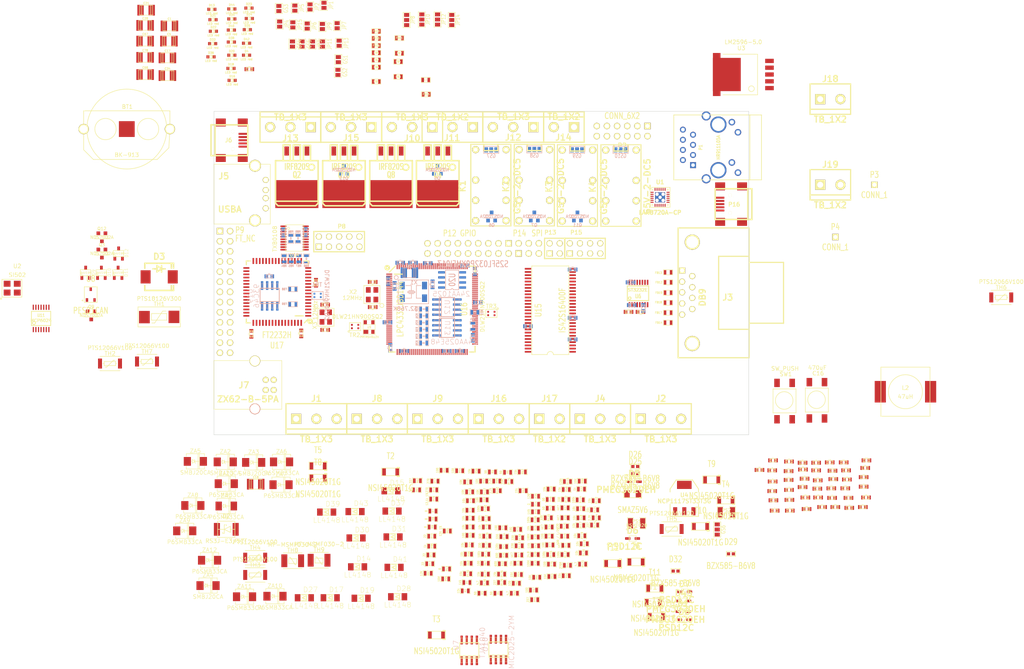
<source format=kicad_pcb>
(kicad_pcb (version 3) (host pcbnew "(2013-07-07 BZR 4022)-stable")
  (layers (15 F.Cu signal) (2 Inner2.Cu power) (1 Inner1.Cu power) (0 B.Cu signal) (18 B.Paste user) (19 F.Paste user) (20 B.SilkS user) (21 F.SilkS user) (22 B.Mask user) (23 F.Mask user) (28 Edge.Cuts user))
  (net 0 "")
  (net 1 +24V)
  (net 2 +3.3V)
  (net 3 +3.3VADC)
  (net 4 +5V)
  (net 5 /CPU/AIN0)
  (net 6 /CPU/AIN1)
  (net 7 /CPU/AIN2)
  (net 8 /CPU/AIN3)
  (net 9 /CPU/AUX_CLK)
  (net 10 /CPU/CAN_RD)
  (net 11 /CPU/CAN_TD)
  (net 12 /CPU/DIN0)
  (net 13 /CPU/DIN1)
  (net 14 /CPU/DIN2)
  (net 15 /CPU/DIN3)
  (net 16 /CPU/DIN4)
  (net 17 /CPU/DIN5)
  (net 18 /CPU/DIN6)
  (net 19 /CPU/DIN7)
  (net 20 /CPU/DOUT0)
  (net 21 /CPU/DOUT1)
  (net 22 /CPU/DOUT2)
  (net 23 /CPU/DOUT3)
  (net 24 /CPU/DOUT4)
  (net 25 /CPU/DOUT5)
  (net 26 /CPU/DOUT6)
  (net 27 /CPU/DOUT7)
  (net 28 /CPU/EECLK)
  (net 29 /CPU/EECS)
  (net 30 /CPU/EEDATA)
  (net 31 /CPU/EMA_A1)
  (net 32 /CPU/EMA_A2)
  (net 33 /CPU/EMA_A6)
  (net 34 /CPU/EMC_A0)
  (net 35 /CPU/EMC_A10)
  (net 36 /CPU/EMC_A11)
  (net 37 /CPU/EMC_A13)
  (net 38 /CPU/EMC_A14)
  (net 39 /CPU/EMC_A3)
  (net 40 /CPU/EMC_A4)
  (net 41 /CPU/EMC_A5)
  (net 42 /CPU/EMC_A7)
  (net 43 /CPU/EMC_A8)
  (net 44 /CPU/EMC_A9)
  (net 45 /CPU/EMC_CAS)
  (net 46 /CPU/EMC_CKE)
  (net 47 /CPU/EMC_CLK0)
  (net 48 /CPU/EMC_D0)
  (net 49 /CPU/EMC_D1)
  (net 50 /CPU/EMC_D10)
  (net 51 /CPU/EMC_D11)
  (net 52 /CPU/EMC_D12)
  (net 53 /CPU/EMC_D13)
  (net 54 /CPU/EMC_D14)
  (net 55 /CPU/EMC_D15)
  (net 56 /CPU/EMC_D2)
  (net 57 /CPU/EMC_D3)
  (net 58 /CPU/EMC_D4)
  (net 59 /CPU/EMC_D5)
  (net 60 /CPU/EMC_D6)
  (net 61 /CPU/EMC_D7)
  (net 62 /CPU/EMC_D8)
  (net 63 /CPU/EMC_D9)
  (net 64 /CPU/EMC_DYCS)
  (net 65 /CPU/EMC_LDQM)
  (net 66 /CPU/EMC_RAS)
  (net 67 /CPU/EMC_UDQM)
  (net 68 /CPU/EMC_WE)
  (net 69 /CPU/ENET_CRS_DV)
  (net 70 /CPU/ENET_MDC)
  (net 71 /CPU/ENET_MDIO)
  (net 72 /CPU/ENET_REF_CLK)
  (net 73 /CPU/ENET_RXD0)
  (net 74 /CPU/ENET_RXD1)
  (net 75 /CPU/ENET_TXD0)
  (net 76 /CPU/ENET_TXD1)
  (net 77 /CPU/ENET_TX_EN)
  (net 78 /CPU/FT_OE)
  (net 79 /CPU/FT_RST)
  (net 80 /CPU/FT_TCK)
  (net 81 /CPU/FT_TDI)
  (net 82 /CPU/FT_TDO)
  (net 83 /CPU/FT_TMS)
  (net 84 /CPU/FT_TRST)
  (net 85 /CPU/FT_XTIN)
  (net 86 /CPU/FT_XTOUT)
  (net 87 /CPU/GPIO0)
  (net 88 /CPU/GPIO1)
  (net 89 /CPU/GPIO2)
  (net 90 /CPU/GPIO3)
  (net 91 /CPU/I2C_SCL)
  (net 92 /CPU/I2C_SDA)
  (net 93 /CPU/RS232_RXD)
  (net 94 /CPU/RS232_TXD)
  (net 95 /CPU/RS485_DIR)
  (net 96 /CPU/RS485_RXD)
  (net 97 /CPU/RS485_TXD)
  (net 98 /CPU/RTCX1)
  (net 99 /CPU/RTCX2)
  (net 100 /CPU/SPIFI_CS)
  (net 101 /CPU/SPIFI_IO2)
  (net 102 /CPU/SPIFI_IO3)
  (net 103 /CPU/SPIFI_MISO)
  (net 104 /CPU/SPIFI_MOSI)
  (net 105 /CPU/SPI_MISO)
  (net 106 /CPU/SPI_MOSI)
  (net 107 /CPU/SPI_SCK)
  (net 108 /CPU/TCK)
  (net 109 /CPU/TDI)
  (net 110 /CPU/TDO)
  (net 111 /CPU/TMS)
  (net 112 /CPU/U2_RXD)
  (net 113 /CPU/U2_TXD)
  (net 114 /CPU/USB_AUX_DM)
  (net 115 /CPU/USB_AUX_DP)
  (net 116 /CPU/USB_DEBUG_VBUS)
  (net 117 /CPU/USB_DM)
  (net 118 /CPU/USB_DP)
  (net 119 /CPU/USB_ID)
  (net 120 /CPU/USB_JTAG_1.8V)
  (net 121 /CPU/USB_JTAG_DM)
  (net 122 /CPU/USB_JTAG_DP)
  (net 123 /CPU/USB_VBUS)
  (net 124 /CPU/XTAL1)
  (net 125 /CPU/XTAL2)
  (net 126 /CPU/nTRST)
  (net 127 "/Entradas Digitales/COM")
  (net 128 "/Entradas Digitales/IN0")
  (net 129 "/Entradas Digitales/IN1")
  (net 130 "/Entradas Digitales/IN2")
  (net 131 "/Entradas Digitales/IN3")
  (net 132 "/Entradas Digitales/IN4")
  (net 133 "/Entradas Digitales/IN5")
  (net 134 "/Entradas Digitales/IN6")
  (net 135 "/Entradas Digitales/IN7")
  (net 136 /Ethernet/LED_100M)
  (net 137 /Ethernet/LED_LINK)
  (net 138 /Ethernet/PHY_nRESET)
  (net 139 /GPIO/AN0)
  (net 140 /GPIO/AN1)
  (net 141 /GPIO/AN2)
  (net 142 /GPIO/AN3)
  (net 143 /GPIO/GPIO10)
  (net 144 /GPIO/GPIO11)
  (net 145 /GPIO/GPIO12)
  (net 146 /GPIO/GPIO4)
  (net 147 /GPIO/GPIO5)
  (net 148 /GPIO/GPIO6)
  (net 149 /GPIO/GPIO7)
  (net 150 /GPIO/GPIO8)
  (net 151 /GPIO/USB_VBUS)
  (net 152 /GPIO/USR_3.3V)
  (net 153 /GPIO/USR_5V)
  (net 154 "/Memorias NV/SPIFI_CLK")
  (net 155 /RS485_RS232_CAN/CAN_H)
  (net 156 /RS485_RS232_CAN/CAN_L)
  (net 157 /RS485_RS232_CAN/CAN_STB)
  (net 158 /RS485_RS232_CAN/RS232_CTS)
  (net 159 /RS485_RS232_CAN/RS232_RTS)
  (net 160 "/Salidas Digitales/C1A")
  (net 161 "/Salidas Digitales/C1B")
  (net 162 "/Salidas Digitales/C2A")
  (net 163 "/Salidas Digitales/C2B")
  (net 164 "/Salidas Digitales/C3A")
  (net 165 "/Salidas Digitales/C3B")
  (net 166 "/Salidas Digitales/C4A")
  (net 167 "/Salidas Digitales/C4B")
  (net 168 "/Salidas Digitales/NC1A")
  (net 169 "/Salidas Digitales/NC1B")
  (net 170 "/Salidas Digitales/NC2A")
  (net 171 "/Salidas Digitales/NC2B")
  (net 172 "/Salidas Digitales/NC3A")
  (net 173 "/Salidas Digitales/NC3B")
  (net 174 "/Salidas Digitales/NC4A")
  (net 175 "/Salidas Digitales/NC4B")
  (net 176 "/Salidas Digitales/NO1A")
  (net 177 "/Salidas Digitales/NO1B")
  (net 178 "/Salidas Digitales/NO2A")
  (net 179 "/Salidas Digitales/NO2B")
  (net 180 "/Salidas Digitales/NO3A")
  (net 181 "/Salidas Digitales/NO3B")
  (net 182 "/Salidas Digitales/NO4A")
  (net 183 "/Salidas Digitales/NO4B")
  (net 184 "/USB OTG/USB0_PPWR")
  (net 185 "/USB OTG/USB0_PWR_FAULT")
  (net 186 GND)
  (net 187 GNDA)
  (net 188 N-00000100)
  (net 189 N-00000101)
  (net 190 N-00000102)
  (net 191 N-00000104)
  (net 192 N-00000115)
  (net 193 N-00000120)
  (net 194 N-00000121)
  (net 195 N-00000122)
  (net 196 N-00000123)
  (net 197 N-00000124)
  (net 198 N-00000125)
  (net 199 N-00000126)
  (net 200 N-00000127)
  (net 201 N-00000130)
  (net 202 N-00000131)
  (net 203 N-00000132)
  (net 204 N-00000133)
  (net 205 N-00000136)
  (net 206 N-00000137)
  (net 207 N-00000138)
  (net 208 N-00000139)
  (net 209 N-00000140)
  (net 210 N-00000141)
  (net 211 N-00000142)
  (net 212 N-00000143)
  (net 213 N-00000144)
  (net 214 N-00000145)
  (net 215 N-00000146)
  (net 216 N-00000179)
  (net 217 N-00000187)
  (net 218 N-00000196)
  (net 219 N-00000197)
  (net 220 N-00000198)
  (net 221 N-00000199)
  (net 222 N-00000200)
  (net 223 N-00000201)
  (net 224 N-00000202)
  (net 225 N-00000204)
  (net 226 N-00000205)
  (net 227 N-00000206)
  (net 228 N-00000207)
  (net 229 N-00000208)
  (net 230 N-00000209)
  (net 231 N-00000213)
  (net 232 N-00000214)
  (net 233 N-00000215)
  (net 234 N-00000216)
  (net 235 N-00000217)
  (net 236 N-00000218)
  (net 237 N-00000221)
  (net 238 N-00000222)
  (net 239 N-00000223)
  (net 240 N-00000224)
  (net 241 N-00000225)
  (net 242 N-00000226)
  (net 243 N-00000227)
  (net 244 N-00000228)
  (net 245 N-00000229)
  (net 246 N-00000230)
  (net 247 N-00000231)
  (net 248 N-00000232)
  (net 249 N-00000233)
  (net 250 N-00000234)
  (net 251 N-00000235)
  (net 252 N-00000236)
  (net 253 N-00000237)
  (net 254 N-00000238)
  (net 255 N-00000239)
  (net 256 N-00000241)
  (net 257 N-00000242)
  (net 258 N-00000243)
  (net 259 N-00000244)
  (net 260 N-00000245)
  (net 261 N-00000246)
  (net 262 N-00000247)
  (net 263 N-00000248)
  (net 264 N-00000249)
  (net 265 N-00000250)
  (net 266 N-00000252)
  (net 267 N-00000255)
  (net 268 N-00000256)
  (net 269 N-00000258)
  (net 270 N-00000259)
  (net 271 N-00000260)
  (net 272 N-00000261)
  (net 273 N-00000262)
  (net 274 N-00000263)
  (net 275 N-00000264)
  (net 276 N-00000265)
  (net 277 N-00000266)
  (net 278 N-00000267)
  (net 279 N-00000268)
  (net 280 N-00000269)
  (net 281 N-00000270)
  (net 282 N-00000273)
  (net 283 N-00000274)
  (net 284 N-00000275)
  (net 285 N-00000276)
  (net 286 N-00000277)
  (net 287 N-00000278)
  (net 288 N-00000279)
  (net 289 N-00000280)
  (net 290 N-00000281)
  (net 291 N-00000282)
  (net 292 N-00000283)
  (net 293 N-00000284)
  (net 294 N-00000285)
  (net 295 N-00000286)
  (net 296 N-00000287)
  (net 297 N-00000288)
  (net 298 N-00000289)
  (net 299 N-00000290)
  (net 300 N-00000291)
  (net 301 N-00000292)
  (net 302 N-00000293)
  (net 303 N-00000294)
  (net 304 N-00000295)
  (net 305 N-00000296)
  (net 306 N-00000297)
  (net 307 N-00000298)
  (net 308 N-00000299)
  (net 309 N-00000300)
  (net 310 N-00000301)
  (net 311 N-00000302)
  (net 312 N-00000303)
  (net 313 N-00000304)
  (net 314 N-00000305)
  (net 315 N-00000306)
  (net 316 N-00000308)
  (net 317 N-00000309)
  (net 318 N-00000310)
  (net 319 N-00000312)
  (net 320 N-00000313)
  (net 321 N-00000314)
  (net 322 N-00000315)
  (net 323 N-00000316)
  (net 324 N-00000317)
  (net 325 N-00000318)
  (net 326 N-00000319)
  (net 327 N-00000320)
  (net 328 N-00000321)
  (net 329 N-00000322)
  (net 330 N-00000324)
  (net 331 N-00000325)
  (net 332 N-00000326)
  (net 333 N-00000327)
  (net 334 N-00000328)
  (net 335 N-00000329)
  (net 336 N-00000330)
  (net 337 N-00000331)
  (net 338 N-00000332)
  (net 339 N-00000333)
  (net 340 N-00000334)
  (net 341 N-00000335)
  (net 342 N-00000336)
  (net 343 N-00000337)
  (net 344 N-00000338)
  (net 345 N-00000339)
  (net 346 N-00000340)
  (net 347 N-00000341)
  (net 348 N-00000342)
  (net 349 N-00000343)
  (net 350 N-00000344)
  (net 351 N-00000345)
  (net 352 N-00000346)
  (net 353 N-00000347)
  (net 354 N-00000348)
  (net 355 N-00000349)
  (net 356 N-00000350)
  (net 357 N-00000356)
  (net 358 N-00000360)
  (net 359 N-00000361)
  (net 360 N-00000362)
  (net 361 N-00000363)
  (net 362 N-00000364)
  (net 363 N-00000365)
  (net 364 N-00000366)
  (net 365 N-00000367)
  (net 366 N-00000368)
  (net 367 N-00000369)
  (net 368 N-00000370)
  (net 369 N-00000371)
  (net 370 N-00000372)
  (net 371 N-00000373)
  (net 372 N-00000377)
  (net 373 N-00000387)
  (net 374 N-00000398)
  (net 375 N-00000401)
  (net 376 N-00000402)
  (net 377 N-00000403)
  (net 378 N-00000404)
  (net 379 N-00000405)
  (net 380 N-00000406)
  (net 381 N-00000407)
  (net 382 N-00000408)
  (net 383 N-00000409)
  (net 384 N-00000410)
  (net 385 N-00000411)
  (net 386 N-00000412)
  (net 387 N-00000413)
  (net 388 N-0000081)
  (net 389 N-0000083)
  (net 390 N-0000084)
  (net 391 N-0000085)
  (net 392 N-0000087)
  (net 393 N-0000088)
  (net 394 N-0000091)
  (net 395 N-0000094)
  (net 396 N-0000095)
  (net 397 N-0000096)
  (net 398 N-0000098)
  (net 399 N-0000099)
  (module USB_MINI_B (layer F.Cu) (at 16.3 19.8)
    (fp_text reference J6 (at -0.2 0) (layer F.SilkS) (effects (font (size 1.016 1.016) (thickness 0.2032))))
    (fp_text value ZX62-AB-5PA hide)
    (pad 1 smd rect (at 3.44932 -1.6002) (size 2.30124 0.50038) (layers F.Cu F.Paste F.Mask) (net 281 N-00000270))
    (pad 2 smd rect (at 3.44932 -0.8001) (size 2.30124 0.50038) (layers F.Cu F.Paste F.Mask) (net 283 N-00000274))
    (pad 3 smd rect (at 3.44932 0) (size 2.30124 0.50038) (layers F.Cu F.Paste F.Mask) (net 282 N-00000273))
    (pad 4 smd rect (at 3.44932 0.8001) (size 2.30124 0.50038) (layers F.Cu F.Paste F.Mask) (net 119 /CPU/USB_ID))
    (pad 5 smd rect (at 3.44932 1.6002) (size 2.30124 0.50038) (layers F.Cu F.Paste F.Mask) (net 186 GND))
    (pad 6 smd rect (at 3.35026 -4.45008) (size 2.49936 1.99898) (layers F.Cu F.Paste F.Mask) (net 280 N-00000269))
    (pad 7 smd rect (at -2.14884 -4.45008) (size 2.49936 1.99898) (layers F.Cu F.Paste F.Mask) (net 280 N-00000269))
    (pad 8 smd rect (at 3.35026 4.45008) (size 2.49936 1.99898) (layers F.Cu F.Paste F.Mask) (net 280 N-00000269))
    (pad 9 smd rect (at -2.14884 4.45008) (size 2.49936 1.99898) (layers F.Cu F.Paste F.Mask) (net 280 N-00000269))
    (pad "" np_thru_hole circle (at 0.8509 -2.19964) (size 0.89916 0.89916) (drill 0.89916) (layers *.Cu *.Mask F.SilkS))
    (pad 2 np_thru_hole circle (at 0.8509 2.19964) (size 0.89916 0.89916) (drill 0.89916) (layers *.Cu *.Mask F.SilkS) (net 283 N-00000274))
  )
  (module USB_MINI_B (layer F.Cu) (at 142.6 35.8 180)
    (fp_text reference P16 (at -0.168 -0.086 180) (layer F.SilkS) (effects (font (size 1.016 1.016) (thickness 0.2032))))
    (fp_text value ZX62-B-5PA hide)
    (pad 1 smd rect (at 3.44932 -1.6002 180) (size 2.30124 0.50038) (layers F.Cu F.Paste F.Mask) (net 320 N-00000313))
    (pad 2 smd rect (at 3.44932 -0.8001 180) (size 2.30124 0.50038) (layers F.Cu F.Paste F.Mask) (net 319 N-00000312))
    (pad 3 smd rect (at 3.44932 0 180) (size 2.30124 0.50038) (layers F.Cu F.Paste F.Mask) (net 324 N-00000317))
    (pad 4 smd rect (at 3.44932 0.8001 180) (size 2.30124 0.50038) (layers F.Cu F.Paste F.Mask) (net 186 GND))
    (pad 5 smd rect (at 3.44932 1.6002 180) (size 2.30124 0.50038) (layers F.Cu F.Paste F.Mask) (net 186 GND))
    (pad 6 smd rect (at 3.35026 -4.45008 180) (size 2.49936 1.99898) (layers F.Cu F.Paste F.Mask) (net 325 N-00000318))
    (pad 7 smd rect (at -2.14884 -4.45008 180) (size 2.49936 1.99898) (layers F.Cu F.Paste F.Mask) (net 325 N-00000318))
    (pad 8 smd rect (at 3.35026 4.45008 180) (size 2.49936 1.99898) (layers F.Cu F.Paste F.Mask) (net 325 N-00000318))
    (pad 9 smd rect (at -2.14884 4.45008 180) (size 2.49936 1.99898) (layers F.Cu F.Paste F.Mask) (net 325 N-00000318))
    (pad "" np_thru_hole circle (at 0.8509 -2.19964 180) (size 0.89916 0.89916) (drill 0.89916) (layers *.Cu *.Mask F.SilkS))
    (pad 2 np_thru_hole circle (at 0.8509 2.19964 180) (size 0.89916 0.89916) (drill 0.89916) (layers *.Cu *.Mask F.SilkS) (net 319 N-00000312))
  )
  (module USB_B (layer F.Cu) (at 22.7 81.1 270)
    (fp_text reference J7 (at 0.066 2.76 360) (layer F.SilkS) (effects (font (size 1.524 1.524) (thickness 0.3048))))
    (fp_text value ZX62-B-5PA (at 3.566 1.76 360) (layer F.SilkS) (effects (font (size 1.524 1.524) (thickness 0.3048))))
    (pad 1 thru_hole circle (at 1.27 -4.699 270) (size 1.524 1.524) (drill 0.8128) (layers *.Cu *.Mask F.SilkS) (net 202 N-00000131))
    (pad 2 thru_hole circle (at -1.27 -4.699 270) (size 1.524 1.524) (drill 0.8128) (layers *.Cu *.Mask F.SilkS) (net 191 N-00000104))
    (pad 3 thru_hole circle (at -1.27 -2.70002 270) (size 1.524 1.524) (drill 0.8128) (layers *.Cu *.Mask F.SilkS) (net 190 N-00000102))
    (pad 4 thru_hole circle (at 1.27 -2.70002 270) (size 1.524 1.524) (drill 0.8128) (layers *.Cu *.Mask F.SilkS) (net 204 N-00000133))
    (pad 5 np_thru_hole circle (at 5.99948 0 270) (size 2.70002 2.70002) (drill 2.30124) (layers *.Cu *.SilkS *.Mask) (net 204 N-00000133))
    (pad 6 thru_hole circle (at -5.99948 0 270) (size 2.70002 2.70002) (drill 2.30124) (layers *.Cu *.Mask F.SilkS) (net 204 N-00000133))
  )
  (module USB_A (layer F.Cu) (at 25.4 33.3 180)
    (fp_text reference J5 (at 10.5 4.5 180) (layer F.SilkS) (effects (font (size 1.524 1.524) (thickness 0.3048))))
    (fp_text value USBA (at 9 -3.8 180) (layer F.SilkS) (effects (font (size 1.524 1.524) (thickness 0.3048))))
    (pad 4 thru_hole circle (at 0 -3.556 180) (size 1.50114 1.50114) (drill 1.00076) (layers *.Cu *.Mask F.SilkS) (net 186 GND))
    (pad 3 thru_hole circle (at 0 -1.016 180) (size 1.50114 1.50114) (drill 1.00076) (layers *.Cu *.Mask F.SilkS) (net 283 N-00000274))
    (pad 2 thru_hole circle (at 0 1.016 180) (size 1.50114 1.50114) (drill 1.00076) (layers *.Cu *.Mask F.SilkS) (net 282 N-00000273))
    (pad 1 thru_hole circle (at 0 3.556 180) (size 1.50114 1.50114) (drill 1.00076) (layers *.Cu *.Mask F.SilkS) (net 281 N-00000270))
    (pad 5 thru_hole circle (at 2.667 -6.604 180) (size 2.99974 2.99974) (drill 2.30124) (layers *.Cu *.Mask F.SilkS))
    (pad 6 thru_hole circle (at 2.667 7.112 180) (size 2.99974 2.99974) (drill 2.30124) (layers *.Cu *.Mask F.SilkS))
  )
  (module TSSOP16 (layer F.Cu) (at 118.8 58.2)
    (fp_text reference U6 (at -0.1 0.7) (layer F.SilkS) (effects (font (size 1.016 0.762) (thickness 0.1905))))
    (fp_text value ST3232E (at -0.2 -0.9) (layer F.SilkS) (effects (font (size 0.762 0.762) (thickness 0.1905))))
    (pad 1 smd rect (at -2.27584 2.79908) (size 0.381 1.27) (layers F.Cu F.Paste F.Mask) (net 221 N-00000199))
    (pad 2 smd rect (at -1.6256 2.79908) (size 0.381 1.27) (layers F.Cu F.Paste F.Mask) (net 238 N-00000222))
    (pad 3 smd rect (at -0.97536 2.79908) (size 0.381 1.27) (layers F.Cu F.Paste F.Mask) (net 220 N-00000198))
    (pad 4 smd rect (at -0.32512 2.79908) (size 0.381 1.27) (layers F.Cu F.Paste F.Mask) (net 219 N-00000197))
    (pad 5 smd rect (at 0.32512 2.79908) (size 0.381 1.27) (layers F.Cu F.Paste F.Mask) (net 225 N-00000204))
    (pad 6 smd rect (at 0.97536 2.79908) (size 0.381 1.27) (layers F.Cu F.Paste F.Mask) (net 232 N-00000214))
    (pad 7 smd rect (at 1.6256 2.79908) (size 0.381 1.27) (layers F.Cu F.Paste F.Mask) (net 242 N-00000226))
    (pad 8 smd rect (at 2.27584 2.79908) (size 0.381 1.27) (layers F.Cu F.Paste F.Mask) (net 241 N-00000225))
    (pad 9 smd rect (at 2.27584 -2.79908) (size 0.381 1.27) (layers F.Cu F.Paste F.Mask) (net 158 /RS485_RS232_CAN/RS232_CTS))
    (pad 10 smd rect (at 1.6256 -2.79908) (size 0.381 1.27) (layers F.Cu F.Paste F.Mask) (net 159 /RS485_RS232_CAN/RS232_RTS))
    (pad 11 smd rect (at 0.97536 -2.79908) (size 0.381 1.27) (layers F.Cu F.Paste F.Mask) (net 94 /CPU/RS232_TXD))
    (pad 12 smd rect (at 0.32512 -2.79908) (size 0.381 1.27) (layers F.Cu F.Paste F.Mask) (net 93 /CPU/RS232_RXD))
    (pad 13 smd rect (at -0.32512 -2.79908) (size 0.381 1.27) (layers F.Cu F.Paste F.Mask) (net 240 N-00000224))
    (pad 14 smd rect (at -0.97536 -2.79908) (size 0.381 1.27) (layers F.Cu F.Paste F.Mask) (net 243 N-00000227))
    (pad 15 smd rect (at -1.6256 -2.79908) (size 0.381 1.27) (layers F.Cu F.Paste F.Mask) (net 186 GND))
    (pad 16 smd rect (at -2.27584 -2.79908) (size 0.381 1.27) (layers F.Cu F.Paste F.Mask) (net 2 +3.3V))
  )
  (module TSSOP14 (layer F.Cu) (at -30.878 64.441)
    (fp_text reference U11 (at 0 -0.762) (layer F.SilkS) (effects (font (size 0.762 0.635) (thickness 0.16002))))
    (fp_text value MCP6024 (at 0 0.508) (layer F.SilkS) (effects (font (size 0.762 0.762) (thickness 0.16002))))
    (pad 1 smd rect (at -1.9304 2.794) (size 0.29972 1.30048) (layers F.Cu F.Paste F.Mask) (net 300 N-00000291))
    (pad 2 smd rect (at -1.2954 2.794) (size 0.29972 1.30048) (layers F.Cu F.Paste F.Mask) (net 300 N-00000291))
    (pad 3 smd rect (at -0.635 2.794) (size 0.29972 1.30048) (layers F.Cu F.Paste F.Mask) (net 302 N-00000293))
    (pad 4 smd rect (at 0 2.794) (size 0.29972 1.30048) (layers F.Cu F.Paste F.Mask) (net 3 +3.3VADC))
    (pad 5 smd rect (at 0.6604 2.794) (size 0.29972 1.30048) (layers F.Cu F.Paste F.Mask) (net 286 N-00000277))
    (pad 6 smd rect (at 1.3081 2.794) (size 0.29972 1.30048) (layers F.Cu F.Paste F.Mask) (net 301 N-00000292))
    (pad 7 smd rect (at 1.9558 2.794) (size 0.29972 1.30048) (layers F.Cu F.Paste F.Mask) (net 301 N-00000292))
    (pad 8 smd rect (at 1.9558 -2.794) (size 0.29972 1.30048) (layers F.Cu F.Paste F.Mask) (net 298 N-00000289))
    (pad 9 smd rect (at 1.3081 -2.794) (size 0.29972 1.30048) (layers F.Cu F.Paste F.Mask) (net 298 N-00000289))
    (pad 10 smd rect (at 0.6604 -2.794) (size 0.29972 1.30048) (layers F.Cu F.Paste F.Mask) (net 296 N-00000287))
    (pad 11 smd rect (at 0 -2.794) (size 0.29972 1.30048) (layers F.Cu F.Paste F.Mask) (net 187 GNDA))
    (pad 12 smd rect (at -0.6477 -2.794) (size 0.29972 1.30048) (layers F.Cu F.Paste F.Mask) (net 312 N-00000303))
    (pad 13 smd rect (at -1.2954 -2.794) (size 0.29972 1.30048) (layers F.Cu F.Paste F.Mask) (net 297 N-00000288))
    (pad 14 smd rect (at -1.9431 -2.794) (size 0.29972 1.30048) (layers F.Cu F.Paste F.Mask) (net 297 N-00000288))
  )
  (module tssop-20 (layer F.Cu) (at 32.631 44.292 270)
    (fp_text reference U14 (at 4.208 0.031 360) (layer F.SilkS) (effects (font (size 0.8001 0.8001) (thickness 0.14986))))
    (fp_text value TXB0108 (at 0.208 4.931 270) (layer F.SilkS) (effects (font (size 1.00076 1.00076) (thickness 0.14986))))
    (pad 5 smd rect (at -0.32512 2.79908 270) (size 0.4191 1.47066) (layers F.Cu F.Paste F.Mask) (net 83 /CPU/FT_TMS))
    (pad 6 smd rect (at 0.32512 2.79908 270) (size 0.4191 1.47066) (layers F.Cu F.Paste F.Mask) (net 84 /CPU/FT_TRST))
    (pad 7 smd rect (at 0.97536 2.79908 270) (size 0.4191 1.47066) (layers F.Cu F.Paste F.Mask) (net 79 /CPU/FT_RST))
    (pad 8 smd rect (at 1.6256 2.79908 270) (size 0.4191 1.47066) (layers F.Cu F.Paste F.Mask) (net 388 N-0000081))
    (pad 19 smd rect (at -2.26568 -2.794 270) (size 0.4191 1.47066) (layers F.Cu F.Paste F.Mask) (net 2 +3.3V))
    (pad 2 smd rect (at -2.27584 2.79908 270) (size 0.4191 1.47066) (layers F.Cu F.Paste F.Mask) (net 2 +3.3V))
    (pad 3 smd rect (at -1.6256 2.79908 270) (size 0.4191 1.47066) (layers F.Cu F.Paste F.Mask) (net 81 /CPU/FT_TDI))
    (pad 4 smd rect (at -0.97536 2.79908 270) (size 0.4191 1.47066) (layers F.Cu F.Paste F.Mask) (net 82 /CPU/FT_TDO))
    (pad 12 smd rect (at 2.27584 -2.79908 270) (size 0.4191 1.47066) (layers F.Cu F.Paste F.Mask) (net 391 N-0000085))
    (pad 13 smd rect (at 1.6256 -2.79908 270) (size 0.4191 1.47066) (layers F.Cu F.Paste F.Mask) (net 390 N-0000084))
    (pad 14 smd rect (at 0.97536 -2.79908 270) (size 0.4191 1.47066) (layers F.Cu F.Paste F.Mask))
    (pad 15 smd rect (at 0.32512 -2.79908 270) (size 0.4191 1.47066) (layers F.Cu F.Paste F.Mask))
    (pad 16 smd rect (at -0.32512 -2.79908 270) (size 0.4191 1.47066) (layers F.Cu F.Paste F.Mask) (net 111 /CPU/TMS))
    (pad 17 smd rect (at -0.97536 -2.79908 270) (size 0.4191 1.47066) (layers F.Cu F.Paste F.Mask) (net 110 /CPU/TDO))
    (pad 9 smd rect (at 2.27584 2.79908 270) (size 0.4191 1.47066) (layers F.Cu F.Paste F.Mask) (net 389 N-0000083))
    (pad 18 smd rect (at -1.6256 -2.794 270) (size 0.4191 1.47066) (layers F.Cu F.Paste F.Mask) (net 109 /CPU/TDI))
    (pad 1 smd rect (at -2.92608 2.79908 270) (size 0.4191 1.47066) (layers F.Cu F.Paste F.Mask) (net 80 /CPU/FT_TCK))
    (pad 10 smd rect (at 2.92608 2.79908 270) (size 0.4191 1.47066) (layers F.Cu F.Paste F.Mask) (net 394 N-0000091))
    (pad 11 smd rect (at 2.92608 -2.79908 270) (size 0.4191 1.47066) (layers F.Cu F.Paste F.Mask) (net 186 GND))
    (pad 20 smd rect (at -2.92608 -2.79908 270) (size 0.4191 1.47066) (layers F.Cu F.Paste F.Mask) (net 108 /CPU/TCK))
  )
  (module TSOP54-M08-T2 (layer F.Cu) (at 96.701 62.399 90)
    (fp_text reference U15 (at 0 -2.9972 90) (layer F.SilkS) (effects (font (size 1.524 1.143) (thickness 0.2032))))
    (fp_text value IS42S16400F (at 0 3.00228 90) (layer F.SilkS) (effects (font (size 1.524 1.143) (thickness 0.2032))))
    (pad 1 smd rect (at -10.39622 5.6007 90) (size 0.4318 1.6002) (layers F.Cu F.Paste F.Mask) (net 2 +3.3V))
    (pad 2 smd rect (at -9.59612 5.6007 90) (size 0.4318 1.6002) (layers F.Cu F.Paste F.Mask) (net 48 /CPU/EMC_D0))
    (pad 3 smd rect (at -8.79602 5.6007 90) (size 0.4318 1.6002) (layers F.Cu F.Paste F.Mask) (net 2 +3.3V))
    (pad 4 smd rect (at -7.99592 5.6007 90) (size 0.4318 1.6002) (layers F.Cu F.Paste F.Mask) (net 49 /CPU/EMC_D1))
    (pad 5 smd rect (at -7.19582 5.6007 90) (size 0.4318 1.6002) (layers F.Cu F.Paste F.Mask) (net 56 /CPU/EMC_D2))
    (pad 6 smd rect (at -6.39572 5.6007 90) (size 0.4318 1.6002) (layers F.Cu F.Paste F.Mask) (net 186 GND))
    (pad 7 smd rect (at -5.59562 5.6007 90) (size 0.4318 1.6002) (layers F.Cu F.Paste F.Mask) (net 57 /CPU/EMC_D3))
    (pad 8 smd rect (at -4.79552 5.6007 90) (size 0.4318 1.6002) (layers F.Cu F.Paste F.Mask) (net 58 /CPU/EMC_D4))
    (pad 9 smd rect (at -3.99542 5.6007 90) (size 0.4318 1.6002) (layers F.Cu F.Paste F.Mask) (net 2 +3.3V))
    (pad 10 smd rect (at -3.19532 5.6007 90) (size 0.4318 1.6002) (layers F.Cu F.Paste F.Mask) (net 59 /CPU/EMC_D5))
    (pad 11 smd rect (at -2.39522 5.6007 90) (size 0.4318 1.6002) (layers F.Cu F.Paste F.Mask) (net 60 /CPU/EMC_D6))
    (pad 12 smd rect (at -1.59512 5.6007 90) (size 0.4318 1.6002) (layers F.Cu F.Paste F.Mask) (net 186 GND))
    (pad 13 smd rect (at -0.79502 5.6007 90) (size 0.4318 1.6002) (layers F.Cu F.Paste F.Mask) (net 61 /CPU/EMC_D7))
    (pad 14 smd rect (at 0 5.6007 90) (size 0.4318 1.6002) (layers F.Cu F.Paste F.Mask) (net 2 +3.3V))
    (pad 15 smd rect (at 0.8001 5.6007 90) (size 0.4318 1.6002) (layers F.Cu F.Paste F.Mask) (net 65 /CPU/EMC_LDQM))
    (pad 16 smd rect (at 1.6002 5.6007 90) (size 0.4318 1.6002) (layers F.Cu F.Paste F.Mask) (net 68 /CPU/EMC_WE))
    (pad 17 smd rect (at 2.4003 5.6007 90) (size 0.4318 1.6002) (layers F.Cu F.Paste F.Mask) (net 45 /CPU/EMC_CAS))
    (pad 18 smd rect (at 3.2004 5.6007 90) (size 0.4318 1.6002) (layers F.Cu F.Paste F.Mask) (net 66 /CPU/EMC_RAS))
    (pad 19 smd rect (at 4.0005 5.6007 90) (size 0.4318 1.6002) (layers F.Cu F.Paste F.Mask) (net 64 /CPU/EMC_DYCS))
    (pad 20 smd rect (at 4.8006 5.6007 90) (size 0.4318 1.6002) (layers F.Cu F.Paste F.Mask) (net 37 /CPU/EMC_A13))
    (pad 21 smd rect (at 5.6007 5.6007 90) (size 0.4318 1.6002) (layers F.Cu F.Paste F.Mask) (net 38 /CPU/EMC_A14))
    (pad 22 smd rect (at 6.4008 5.6007 90) (size 0.4318 1.6002) (layers F.Cu F.Paste F.Mask) (net 35 /CPU/EMC_A10))
    (pad 23 smd rect (at 7.2009 5.6007 90) (size 0.4318 1.6002) (layers F.Cu F.Paste F.Mask) (net 34 /CPU/EMC_A0))
    (pad 24 smd rect (at 8.001 5.6007 90) (size 0.4318 1.6002) (layers F.Cu F.Paste F.Mask) (net 31 /CPU/EMA_A1))
    (pad 25 smd rect (at 8.8011 5.6007 90) (size 0.4318 1.6002) (layers F.Cu F.Paste F.Mask) (net 32 /CPU/EMA_A2))
    (pad 26 smd rect (at 9.6012 5.6007 90) (size 0.4318 1.6002) (layers F.Cu F.Paste F.Mask) (net 39 /CPU/EMC_A3))
    (pad 27 smd rect (at 10.4013 5.6007 90) (size 0.4318 1.6002) (layers F.Cu F.Paste F.Mask) (net 2 +3.3V))
    (pad 28 smd rect (at 10.4013 -5.59562 90) (size 0.4318 1.6002) (layers F.Cu F.Paste F.Mask) (net 186 GND))
    (pad 29 smd rect (at 9.6012 -5.59562 90) (size 0.4318 1.6002) (layers F.Cu F.Paste F.Mask) (net 40 /CPU/EMC_A4))
    (pad 30 smd rect (at 8.8011 -5.59562 90) (size 0.4318 1.6002) (layers F.Cu F.Paste F.Mask) (net 41 /CPU/EMC_A5))
    (pad 31 smd rect (at 8.001 -5.59562 90) (size 0.4318 1.6002) (layers F.Cu F.Paste F.Mask) (net 33 /CPU/EMA_A6))
    (pad 32 smd rect (at 7.2009 -5.59562 90) (size 0.4318 1.6002) (layers F.Cu F.Paste F.Mask) (net 42 /CPU/EMC_A7))
    (pad 33 smd rect (at 6.4008 -5.59562 90) (size 0.4318 1.6002) (layers F.Cu F.Paste F.Mask) (net 43 /CPU/EMC_A8))
    (pad 34 smd rect (at 5.6007 -5.59562 90) (size 0.4318 1.6002) (layers F.Cu F.Paste F.Mask) (net 44 /CPU/EMC_A9))
    (pad 35 smd rect (at 4.8006 -5.59562 90) (size 0.4318 1.6002) (layers F.Cu F.Paste F.Mask) (net 36 /CPU/EMC_A11))
    (pad 36 smd rect (at 4.0005 -5.59562 90) (size 0.4318 1.6002) (layers F.Cu F.Paste F.Mask))
    (pad 37 smd rect (at 3.2004 -5.59562 90) (size 0.4318 1.6002) (layers F.Cu F.Paste F.Mask) (net 46 /CPU/EMC_CKE))
    (pad 38 smd rect (at 2.4003 -5.59562 90) (size 0.4318 1.6002) (layers F.Cu F.Paste F.Mask) (net 47 /CPU/EMC_CLK0))
    (pad 39 smd rect (at 1.6002 -5.59562 90) (size 0.4318 1.6002) (layers F.Cu F.Paste F.Mask) (net 67 /CPU/EMC_UDQM))
    (pad 40 smd rect (at 0.8001 -5.59562 90) (size 0.4318 1.6002) (layers F.Cu F.Paste F.Mask))
    (pad 41 smd rect (at 0 -5.59562 90) (size 0.4318 1.6002) (layers F.Cu F.Paste F.Mask) (net 186 GND))
    (pad 42 smd rect (at -0.79502 -5.59562 90) (size 0.4318 1.6002) (layers F.Cu F.Paste F.Mask) (net 62 /CPU/EMC_D8))
    (pad 43 smd rect (at -1.59512 -5.59562 90) (size 0.4318 1.6002) (layers F.Cu F.Paste F.Mask) (net 2 +3.3V))
    (pad 44 smd rect (at -2.39522 -5.59562 90) (size 0.4318 1.6002) (layers F.Cu F.Paste F.Mask) (net 63 /CPU/EMC_D9))
    (pad 45 smd rect (at -3.19532 -5.59562 90) (size 0.4318 1.6002) (layers F.Cu F.Paste F.Mask) (net 50 /CPU/EMC_D10))
    (pad 46 smd rect (at -3.99542 -5.59562 90) (size 0.4318 1.6002) (layers F.Cu F.Paste F.Mask) (net 186 GND))
    (pad 47 smd rect (at -4.79552 -5.59562 90) (size 0.4318 1.6002) (layers F.Cu F.Paste F.Mask) (net 51 /CPU/EMC_D11))
    (pad 48 smd rect (at -5.59562 -5.59562 90) (size 0.4318 1.6002) (layers F.Cu F.Paste F.Mask) (net 52 /CPU/EMC_D12))
    (pad 49 smd rect (at -6.39572 -5.59562 90) (size 0.4318 1.6002) (layers F.Cu F.Paste F.Mask) (net 2 +3.3V))
    (pad 50 smd rect (at -7.19582 -5.59562 90) (size 0.4318 1.6002) (layers F.Cu F.Paste F.Mask) (net 53 /CPU/EMC_D13))
    (pad 51 smd rect (at -7.99592 -5.59562 90) (size 0.4318 1.6002) (layers F.Cu F.Paste F.Mask) (net 54 /CPU/EMC_D14))
    (pad 52 smd rect (at -8.79602 -5.59562 90) (size 0.4318 1.6002) (layers F.Cu F.Paste F.Mask) (net 186 GND))
    (pad 53 smd rect (at -9.59612 -5.59562 90) (size 0.4318 1.6002) (layers F.Cu F.Paste F.Mask) (net 55 /CPU/EMC_D15))
    (pad 54 smd rect (at -10.39622 -5.59562 90) (size 0.4318 1.6002) (layers F.Cu F.Paste F.Mask) (net 186 GND))
  )
  (module TO263 (layer F.Cu) (at 33.2 22.5 180)
    (fp_text reference Q2 (at 0 -5.969 180) (layer F.SilkS) (effects (font (size 1.524 1.016) (thickness 0.254))))
    (fp_text value IRF820S (at 0 -3.937 180) (layer F.SilkS) (effects (font (size 1.524 1.016) (thickness 0.254))))
    (pad 1 smd rect (at -2.54 0 180) (size 1.143 2.286) (layers F.Cu F.Paste F.Mask) (net 377 N-00000403))
    (pad 2 smd rect (at 0 -10.795 180) (size 10.80008 6.9977) (layers F.Cu F.Paste F.Mask) (net 373 N-00000387))
    (pad 3 smd rect (at 2.54 0 180) (size 1.143 2.286) (layers F.Cu F.Paste F.Mask) (net 186 GND))
    (pad 2 smd rect (at 0 0 180) (size 1.143 2.286) (layers F.Cu F.Paste F.Mask) (net 373 N-00000387))
  )
  (module TO263 (layer F.Cu) (at 56.8 22.5 180)
    (fp_text reference Q8 (at 0 -5.969 180) (layer F.SilkS) (effects (font (size 1.524 1.016) (thickness 0.254))))
    (fp_text value IRF820S (at 0 -3.937 180) (layer F.SilkS) (effects (font (size 1.524 1.016) (thickness 0.254))))
    (pad 1 smd rect (at -2.54 0 180) (size 1.143 2.286) (layers F.Cu F.Paste F.Mask) (net 375 N-00000401))
    (pad 2 smd rect (at 0 -10.795 180) (size 10.80008 6.9977) (layers F.Cu F.Paste F.Mask) (net 368 N-00000370))
    (pad 3 smd rect (at 2.54 0 180) (size 1.143 2.286) (layers F.Cu F.Paste F.Mask) (net 186 GND))
    (pad 2 smd rect (at 0 0 180) (size 1.143 2.286) (layers F.Cu F.Paste F.Mask) (net 368 N-00000370))
  )
  (module TO263 (layer F.Cu) (at 68.5 22.5 180)
    (fp_text reference Q4 (at 0 -5.969 180) (layer F.SilkS) (effects (font (size 1.524 1.016) (thickness 0.254))))
    (fp_text value IRF820S (at 0 -3.937 180) (layer F.SilkS) (effects (font (size 1.524 1.016) (thickness 0.254))))
    (pad 1 smd rect (at -2.54 0 180) (size 1.143 2.286) (layers F.Cu F.Paste F.Mask) (net 376 N-00000402))
    (pad 2 smd rect (at 0 -10.795 180) (size 10.80008 6.9977) (layers F.Cu F.Paste F.Mask) (net 359 N-00000361))
    (pad 3 smd rect (at 2.54 0 180) (size 1.143 2.286) (layers F.Cu F.Paste F.Mask) (net 186 GND))
    (pad 2 smd rect (at 0 0 180) (size 1.143 2.286) (layers F.Cu F.Paste F.Mask) (net 359 N-00000361))
  )
  (module TO263 (layer F.Cu) (at 45 22.5 180)
    (fp_text reference Q10 (at 0 -5.969 180) (layer F.SilkS) (effects (font (size 1.524 1.016) (thickness 0.254))))
    (fp_text value IRF820S (at 0 -3.937 180) (layer F.SilkS) (effects (font (size 1.524 1.016) (thickness 0.254))))
    (pad 1 smd rect (at -2.54 0 180) (size 1.143 2.286) (layers F.Cu F.Paste F.Mask) (net 382 N-00000408))
    (pad 2 smd rect (at 0 -10.795 180) (size 10.80008 6.9977) (layers F.Cu F.Paste F.Mask) (net 370 N-00000372))
    (pad 3 smd rect (at 2.54 0 180) (size 1.143 2.286) (layers F.Cu F.Paste F.Mask) (net 186 GND))
    (pad 2 smd rect (at 0 0 180) (size 1.143 2.286) (layers F.Cu F.Paste F.Mask) (net 370 N-00000372))
  )
  (module SRF2012 (layer F.Cu) (at 82.731 62.78 180)
    (fp_text reference TR3 (at 0.831 1.38 180) (layer F.SilkS))
    (fp_text value DLW21HN900SQ2 (at 3.031 1.28 270) (layer F.SilkS))
    (pad 1 smd rect (at 0 0 180) (size 0.45 0.45) (layers F.Cu F.Paste F.Mask) (net 319 N-00000312))
    (pad 2 smd rect (at 1.6 0 180) (size 0.45 0.45) (layers F.Cu F.Paste F.Mask) (net 115 /CPU/USB_AUX_DP))
    (pad 3 smd rect (at 1.6 -0.85 180) (size 0.45 0.45) (layers F.Cu F.Paste F.Mask) (net 114 /CPU/USB_AUX_DM))
    (pad 4 smd rect (at 0 -0.85 180) (size 0.45 0.45) (layers F.Cu F.Paste F.Mask) (net 324 N-00000317))
  )
  (module SRF2012 (layer F.Cu) (at 47 66.9)
    (fp_text reference TR2 (at 0.7 1.7) (layer F.SilkS))
    (fp_text value DLW21HN900SQ2 (at 1.4 -2.9) (layer F.SilkS))
    (pad 1 smd rect (at 0 0) (size 0.45 0.45) (layers F.Cu F.Paste F.Mask) (net 283 N-00000274))
    (pad 2 smd rect (at 1.6 0) (size 0.45 0.45) (layers F.Cu F.Paste F.Mask) (net 117 /CPU/USB_DM))
    (pad 3 smd rect (at 1.6 -0.85) (size 0.45 0.45) (layers F.Cu F.Paste F.Mask) (net 118 /CPU/USB_DP))
    (pad 4 smd rect (at 0 -0.85) (size 0.45 0.45) (layers F.Cu F.Paste F.Mask) (net 282 N-00000273))
  )
  (module SRF2012 (layer B.Cu) (at 39.2 59.1 180)
    (fp_text reference TR1 (at 1 3.1 180) (layer B.SilkS) (effects (justify mirror)))
    (fp_text value DLW21HN900SQ2 (at -1.6 0.5 270) (layer B.SilkS) (effects (justify mirror)))
    (pad 1 smd rect (at 0 0 180) (size 0.45 0.45) (layers B.Cu B.Paste B.Mask) (net 191 N-00000104))
    (pad 2 smd rect (at 1.6 0 180) (size 0.45 0.45) (layers B.Cu B.Paste B.Mask) (net 121 /CPU/USB_JTAG_DM))
    (pad 3 smd rect (at 1.6 0.85 180) (size 0.45 0.45) (layers B.Cu B.Paste B.Mask) (net 122 /CPU/USB_JTAG_DP))
    (pad 4 smd rect (at 0 0.85 180) (size 0.45 0.45) (layers B.Cu B.Paste B.Mask) (net 190 N-00000102))
  )
  (module SOT23GDS (layer F.Cu) (at -18.305 63.679)
    (fp_text reference Q9 (at 0 -2.159) (layer F.SilkS) (effects (font (size 0.762 0.762) (thickness 0.12954))))
    (fp_text value NDS7002A (at 0 0) (layer F.SilkS) (effects (font (size 0.762 0.762) (thickness 0.12954))))
    (pad S smd rect (at -0.889 -1.016) (size 0.9144 0.9144) (layers F.Cu F.Paste F.Mask) (net 186 GND))
    (pad G smd rect (at 0.889 -1.016) (size 0.9144 0.9144) (layers F.Cu F.Paste F.Mask) (net 26 /CPU/DOUT6))
    (pad D smd rect (at 0 1.016) (size 0.9144 0.9144) (layers F.Cu F.Paste F.Mask) (net 368 N-00000370))
  )
  (module SOT23GDS (layer B.Cu) (at 92.7 38.9)
    (fp_text reference Q7 (at 0 2.159) (layer B.SilkS) (effects (font (size 0.762 0.762) (thickness 0.12954)) (justify mirror)))
    (fp_text value NDS7002A (at 0 0) (layer B.SilkS) (effects (font (size 0.762 0.762) (thickness 0.12954)) (justify mirror)))
    (pad S smd rect (at -0.889 1.016) (size 0.9144 0.9144) (layers B.Cu B.Paste B.Mask) (net 186 GND))
    (pad G smd rect (at 0.889 1.016) (size 0.9144 0.9144) (layers B.Cu B.Paste B.Mask) (net 21 /CPU/DOUT1))
    (pad D smd rect (at 0 -1.016) (size 0.9144 0.9144) (layers B.Cu B.Paste B.Mask) (net 374 N-00000398))
  )
  (module SOT23GDS (layer F.Cu) (at -15.638 44.121)
    (fp_text reference Q12 (at 0 -2.159) (layer F.SilkS) (effects (font (size 0.762 0.762) (thickness 0.12954))))
    (fp_text value NDS7002A (at 0 0) (layer F.SilkS) (effects (font (size 0.762 0.762) (thickness 0.12954))))
    (pad S smd rect (at -0.889 -1.016) (size 0.9144 0.9144) (layers F.Cu F.Paste F.Mask) (net 186 GND))
    (pad G smd rect (at 0.889 -1.016) (size 0.9144 0.9144) (layers F.Cu F.Paste F.Mask) (net 23 /CPU/DOUT3))
    (pad D smd rect (at 0 1.016) (size 0.9144 0.9144) (layers F.Cu F.Paste F.Mask) (net 372 N-00000377))
  )
  (module SOT23GDS (layer B.Cu) (at 103.5 38.9)
    (fp_text reference Q11 (at 0 2.159) (layer B.SilkS) (effects (font (size 0.762 0.762) (thickness 0.12954)) (justify mirror)))
    (fp_text value NDS7002A (at 0 0) (layer B.SilkS) (effects (font (size 0.762 0.762) (thickness 0.12954)) (justify mirror)))
    (pad S smd rect (at -0.889 1.016) (size 0.9144 0.9144) (layers B.Cu B.Paste B.Mask) (net 186 GND))
    (pad G smd rect (at 0.889 1.016) (size 0.9144 0.9144) (layers B.Cu B.Paste B.Mask) (net 22 /CPU/DOUT2))
    (pad D smd rect (at 0 -1.016) (size 0.9144 0.9144) (layers B.Cu B.Paste B.Mask) (net 366 N-00000368))
  )
  (module SOT23GDS (layer B.Cu) (at 45 27.2)
    (fp_text reference Q13 (at 0 2.159) (layer B.SilkS) (effects (font (size 0.762 0.762) (thickness 0.12954)) (justify mirror)))
    (fp_text value NDS7002A (at 0 0) (layer B.SilkS) (effects (font (size 0.762 0.762) (thickness 0.12954)) (justify mirror)))
    (pad S smd rect (at -0.889 1.016) (size 0.9144 0.9144) (layers B.Cu B.Paste B.Mask) (net 186 GND))
    (pad G smd rect (at 0.889 1.016) (size 0.9144 0.9144) (layers B.Cu B.Paste B.Mask) (net 27 /CPU/DOUT7))
    (pad D smd rect (at 0 -1.016) (size 0.9144 0.9144) (layers B.Cu B.Paste B.Mask) (net 370 N-00000372))
  )
  (module SOT23GDS (layer B.Cu) (at 82 38.9)
    (fp_text reference Q6 (at 0 2.159) (layer B.SilkS) (effects (font (size 0.762 0.762) (thickness 0.12954)) (justify mirror)))
    (fp_text value NDS7002A (at 0 0) (layer B.SilkS) (effects (font (size 0.762 0.762) (thickness 0.12954)) (justify mirror)))
    (pad S smd rect (at -0.889 1.016) (size 0.9144 0.9144) (layers B.Cu B.Paste B.Mask) (net 186 GND))
    (pad G smd rect (at 0.889 1.016) (size 0.9144 0.9144) (layers B.Cu B.Paste B.Mask) (net 20 /CPU/DOUT0))
    (pad D smd rect (at 0 -1.016) (size 0.9144 0.9144) (layers B.Cu B.Paste B.Mask) (net 365 N-00000367))
  )
  (module SOT23GDS (layer B.Cu) (at 68.4 27.2)
    (fp_text reference Q5 (at 0 2.159) (layer B.SilkS) (effects (font (size 0.762 0.762) (thickness 0.12954)) (justify mirror)))
    (fp_text value NDS7002A (at 0 0) (layer B.SilkS) (effects (font (size 0.762 0.762) (thickness 0.12954)) (justify mirror)))
    (pad S smd rect (at -0.889 1.016) (size 0.9144 0.9144) (layers B.Cu B.Paste B.Mask) (net 186 GND))
    (pad G smd rect (at 0.889 1.016) (size 0.9144 0.9144) (layers B.Cu B.Paste B.Mask) (net 25 /CPU/DOUT5))
    (pad D smd rect (at 0 -1.016) (size 0.9144 0.9144) (layers B.Cu B.Paste B.Mask) (net 359 N-00000361))
  )
  (module SOT23GDS (layer F.Cu) (at -15.638 48.185)
    (fp_text reference Q3 (at 0 -2.159) (layer F.SilkS) (effects (font (size 0.762 0.762) (thickness 0.12954))))
    (fp_text value NDS7002A (at 0 0) (layer F.SilkS) (effects (font (size 0.762 0.762) (thickness 0.12954))))
    (pad S smd rect (at -0.889 -1.016) (size 0.9144 0.9144) (layers F.Cu F.Paste F.Mask) (net 186 GND))
    (pad G smd rect (at 0.889 -1.016) (size 0.9144 0.9144) (layers F.Cu F.Paste F.Mask) (net 24 /CPU/DOUT4))
    (pad D smd rect (at 0 1.016) (size 0.9144 0.9144) (layers F.Cu F.Paste F.Mask) (net 373 N-00000387))
  )
  (module SOT23-DIODE (layer F.Cu) (at -11.447 48.185)
    (fp_text reference D12 (at 1.99898 -0.09906 90) (layer F.SilkS) (effects (font (size 0.762 0.762) (thickness 0.0762))))
    (fp_text value BAV199 (at 0.0635 0) (layer F.SilkS) (effects (font (size 0.50038 0.50038) (thickness 0.0762))))
    (pad 2 smd rect (at 0 -1.27) (size 0.70104 1.00076) (layers F.Cu F.Paste F.Mask) (net 312 N-00000303))
    (pad 1 smd rect (at 0.9525 1.27) (size 0.70104 1.00076) (layers F.Cu F.Paste F.Mask) (net 187 GNDA))
    (pad 3 smd rect (at -0.9525 1.27) (size 0.70104 1.00076) (layers F.Cu F.Paste F.Mask) (net 3 +3.3VADC))
  )
  (module SOT23-DIODE (layer F.Cu) (at -11.574 53.011)
    (fp_text reference D11 (at 1.99898 -0.09906 90) (layer F.SilkS) (effects (font (size 0.762 0.762) (thickness 0.0762))))
    (fp_text value BAV199 (at 0.0635 0) (layer F.SilkS) (effects (font (size 0.50038 0.50038) (thickness 0.0762))))
    (pad 2 smd rect (at 0 -1.27) (size 0.70104 1.00076) (layers F.Cu F.Paste F.Mask) (net 296 N-00000287))
    (pad 1 smd rect (at 0.9525 1.27) (size 0.70104 1.00076) (layers F.Cu F.Paste F.Mask) (net 187 GNDA))
    (pad 3 smd rect (at -0.9525 1.27) (size 0.70104 1.00076) (layers F.Cu F.Paste F.Mask) (net 3 +3.3VADC))
  )
  (module SOT23-DIODE (layer F.Cu) (at -15.765 53.011)
    (fp_text reference D10 (at 1.99898 -0.09906 90) (layer F.SilkS) (effects (font (size 0.762 0.762) (thickness 0.0762))))
    (fp_text value BAV199 (at 0.0635 0) (layer F.SilkS) (effects (font (size 0.50038 0.50038) (thickness 0.0762))))
    (pad 2 smd rect (at 0 -1.27) (size 0.70104 1.00076) (layers F.Cu F.Paste F.Mask) (net 286 N-00000277))
    (pad 1 smd rect (at 0.9525 1.27) (size 0.70104 1.00076) (layers F.Cu F.Paste F.Mask) (net 187 GNDA))
    (pad 3 smd rect (at -0.9525 1.27) (size 0.70104 1.00076) (layers F.Cu F.Paste F.Mask) (net 3 +3.3VADC))
  )
  (module SOT23-DIODE (layer F.Cu) (at -19.702 53.011)
    (fp_text reference D9 (at 1.99898 -0.09906 90) (layer F.SilkS) (effects (font (size 0.762 0.762) (thickness 0.0762))))
    (fp_text value BAV199 (at 0.0635 0) (layer F.SilkS) (effects (font (size 0.50038 0.50038) (thickness 0.0762))))
    (pad 2 smd rect (at 0 -1.27) (size 0.70104 1.00076) (layers F.Cu F.Paste F.Mask) (net 302 N-00000293))
    (pad 1 smd rect (at 0.9525 1.27) (size 0.70104 1.00076) (layers F.Cu F.Paste F.Mask) (net 187 GNDA))
    (pad 3 smd rect (at -0.9525 1.27) (size 0.70104 1.00076) (layers F.Cu F.Paste F.Mask) (net 3 +3.3VADC))
  )
  (module SOT23-3 (layer F.Cu) (at -18.432 58.472)
    (fp_text reference U8 (at 0 -3.99542) (layer F.SilkS) (effects (font (size 1.524 1.143) (thickness 0.2032))))
    (fp_text value PESD1CAN (at 0 4.0005) (layer F.SilkS) (effects (font (size 1.524 1.143) (thickness 0.2032))))
    (pad 1 smd rect (at -0.94742 1.35128) (size 0.60198 0.9017) (layers F.Cu F.Paste F.Mask) (net 156 /RS485_RS232_CAN/CAN_L))
    (pad 2 smd rect (at 0.9525 1.35128) (size 0.60198 0.9017) (layers F.Cu F.Paste F.Mask) (net 155 /RS485_RS232_CAN/CAN_H))
    (pad 3 smd rect (at 0 -1.3462) (size 0.60198 0.9017) (layers F.Cu F.Paste F.Mask) (net 186 GND))
  )
  (module SOT223 (layer F.Cu) (at 130.272 109.448)
    (fp_text reference U4 (at 0 -0.762) (layer F.SilkS) (effects (font (size 1.016 1.016) (thickness 0.2032))))
    (fp_text value NCP1117ST33T3G (at 0 0.762) (layer F.SilkS) (effects (font (size 1.016 1.016) (thickness 0.2032))))
    (pad 4 smd rect (at 0 -3.302) (size 3.6576 2.032) (layers F.Cu F.Paste F.Mask))
    (pad 2 smd rect (at 0 3.302) (size 1.016 2.032) (layers F.Cu F.Paste F.Mask) (net 2 +3.3V))
    (pad 3 smd rect (at 2.286 3.302) (size 1.016 2.032) (layers F.Cu F.Paste F.Mask) (net 4 +5V))
    (pad 1 smd rect (at -2.286 3.302) (size 1.016 2.032) (layers F.Cu F.Paste F.Mask) (net 186 GND))
  )
  (module sot143B (layer F.Cu) (at 51.3 66.6)
    (fp_text reference U9 (at 0.014 0.028) (layer F.SilkS) (effects (font (size 0.50038 0.50038) (thickness 0.09906))))
    (fp_text value PRTR5V0U2X (at 0.1 2.5) (layer F.SilkS) (effects (font (size 0.50038 0.50038) (thickness 0.09906))))
    (pad 1 smd rect (at -0.8001 1.19888) (size 1.19888 1.00076) (layers F.Cu F.Paste F.Mask) (net 186 GND))
    (pad 3 smd rect (at 0.94996 -1.19888) (size 0.8001 1.00076) (layers F.Cu F.Paste F.Mask) (net 118 /CPU/USB_DP))
    (pad 2 smd rect (at 0.94996 1.19888) (size 0.8001 1.00076) (layers F.Cu F.Paste F.Mask) (net 117 /CPU/USB_DM))
    (pad 4 smd rect (at -0.94996 -1.19888) (size 0.8001 1.00076) (layers F.Cu F.Paste F.Mask) (net 123 /CPU/USB_VBUS))
  )
  (module SOD523 (layer F.Cu) (at 128.091 127.739)
    (fp_text reference D32 (at 0 -2.9972) (layer F.SilkS) (effects (font (size 1.524 1.143) (thickness 0.2032))))
    (fp_text value BZX585-B6V8 (at 0 3.00228) (layer F.SilkS) (effects (font (size 1.524 1.143) (thickness 0.2032))))
    (pad 1 smd rect (at -0.5969 0 90) (size 0.75184 0.8001) (layers F.Cu F.Paste F.Mask) (net 186 GND))
    (pad 2 smd rect (at 0.60198 0 90) (size 0.75184 0.8001) (layers F.Cu F.Paste F.Mask) (net 370 N-00000372))
  )
  (module SOD523 (layer F.Cu) (at 141.956 123.418)
    (fp_text reference D29 (at 0 -2.9972) (layer F.SilkS) (effects (font (size 1.524 1.143) (thickness 0.2032))))
    (fp_text value BZX585-B6V8 (at 0 3.00228) (layer F.SilkS) (effects (font (size 1.524 1.143) (thickness 0.2032))))
    (pad 1 smd rect (at -0.5969 0 90) (size 0.75184 0.8001) (layers F.Cu F.Paste F.Mask) (net 186 GND))
    (pad 2 smd rect (at 0.60198 0 90) (size 0.75184 0.8001) (layers F.Cu F.Paste F.Mask) (net 368 N-00000370))
  )
  (module SOD523 (layer F.Cu) (at 117.983 101.542)
    (fp_text reference D26 (at 0 -2.9972) (layer F.SilkS) (effects (font (size 1.524 1.143) (thickness 0.2032))))
    (fp_text value BZX585-B6V8 (at 0 3.00228) (layer F.SilkS) (effects (font (size 1.524 1.143) (thickness 0.2032))))
    (pad 1 smd rect (at -0.5969 0 90) (size 0.75184 0.8001) (layers F.Cu F.Paste F.Mask) (net 186 GND))
    (pad 2 smd rect (at 0.60198 0 90) (size 0.75184 0.8001) (layers F.Cu F.Paste F.Mask) (net 359 N-00000361))
  )
  (module SOD523 (layer F.Cu) (at 117.983 103.32)
    (fp_text reference D25 (at 0 -2.9972) (layer F.SilkS) (effects (font (size 1.524 1.143) (thickness 0.2032))))
    (fp_text value BZX585-B6V8 (at 0 3.00228) (layer F.SilkS) (effects (font (size 1.524 1.143) (thickness 0.2032))))
    (pad 1 smd rect (at -0.5969 0 90) (size 0.75184 0.8001) (layers F.Cu F.Paste F.Mask) (net 186 GND))
    (pad 2 smd rect (at 0.60198 0 90) (size 0.75184 0.8001) (layers F.Cu F.Paste F.Mask) (net 373 N-00000387))
  )
  (module SOD323 (layer F.Cu) (at 117.729 105.352)
    (fp_text reference D5 (at 0 -1.99898) (layer F.SilkS) (effects (font (size 1.524 1.524) (thickness 0.3048))))
    (fp_text value PMEG3020EH (at -1.99898 1.99898) (layer F.SilkS) (effects (font (size 1.524 1.524) (thickness 0.3048))))
    (pad 1 smd rect (at 1.19888 0) (size 1.34874 0.65024) (layers F.Cu F.Paste F.Mask) (net 123 /CPU/USB_VBUS))
    (pad 2 smd rect (at -1.19888 0) (size 1.34874 0.65024) (layers F.Cu F.Paste F.Mask) (net 4 +5V))
  )
  (module SOD323 (layer F.Cu) (at 130.123 135.232)
    (fp_text reference D45 (at 0 -1.99898) (layer F.SilkS) (effects (font (size 1.524 1.524) (thickness 0.3048))))
    (fp_text value PMEG3020EH (at -1.99898 1.99898) (layer F.SilkS) (effects (font (size 1.524 1.524) (thickness 0.3048))))
    (pad 1 smd rect (at 1.19888 0) (size 1.34874 0.65024) (layers F.Cu F.Paste F.Mask) (net 151 /GPIO/USB_VBUS))
    (pad 2 smd rect (at -1.19888 0) (size 1.34874 0.65024) (layers F.Cu F.Paste F.Mask) (net 4 +5V))
  )
  (module SOD323 (layer F.Cu) (at 129.996 137.899)
    (fp_text reference D1 (at 0 -1.99898) (layer F.SilkS) (effects (font (size 1.524 1.524) (thickness 0.3048))))
    (fp_text value PMEG3020EH (at -1.99898 1.99898) (layer F.SilkS) (effects (font (size 1.524 1.524) (thickness 0.3048))))
    (pad 1 smd rect (at 1.19888 0) (size 1.34874 0.65024) (layers F.Cu F.Paste F.Mask) (net 116 /CPU/USB_DEBUG_VBUS))
    (pad 2 smd rect (at -1.19888 0) (size 1.34874 0.65024) (layers F.Cu F.Paste F.Mask) (net 4 +5V))
  )
  (module SOD323 (layer F.Cu) (at 130.25 139.931)
    (fp_text reference D8 (at 0 -1.99898) (layer F.SilkS) (effects (font (size 1.524 1.524) (thickness 0.3048))))
    (fp_text value PSD12C (at -1.99898 1.99898) (layer F.SilkS) (effects (font (size 1.524 1.524) (thickness 0.3048))))
    (pad 1 smd rect (at 1.19888 0) (size 1.34874 0.65024) (layers F.Cu F.Paste F.Mask) (net 2 +3.3V))
    (pad 2 smd rect (at -1.19888 0) (size 1.34874 0.65024) (layers F.Cu F.Paste F.Mask) (net 229 N-00000208))
  )
  (module SOD323 (layer F.Cu) (at 117.308 119.576)
    (fp_text reference D6 (at 0 -1.99898) (layer F.SilkS) (effects (font (size 1.524 1.524) (thickness 0.3048))))
    (fp_text value PSD12C (at -1.99898 1.99898) (layer F.SilkS) (effects (font (size 1.524 1.524) (thickness 0.3048))))
    (pad 1 smd rect (at 1.19888 0) (size 1.34874 0.65024) (layers F.Cu F.Paste F.Mask) (net 229 N-00000208))
    (pad 2 smd rect (at -1.19888 0) (size 1.34874 0.65024) (layers F.Cu F.Paste F.Mask) (net 226 N-00000205))
  )
  (module SOD323 (layer F.Cu) (at 130.377 132.946)
    (fp_text reference D7 (at 0 -1.99898) (layer F.SilkS) (effects (font (size 1.524 1.524) (thickness 0.3048))))
    (fp_text value PSD12C (at -1.99898 1.99898) (layer F.SilkS) (effects (font (size 1.524 1.524) (thickness 0.3048))))
    (pad 1 smd rect (at 1.19888 0) (size 1.34874 0.65024) (layers F.Cu F.Paste F.Mask) (net 226 N-00000205))
    (pad 2 smd rect (at -1.19888 0) (size 1.34874 0.65024) (layers F.Cu F.Paste F.Mask) (net 186 GND))
  )
  (module SOD123F (layer F.Cu) (at 117.348 108.4)
    (fp_text reference ZA14 (at 0 -3.99542) (layer F.SilkS) (effects (font (size 1.524 1.143) (thickness 0.2032))))
    (fp_text value SMAZ5V6 (at 0 4.0005) (layer F.SilkS) (effects (font (size 1.524 1.143) (thickness 0.2032))))
    (pad 1 smd rect (at -1.42494 0 90) (size 1.80086 1.34112) (layers F.Cu F.Paste F.Mask) (net 4 +5V))
    (pad 2 smd rect (at 1.43002 0 90) (size 1.80086 1.34112) (layers F.Cu F.Paste F.Mask) (net 186 GND))
  )
  (module SOD123 (layer F.Cu) (at 68.176 143.766)
    (fp_text reference T3 (at 0 -3.99542) (layer F.SilkS) (effects (font (size 1.524 1.143) (thickness 0.2032))))
    (fp_text value NSI45020T1G (at 0 4.0005) (layer F.SilkS) (effects (font (size 1.524 1.143) (thickness 0.2032))))
    (pad 1 smd rect (at -1.64592 0 90) (size 2.00152 0.9017) (layers F.Cu F.Paste F.Mask) (net 341 N-00000335))
    (pad 2 smd rect (at 1.651 0 90) (size 2.00152 0.9017) (layers F.Cu F.Paste F.Mask) (net 343 N-00000337))
  )
  (module SOD123 (layer F.Cu) (at 56.7 102.9)
    (fp_text reference T2 (at 0 -3.99542) (layer F.SilkS) (effects (font (size 1.524 1.143) (thickness 0.2032))))
    (fp_text value NSI45020T1G (at 0 4.0005) (layer F.SilkS) (effects (font (size 1.524 1.143) (thickness 0.2032))))
    (pad 1 smd rect (at -1.64592 0 90) (size 2.00152 0.9017) (layers F.Cu F.Paste F.Mask) (net 336 N-00000330))
    (pad 2 smd rect (at 1.651 0 90) (size 2.00152 0.9017) (layers F.Cu F.Paste F.Mask) (net 338 N-00000332))
  )
  (module SOD123 (layer F.Cu) (at 122.884 132.057)
    (fp_text reference T11 (at 0 -3.99542) (layer F.SilkS) (effects (font (size 1.524 1.143) (thickness 0.2032))))
    (fp_text value NSI45020T1G (at 0 4.0005) (layer F.SilkS) (effects (font (size 1.524 1.143) (thickness 0.2032))))
    (pad 1 smd rect (at -1.64592 0 90) (size 2.00152 0.9017) (layers F.Cu F.Paste F.Mask) (net 368 N-00000370))
    (pad 2 smd rect (at 1.651 0 90) (size 2.00152 0.9017) (layers F.Cu F.Paste F.Mask) (net 1 +24V))
  )
  (module SOD123 (layer F.Cu) (at 122.503 135.613)
    (fp_text reference T1 (at 0 -3.99542) (layer F.SilkS) (effects (font (size 1.524 1.143) (thickness 0.2032))))
    (fp_text value NSI45020T1G (at 0 4.0005) (layer F.SilkS) (effects (font (size 1.524 1.143) (thickness 0.2032))))
    (pad 1 smd rect (at -1.64592 0 90) (size 2.00152 0.9017) (layers F.Cu F.Paste F.Mask) (net 357 N-00000356))
    (pad 2 smd rect (at 1.651 0 90) (size 2.00152 0.9017) (layers F.Cu F.Paste F.Mask) (net 339 N-00000333))
  )
  (module SOD123 (layer F.Cu) (at 123.265 139.169)
    (fp_text reference T7 (at 0 -3.99542) (layer F.SilkS) (effects (font (size 1.524 1.143) (thickness 0.2032))))
    (fp_text value NSI45020T1G (at 0 4.0005) (layer F.SilkS) (effects (font (size 1.524 1.143) (thickness 0.2032))))
    (pad 1 smd rect (at -1.64592 0 90) (size 2.00152 0.9017) (layers F.Cu F.Paste F.Mask) (net 349 N-00000343))
    (pad 2 smd rect (at 1.651 0 90) (size 2.00152 0.9017) (layers F.Cu F.Paste F.Mask) (net 348 N-00000342))
  )
  (module SOD123 (layer F.Cu) (at 140.686 109.956)
    (fp_text reference T4 (at 0 -3.99542) (layer F.SilkS) (effects (font (size 1.524 1.143) (thickness 0.2032))))
    (fp_text value NSI45020T1G (at 0 4.0005) (layer F.SilkS) (effects (font (size 1.524 1.143) (thickness 0.2032))))
    (pad 1 smd rect (at -1.64592 0 90) (size 2.00152 0.9017) (layers F.Cu F.Paste F.Mask) (net 329 N-00000322))
    (pad 2 smd rect (at 1.651 0 90) (size 2.00152 0.9017) (layers F.Cu F.Paste F.Mask) (net 328 N-00000321))
  )
  (module SOD123 (layer F.Cu) (at 134.336 116.56)
    (fp_text reference T10 (at 0 -3.99542) (layer F.SilkS) (effects (font (size 1.524 1.143) (thickness 0.2032))))
    (fp_text value NSI45020T1G (at 0 4.0005) (layer F.SilkS) (effects (font (size 1.524 1.143) (thickness 0.2032))))
    (pad 1 smd rect (at -1.64592 0 90) (size 2.00152 0.9017) (layers F.Cu F.Paste F.Mask) (net 359 N-00000361))
    (pad 2 smd rect (at 1.651 0 90) (size 2.00152 0.9017) (layers F.Cu F.Paste F.Mask) (net 1 +24V))
  )
  (module SOD123 (layer F.Cu) (at 137.13 104.876)
    (fp_text reference T9 (at 0 -3.99542) (layer F.SilkS) (effects (font (size 1.524 1.143) (thickness 0.2032))))
    (fp_text value NSI45020T1G (at 0 4.0005) (layer F.SilkS) (effects (font (size 1.524 1.143) (thickness 0.2032))))
    (pad 1 smd rect (at -1.64592 0 90) (size 2.00152 0.9017) (layers F.Cu F.Paste F.Mask) (net 373 N-00000387))
    (pad 2 smd rect (at 1.651 0 90) (size 2.00152 0.9017) (layers F.Cu F.Paste F.Mask) (net 1 +24V))
  )
  (module SOD123 (layer F.Cu) (at 118.185 125.453)
    (fp_text reference T6 (at 0 -3.99542) (layer F.SilkS) (effects (font (size 1.524 1.143) (thickness 0.2032))))
    (fp_text value NSI45020T1G (at 0 4.0005) (layer F.SilkS) (effects (font (size 1.524 1.143) (thickness 0.2032))))
    (pad 1 smd rect (at -1.64592 0 90) (size 2.00152 0.9017) (layers F.Cu F.Paste F.Mask) (net 351 N-00000345))
    (pad 2 smd rect (at 1.651 0 90) (size 2.00152 0.9017) (layers F.Cu F.Paste F.Mask) (net 350 N-00000344))
  )
  (module SOD123 (layer F.Cu) (at 112.343 125.834)
    (fp_text reference T12 (at 0 -3.99542) (layer F.SilkS) (effects (font (size 1.524 1.143) (thickness 0.2032))))
    (fp_text value NSI45020T1G (at 0 4.0005) (layer F.SilkS) (effects (font (size 1.524 1.143) (thickness 0.2032))))
    (pad 1 smd rect (at -1.64592 0 90) (size 2.00152 0.9017) (layers F.Cu F.Paste F.Mask) (net 370 N-00000372))
    (pad 2 smd rect (at 1.651 0 90) (size 2.00152 0.9017) (layers F.Cu F.Paste F.Mask) (net 1 +24V))
  )
  (module SOD123 (layer F.Cu) (at 38.513 101.4)
    (fp_text reference T5 (at 0 -3.99542) (layer F.SilkS) (effects (font (size 1.524 1.143) (thickness 0.2032))))
    (fp_text value NSI45020T1G (at 0 4.0005) (layer F.SilkS) (effects (font (size 1.524 1.143) (thickness 0.2032))))
    (pad 1 smd rect (at -1.64592 0 90) (size 2.00152 0.9017) (layers F.Cu F.Paste F.Mask) (net 332 N-00000326))
    (pad 2 smd rect (at 1.651 0 90) (size 2.00152 0.9017) (layers F.Cu F.Paste F.Mask) (net 333 N-00000327))
  )
  (module SOD123 (layer F.Cu) (at 38.513 104.448)
    (fp_text reference T8 (at 0 -3.99542) (layer F.SilkS) (effects (font (size 1.524 1.143) (thickness 0.2032))))
    (fp_text value NSI45020T1G (at 0 4.0005) (layer F.SilkS) (effects (font (size 1.524 1.143) (thickness 0.2032))))
    (pad 1 smd rect (at -1.64592 0 90) (size 2.00152 0.9017) (layers F.Cu F.Paste F.Mask) (net 346 N-00000340))
    (pad 2 smd rect (at 1.651 0 90) (size 2.00152 0.9017) (layers F.Cu F.Paste F.Mask) (net 345 N-00000339))
  )
  (module SO8 (layer B.Cu) (at 72.1 54.8 90)
    (fp_text reference U20 (at 0.035 0.029 90) (layer B.SilkS) (effects (font (size 1.524 1.143) (thickness 0.2032)) (justify mirror)))
    (fp_text value S25FL032P0XMFI013 (at 4 5.2 360) (layer B.SilkS) (effects (font (size 1.524 1.143) (thickness 0.2032)) (justify mirror)))
    (pad 1 smd rect (at -1.90246 -2.65176 90) (size 0.60198 1.7018) (layers B.Cu B.Paste B.Mask) (net 100 /CPU/SPIFI_CS))
    (pad 2 smd rect (at -0.63246 -2.65176 90) (size 0.60198 1.7018) (layers B.Cu B.Paste B.Mask) (net 103 /CPU/SPIFI_MISO))
    (pad 3 smd rect (at 0.635 -2.65176 90) (size 0.60198 1.7018) (layers B.Cu B.Paste B.Mask) (net 101 /CPU/SPIFI_IO2))
    (pad 4 smd rect (at 1.905 -2.65176 90) (size 0.60198 1.7018) (layers B.Cu B.Paste B.Mask) (net 186 GND))
    (pad 5 smd rect (at 1.905 2.64668 90) (size 0.60198 1.7018) (layers B.Cu B.Paste B.Mask) (net 104 /CPU/SPIFI_MOSI))
    (pad 6 smd rect (at 0.635 2.64668 90) (size 0.60198 1.7018) (layers B.Cu B.Paste B.Mask) (net 154 "/Memorias NV/SPIFI_CLK"))
    (pad 7 smd rect (at -0.63246 2.64668 90) (size 0.60198 1.7018) (layers B.Cu B.Paste B.Mask) (net 102 /CPU/SPIFI_IO3))
    (pad 8 smd rect (at -1.90246 2.64668 90) (size 0.60198 1.7018) (layers B.Cu B.Paste B.Mask) (net 2 +3.3V))
  )
  (module "SMT power inductors" (layer F.Cu) (at 185.674 82.804)
    (fp_text reference L2 (at -0.0254 -0.9652) (layer F.SilkS))
    (fp_text value 47uH (at 0 1.2446) (layer F.SilkS))
    (pad 1 smd rect (at 6.3 0) (size 2.8 5.4) (layers F.Cu F.Paste F.Mask) (net 257 N-00000242))
    (pad 2 smd rect (at -6.3 0) (size 2.8 5.4) (layers F.Cu F.Paste F.Mask) (net 4 +5V))
  )
  (module SM1210 (layer F.Cu) (at 118.324 115.766)
    (fp_text reference PS1 (at 0 -0.508) (layer F.SilkS) (effects (font (size 0.762 0.762) (thickness 0.127))))
    (fp_text value USMF020 (at 0 0.508) (layer F.SilkS) (effects (font (size 0.762 0.762) (thickness 0.127))))
    (pad 1 smd rect (at -1.524 0) (size 1.27 2.54) (layers F.Cu F.Paste F.Mask) (net 229 N-00000208))
    (pad 2 smd rect (at 1.524 0) (size 1.27 2.54) (layers F.Cu F.Paste F.Mask) (net 218 N-00000196))
  )
  (module SM1210 (layer F.Cu) (at 140.813 113.004)
    (fp_text reference PS2 (at 0 -0.508) (layer F.SilkS) (effects (font (size 0.762 0.762) (thickness 0.127))))
    (fp_text value USMF020 (at 0 0.508) (layer F.SilkS) (effects (font (size 0.762 0.762) (thickness 0.127))))
    (pad 1 smd rect (at -1.524 0) (size 1.27 2.54) (layers F.Cu F.Paste F.Mask) (net 226 N-00000205))
    (pad 2 smd rect (at 1.524 0) (size 1.27 2.54) (layers F.Cu F.Paste F.Mask) (net 224 N-00000202))
  )
  (module SM0603_Resistor (layer F.Cu) (at 93 109)
    (fp_text reference R35 (at 0.0635 -0.0635 90) (layer F.SilkS) (effects (font (size 0.50038 0.4572) (thickness 0.1143))))
    (fp_text value 120 (at -1.69926 0 90) (layer F.SilkS) (effects (font (size 0.508 0.4572) (thickness 0.1143))))
    (pad 1 smd rect (at -0.762 0) (size 0.635 1.143) (layers F.Cu F.Paste F.Mask) (net 223 N-00000201))
    (pad 2 smd rect (at 0.762 0) (size 0.635 1.143) (layers F.Cu F.Paste F.Mask) (net 226 N-00000205))
  )
  (module SM0603_Resistor (layer F.Cu) (at 93 111)
    (fp_text reference R14 (at 0.0635 -0.0635 90) (layer F.SilkS) (effects (font (size 0.50038 0.4572) (thickness 0.1143))))
    (fp_text value 0 (at -1.69926 0 90) (layer F.SilkS) (effects (font (size 0.508 0.4572) (thickness 0.1143))))
    (pad 1 smd rect (at -0.762 0) (size 0.635 1.143) (layers F.Cu F.Paste F.Mask) (net 70 /CPU/ENET_MDC))
    (pad 2 smd rect (at 0.762 0) (size 0.635 1.143) (layers F.Cu F.Paste F.Mask) (net 273 N-00000262))
  )
  (module SM0603_Resistor (layer F.Cu) (at 93 112.9)
    (fp_text reference R45 (at 0.0635 -0.0635 90) (layer F.SilkS) (effects (font (size 0.50038 0.4572) (thickness 0.1143))))
    (fp_text value 1K5 (at -1.69926 0 90) (layer F.SilkS) (effects (font (size 0.508 0.4572) (thickness 0.1143))))
    (pad 1 smd rect (at -0.762 0) (size 0.635 1.143) (layers F.Cu F.Paste F.Mask) (net 156 /RS485_RS232_CAN/CAN_L))
    (pad 2 smd rect (at 0.762 0) (size 0.635 1.143) (layers F.Cu F.Paste F.Mask) (net 245 N-00000229))
  )
  (module SM0603_Resistor (layer F.Cu) (at 92.9 114.9)
    (fp_text reference R106 (at 0.0635 -0.0635 90) (layer F.SilkS) (effects (font (size 0.50038 0.4572) (thickness 0.1143))))
    (fp_text value 100k (at -1.69926 0 90) (layer F.SilkS) (effects (font (size 0.508 0.4572) (thickness 0.1143))))
    (pad 1 smd rect (at -0.762 0) (size 0.635 1.143) (layers F.Cu F.Paste F.Mask) (net 2 +3.3V))
    (pad 2 smd rect (at 0.762 0) (size 0.635 1.143) (layers F.Cu F.Paste F.Mask) (net 24 /CPU/DOUT4))
  )
  (module SM0603_Resistor (layer F.Cu) (at 92.9 117)
    (fp_text reference R16 (at 0.0635 -0.0635 90) (layer F.SilkS) (effects (font (size 0.50038 0.4572) (thickness 0.1143))))
    (fp_text value 10k (at -1.69926 0 90) (layer F.SilkS) (effects (font (size 0.508 0.4572) (thickness 0.1143))))
    (pad 1 smd rect (at -0.762 0) (size 0.635 1.143) (layers F.Cu F.Paste F.Mask) (net 2 +3.3V))
    (pad 2 smd rect (at 0.762 0) (size 0.635 1.143) (layers F.Cu F.Paste F.Mask) (net 136 /Ethernet/LED_100M))
  )
  (module SM0603_Resistor (layer F.Cu) (at 92.9 119.2)
    (fp_text reference R38 (at 0.0635 -0.0635 90) (layer F.SilkS) (effects (font (size 0.50038 0.4572) (thickness 0.1143))))
    (fp_text value 100K (at -1.69926 0 90) (layer F.SilkS) (effects (font (size 0.508 0.4572) (thickness 0.1143))))
    (pad 1 smd rect (at -0.762 0) (size 0.635 1.143) (layers F.Cu F.Paste F.Mask) (net 226 N-00000205))
    (pad 2 smd rect (at 0.762 0) (size 0.635 1.143) (layers F.Cu F.Paste F.Mask) (net 186 GND))
  )
  (module SM0603_Resistor (layer F.Cu) (at 93 121.4)
    (fp_text reference R42 (at 0.0635 -0.0635 90) (layer F.SilkS) (effects (font (size 0.50038 0.4572) (thickness 0.1143))))
    (fp_text value 1K5 (at -1.69926 0 90) (layer F.SilkS) (effects (font (size 0.508 0.4572) (thickness 0.1143))))
    (pad 1 smd rect (at -0.762 0) (size 0.635 1.143) (layers F.Cu F.Paste F.Mask) (net 245 N-00000229))
    (pad 2 smd rect (at 0.762 0) (size 0.635 1.143) (layers F.Cu F.Paste F.Mask) (net 155 /RS485_RS232_CAN/CAN_H))
  )
  (module SM0603_Resistor (layer F.Cu) (at 92.9 123.6)
    (fp_text reference R20 (at 0.0635 -0.0635 90) (layer F.SilkS) (effects (font (size 0.50038 0.4572) (thickness 0.1143))))
    (fp_text value 24.9 (at -1.69926 0 90) (layer F.SilkS) (effects (font (size 0.508 0.4572) (thickness 0.1143))))
    (pad 1 smd rect (at -0.762 0) (size 0.635 1.143) (layers F.Cu F.Paste F.Mask) (net 270 N-00000259))
    (pad 2 smd rect (at 0.762 0) (size 0.635 1.143) (layers F.Cu F.Paste F.Mask) (net 72 /CPU/ENET_REF_CLK))
  )
  (module SM0603_Resistor (layer F.Cu) (at 92.9 125.8)
    (fp_text reference R33 (at 0.0635 -0.0635 90) (layer F.SilkS) (effects (font (size 0.50038 0.4572) (thickness 0.1143))))
    (fp_text value 100K (at -1.69926 0 90) (layer F.SilkS) (effects (font (size 0.508 0.4572) (thickness 0.1143))))
    (pad 1 smd rect (at -0.762 0) (size 0.635 1.143) (layers F.Cu F.Paste F.Mask) (net 2 +3.3V))
    (pad 2 smd rect (at 0.762 0) (size 0.635 1.143) (layers F.Cu F.Paste F.Mask) (net 229 N-00000208))
  )
  (module SM0603_Resistor (layer F.Cu) (at 89 119.4)
    (fp_text reference R138 (at 0.0635 -0.0635 90) (layer F.SilkS) (effects (font (size 0.50038 0.4572) (thickness 0.1143))))
    (fp_text value 330 (at -1.69926 0 90) (layer F.SilkS) (effects (font (size 0.508 0.4572) (thickness 0.1143))))
    (pad 1 smd rect (at -0.762 0) (size 0.635 1.143) (layers F.Cu F.Paste F.Mask) (net 369 N-00000371))
    (pad 2 smd rect (at 0.762 0) (size 0.635 1.143) (layers F.Cu F.Paste F.Mask) (net 370 N-00000372))
  )
  (module SM0603_Resistor (layer F.Cu) (at 88.9 121.4)
    (fp_text reference R133 (at 0.0635 -0.0635 90) (layer F.SilkS) (effects (font (size 0.50038 0.4572) (thickness 0.1143))))
    (fp_text value 330 (at -1.69926 0 90) (layer F.SilkS) (effects (font (size 0.508 0.4572) (thickness 0.1143))))
    (pad 1 smd rect (at -0.762 0) (size 0.635 1.143) (layers F.Cu F.Paste F.Mask) (net 371 N-00000373))
    (pad 2 smd rect (at 0.762 0) (size 0.635 1.143) (layers F.Cu F.Paste F.Mask) (net 4 +5V))
  )
  (module SM0603_Resistor (layer F.Cu) (at 88.8 123.7)
    (fp_text reference R47 (at 0.0635 -0.0635 90) (layer F.SilkS) (effects (font (size 0.50038 0.4572) (thickness 0.1143))))
    (fp_text value 4K7 (at -1.69926 0 90) (layer F.SilkS) (effects (font (size 0.508 0.4572) (thickness 0.1143))))
    (pad 1 smd rect (at -0.762 0) (size 0.635 1.143) (layers F.Cu F.Paste F.Mask) (net 186 GND))
    (pad 2 smd rect (at 0.762 0) (size 0.635 1.143) (layers F.Cu F.Paste F.Mask) (net 157 /RS485_RS232_CAN/CAN_STB))
  )
  (module SM0603_Resistor (layer F.Cu) (at 88.6 125.8)
    (fp_text reference R15 (at 0.0635 -0.0635 90) (layer F.SilkS) (effects (font (size 0.50038 0.4572) (thickness 0.1143))))
    (fp_text value 10k (at -1.69926 0 90) (layer F.SilkS) (effects (font (size 0.508 0.4572) (thickness 0.1143))))
    (pad 1 smd rect (at -0.762 0) (size 0.635 1.143) (layers F.Cu F.Paste F.Mask) (net 2 +3.3V))
    (pad 2 smd rect (at 0.762 0) (size 0.635 1.143) (layers F.Cu F.Paste F.Mask) (net 268 N-00000256))
  )
  (module SM0603_Resistor (layer F.Cu) (at 85.1 119.1)
    (fp_text reference R134 (at 0.0635 -0.0635 90) (layer F.SilkS) (effects (font (size 0.50038 0.4572) (thickness 0.1143))))
    (fp_text value 330 (at -1.69926 0 90) (layer F.SilkS) (effects (font (size 0.508 0.4572) (thickness 0.1143))))
    (pad 1 smd rect (at -0.762 0) (size 0.635 1.143) (layers F.Cu F.Paste F.Mask) (net 363 N-00000365))
    (pad 2 smd rect (at 0.762 0) (size 0.635 1.143) (layers F.Cu F.Paste F.Mask) (net 4 +5V))
  )
  (module SM0603_Resistor (layer F.Cu) (at 85 121.6)
    (fp_text reference R21 (at 0.0635 -0.0635 90) (layer F.SilkS) (effects (font (size 0.50038 0.4572) (thickness 0.1143))))
    (fp_text value 100k (at -1.69926 0 90) (layer F.SilkS) (effects (font (size 0.508 0.4572) (thickness 0.1143))))
    (pad 1 smd rect (at -0.762 0) (size 0.635 1.143) (layers F.Cu F.Paste F.Mask) (net 269 N-00000258))
    (pad 2 smd rect (at 0.762 0) (size 0.635 1.143) (layers F.Cu F.Paste F.Mask) (net 2 +3.3V))
  )
  (module SM0603_Resistor (layer F.Cu) (at 85 123.8)
    (fp_text reference R39 (at 0.0635 -0.0635 90) (layer F.SilkS) (effects (font (size 0.50038 0.4572) (thickness 0.1143))))
    (fp_text value 680 (at -1.69926 0 90) (layer F.SilkS) (effects (font (size 0.508 0.4572) (thickness 0.1143))))
    (pad 1 smd rect (at -0.762 0) (size 0.635 1.143) (layers F.Cu F.Paste F.Mask) (net 227 N-00000206))
    (pad 2 smd rect (at 0.762 0) (size 0.635 1.143) (layers F.Cu F.Paste F.Mask) (net 186 GND))
  )
  (module SM0603_Resistor (layer F.Cu) (at 84.7 125.9)
    (fp_text reference R32 (at 0.0635 -0.0635 90) (layer F.SilkS) (effects (font (size 0.50038 0.4572) (thickness 0.1143))))
    (fp_text value 680 (at -1.69926 0 90) (layer F.SilkS) (effects (font (size 0.508 0.4572) (thickness 0.1143))))
    (pad 1 smd rect (at -0.762 0) (size 0.635 1.143) (layers F.Cu F.Paste F.Mask) (net 2 +3.3V))
    (pad 2 smd rect (at 0.762 0) (size 0.635 1.143) (layers F.Cu F.Paste F.Mask) (net 228 N-00000207))
  )
  (module SM0603_Resistor (layer F.Cu) (at 80.8 119)
    (fp_text reference R136 (at 0.0635 -0.0635 90) (layer F.SilkS) (effects (font (size 0.50038 0.4572) (thickness 0.1143))))
    (fp_text value 330 (at -1.69926 0 90) (layer F.SilkS) (effects (font (size 0.508 0.4572) (thickness 0.1143))))
    (pad 1 smd rect (at -0.762 0) (size 0.635 1.143) (layers F.Cu F.Paste F.Mask) (net 364 N-00000366))
    (pad 2 smd rect (at 0.762 0) (size 0.635 1.143) (layers F.Cu F.Paste F.Mask) (net 4 +5V))
  )
  (module SM0603_Resistor (layer F.Cu) (at 80.7 121.3)
    (fp_text reference R137 (at 0.0635 -0.0635 90) (layer F.SilkS) (effects (font (size 0.50038 0.4572) (thickness 0.1143))))
    (fp_text value 330 (at -1.69926 0 90) (layer F.SilkS) (effects (font (size 0.508 0.4572) (thickness 0.1143))))
    (pad 1 smd rect (at -0.762 0) (size 0.635 1.143) (layers F.Cu F.Paste F.Mask) (net 362 N-00000364))
    (pad 2 smd rect (at 0.762 0) (size 0.635 1.143) (layers F.Cu F.Paste F.Mask) (net 4 +5V))
  )
  (module SM0603_Resistor (layer F.Cu) (at 80.5 123.5)
    (fp_text reference R111 (at 0.0635 -0.0635 90) (layer F.SilkS) (effects (font (size 0.50038 0.4572) (thickness 0.1143))))
    (fp_text value 100k (at -1.69926 0 90) (layer F.SilkS) (effects (font (size 0.508 0.4572) (thickness 0.1143))))
    (pad 1 smd rect (at -0.762 0) (size 0.635 1.143) (layers F.Cu F.Paste F.Mask) (net 20 /CPU/DOUT0))
    (pad 2 smd rect (at 0.762 0) (size 0.635 1.143) (layers F.Cu F.Paste F.Mask) (net 186 GND))
  )
  (module SM0603_Resistor (layer F.Cu) (at 80.4 125.8)
    (fp_text reference R67 (at 0.0635 -0.0635 90) (layer F.SilkS) (effects (font (size 0.50038 0.4572) (thickness 0.1143))))
    (fp_text value 100 (at -1.69926 0 90) (layer F.SilkS) (effects (font (size 0.508 0.4572) (thickness 0.1143))))
    (pad 1 smd rect (at -0.762 0) (size 0.635 1.143) (layers F.Cu F.Paste F.Mask) (net 129 "/Entradas Digitales/IN1"))
    (pad 2 smd rect (at 0.762 0) (size 0.635 1.143) (layers F.Cu F.Paste F.Mask) (net 337 N-00000331))
  )
  (module SM0603_Resistor (layer F.Cu) (at 76.6 118.8)
    (fp_text reference R65 (at 0.0635 -0.0635 90) (layer F.SilkS) (effects (font (size 0.50038 0.4572) (thickness 0.1143))))
    (fp_text value 100 (at -1.69926 0 90) (layer F.SilkS) (effects (font (size 0.508 0.4572) (thickness 0.1143))))
    (pad 1 smd rect (at -0.762 0) (size 0.635 1.143) (layers F.Cu F.Paste F.Mask) (net 128 "/Entradas Digitales/IN0"))
    (pad 2 smd rect (at 0.762 0) (size 0.635 1.143) (layers F.Cu F.Paste F.Mask) (net 355 N-00000349))
  )
  (module SM0603_Resistor (layer F.Cu) (at 76.4 121.2)
    (fp_text reference R64 (at 0.0635 -0.0635 90) (layer F.SilkS) (effects (font (size 0.50038 0.4572) (thickness 0.1143))))
    (fp_text value 10k (at -1.69926 0 90) (layer F.SilkS) (effects (font (size 0.508 0.4572) (thickness 0.1143))))
    (pad 1 smd rect (at -0.762 0) (size 0.635 1.143) (layers F.Cu F.Paste F.Mask) (net 12 /CPU/DIN0))
    (pad 2 smd rect (at 0.762 0) (size 0.635 1.143) (layers F.Cu F.Paste F.Mask) (net 2 +3.3V))
  )
  (module SM0603_Resistor (layer F.Cu) (at 76.2 123.5)
    (fp_text reference R66 (at 0.0635 -0.0635 90) (layer F.SilkS) (effects (font (size 0.50038 0.4572) (thickness 0.1143))))
    (fp_text value 10k (at -1.69926 0 90) (layer F.SilkS) (effects (font (size 0.508 0.4572) (thickness 0.1143))))
    (pad 1 smd rect (at -0.762 0) (size 0.635 1.143) (layers F.Cu F.Paste F.Mask) (net 13 /CPU/DIN1))
    (pad 2 smd rect (at 0.762 0) (size 0.635 1.143) (layers F.Cu F.Paste F.Mask) (net 2 +3.3V))
  )
  (module SM0603_Resistor (layer F.Cu) (at 76.1 125.8)
    (fp_text reference R68 (at 0.0635 -0.0635 90) (layer F.SilkS) (effects (font (size 0.50038 0.4572) (thickness 0.1143))))
    (fp_text value 10k (at -1.69926 0 90) (layer F.SilkS) (effects (font (size 0.508 0.4572) (thickness 0.1143))))
    (pad 1 smd rect (at -0.762 0) (size 0.635 1.143) (layers F.Cu F.Paste F.Mask) (net 14 /CPU/DIN2))
    (pad 2 smd rect (at 0.762 0) (size 0.635 1.143) (layers F.Cu F.Paste F.Mask) (net 2 +3.3V))
  )
  (module SM0603_Resistor (layer F.Cu) (at 76.6 116.7)
    (fp_text reference R70 (at 0.0635 -0.0635 90) (layer F.SilkS) (effects (font (size 0.50038 0.4572) (thickness 0.1143))))
    (fp_text value 10k (at -1.69926 0 90) (layer F.SilkS) (effects (font (size 0.508 0.4572) (thickness 0.1143))))
    (pad 1 smd rect (at -0.762 0) (size 0.635 1.143) (layers F.Cu F.Paste F.Mask) (net 15 /CPU/DIN3))
    (pad 2 smd rect (at 0.762 0) (size 0.635 1.143) (layers F.Cu F.Paste F.Mask) (net 2 +3.3V))
  )
  (module SM0603_Resistor (layer F.Cu) (at 76.6 114.5)
    (fp_text reference R72 (at 0.0635 -0.0635 90) (layer F.SilkS) (effects (font (size 0.50038 0.4572) (thickness 0.1143))))
    (fp_text value 10k (at -1.69926 0 90) (layer F.SilkS) (effects (font (size 0.508 0.4572) (thickness 0.1143))))
    (pad 1 smd rect (at -0.762 0) (size 0.635 1.143) (layers F.Cu F.Paste F.Mask) (net 16 /CPU/DIN4))
    (pad 2 smd rect (at 0.762 0) (size 0.635 1.143) (layers F.Cu F.Paste F.Mask) (net 2 +3.3V))
  )
  (module SM0603_Resistor (layer F.Cu) (at 76.6 112.5)
    (fp_text reference R74 (at 0.0635 -0.0635 90) (layer F.SilkS) (effects (font (size 0.50038 0.4572) (thickness 0.1143))))
    (fp_text value 10k (at -1.69926 0 90) (layer F.SilkS) (effects (font (size 0.508 0.4572) (thickness 0.1143))))
    (pad 1 smd rect (at -0.762 0) (size 0.635 1.143) (layers F.Cu F.Paste F.Mask) (net 17 /CPU/DIN5))
    (pad 2 smd rect (at 0.762 0) (size 0.635 1.143) (layers F.Cu F.Paste F.Mask) (net 2 +3.3V))
  )
  (module SM0603_Resistor (layer F.Cu) (at 76.7 110.1)
    (fp_text reference R76 (at 0.0635 -0.0635 90) (layer F.SilkS) (effects (font (size 0.50038 0.4572) (thickness 0.1143))))
    (fp_text value 10k (at -1.69926 0 90) (layer F.SilkS) (effects (font (size 0.508 0.4572) (thickness 0.1143))))
    (pad 1 smd rect (at -0.762 0) (size 0.635 1.143) (layers F.Cu F.Paste F.Mask) (net 18 /CPU/DIN6))
    (pad 2 smd rect (at 0.762 0) (size 0.635 1.143) (layers F.Cu F.Paste F.Mask) (net 2 +3.3V))
  )
  (module SM0603_Resistor (layer F.Cu) (at 80.7 116.7)
    (fp_text reference R78 (at 0.0635 -0.0635 90) (layer F.SilkS) (effects (font (size 0.50038 0.4572) (thickness 0.1143))))
    (fp_text value 10k (at -1.69926 0 90) (layer F.SilkS) (effects (font (size 0.508 0.4572) (thickness 0.1143))))
    (pad 1 smd rect (at -0.762 0) (size 0.635 1.143) (layers F.Cu F.Paste F.Mask) (net 19 /CPU/DIN7))
    (pad 2 smd rect (at 0.762 0) (size 0.635 1.143) (layers F.Cu F.Paste F.Mask) (net 2 +3.3V))
  )
  (module SM0603_Resistor (layer F.Cu) (at 80.6 114.6)
    (fp_text reference R110 (at 0.0635 -0.0635 90) (layer F.SilkS) (effects (font (size 0.50038 0.4572) (thickness 0.1143))))
    (fp_text value 100k (at -1.69926 0 90) (layer F.SilkS) (effects (font (size 0.508 0.4572) (thickness 0.1143))))
    (pad 1 smd rect (at -0.762 0) (size 0.635 1.143) (layers F.Cu F.Paste F.Mask) (net 2 +3.3V))
    (pad 2 smd rect (at 0.762 0) (size 0.635 1.143) (layers F.Cu F.Paste F.Mask) (net 26 /CPU/DOUT6))
  )
  (module SM0603_Resistor (layer F.Cu) (at 80.4 112.1)
    (fp_text reference R108 (at 0.0635 -0.0635 90) (layer F.SilkS) (effects (font (size 0.50038 0.4572) (thickness 0.1143))))
    (fp_text value 100k (at -1.69926 0 90) (layer F.SilkS) (effects (font (size 0.508 0.4572) (thickness 0.1143))))
    (pad 1 smd rect (at -0.762 0) (size 0.635 1.143) (layers F.Cu F.Paste F.Mask) (net 2 +3.3V))
    (pad 2 smd rect (at 0.762 0) (size 0.635 1.143) (layers F.Cu F.Paste F.Mask) (net 25 /CPU/DOUT5))
  )
  (module SM0603_Resistor (layer F.Cu) (at 80.1 109.9)
    (fp_text reference R69 (at 0.0635 -0.0635 90) (layer F.SilkS) (effects (font (size 0.50038 0.4572) (thickness 0.1143))))
    (fp_text value 100 (at -1.69926 0 90) (layer F.SilkS) (effects (font (size 0.508 0.4572) (thickness 0.1143))))
    (pad 1 smd rect (at -0.762 0) (size 0.635 1.143) (layers F.Cu F.Paste F.Mask) (net 130 "/Entradas Digitales/IN2"))
    (pad 2 smd rect (at 0.762 0) (size 0.635 1.143) (layers F.Cu F.Paste F.Mask) (net 342 N-00000336))
  )
  (module SM0603_Resistor (layer F.Cu) (at 84.8 116.9)
    (fp_text reference R71 (at 0.0635 -0.0635 90) (layer F.SilkS) (effects (font (size 0.50038 0.4572) (thickness 0.1143))))
    (fp_text value 100 (at -1.69926 0 90) (layer F.SilkS) (effects (font (size 0.508 0.4572) (thickness 0.1143))))
    (pad 1 smd rect (at -0.762 0) (size 0.635 1.143) (layers F.Cu F.Paste F.Mask) (net 131 "/Entradas Digitales/IN3"))
    (pad 2 smd rect (at 0.762 0) (size 0.635 1.143) (layers F.Cu F.Paste F.Mask) (net 327 N-00000320))
  )
  (module SM0603_Resistor (layer F.Cu) (at 88.5 117.3)
    (fp_text reference R73 (at 0.0635 -0.0635 90) (layer F.SilkS) (effects (font (size 0.50038 0.4572) (thickness 0.1143))))
    (fp_text value 100 (at -1.69926 0 90) (layer F.SilkS) (effects (font (size 0.508 0.4572) (thickness 0.1143))))
    (pad 1 smd rect (at -0.762 0) (size 0.635 1.143) (layers F.Cu F.Paste F.Mask) (net 132 "/Entradas Digitales/IN4"))
    (pad 2 smd rect (at 0.762 0) (size 0.635 1.143) (layers F.Cu F.Paste F.Mask) (net 331 N-00000325))
  )
  (module SM0603_Resistor (layer F.Cu) (at 97 126)
    (fp_text reference R75 (at 0.0635 -0.0635 90) (layer F.SilkS) (effects (font (size 0.50038 0.4572) (thickness 0.1143))))
    (fp_text value 100 (at -1.69926 0 90) (layer F.SilkS) (effects (font (size 0.508 0.4572) (thickness 0.1143))))
    (pad 1 smd rect (at -0.762 0) (size 0.635 1.143) (layers F.Cu F.Paste F.Mask) (net 133 "/Entradas Digitales/IN5"))
    (pad 2 smd rect (at 0.762 0) (size 0.635 1.143) (layers F.Cu F.Paste F.Mask) (net 353 N-00000347))
  )
  (module SM0603_Resistor (layer F.Cu) (at 96.8 123.6)
    (fp_text reference R116 (at 0.0635 -0.0635 90) (layer F.SilkS) (effects (font (size 0.50038 0.4572) (thickness 0.1143))))
    (fp_text value 100k (at -1.69926 0 90) (layer F.SilkS) (effects (font (size 0.508 0.4572) (thickness 0.1143))))
    (pad 1 smd rect (at -0.762 0) (size 0.635 1.143) (layers F.Cu F.Paste F.Mask) (net 23 /CPU/DOUT3))
    (pad 2 smd rect (at 0.762 0) (size 0.635 1.143) (layers F.Cu F.Paste F.Mask) (net 186 GND))
  )
  (module SM0603_Resistor (layer F.Cu) (at 96.6 121.2)
    (fp_text reference R77 (at 0.0635 -0.0635 90) (layer F.SilkS) (effects (font (size 0.50038 0.4572) (thickness 0.1143))))
    (fp_text value 100 (at -1.69926 0 90) (layer F.SilkS) (effects (font (size 0.508 0.4572) (thickness 0.1143))))
    (pad 1 smd rect (at -0.762 0) (size 0.635 1.143) (layers F.Cu F.Paste F.Mask) (net 134 "/Entradas Digitales/IN6"))
    (pad 2 smd rect (at 0.762 0) (size 0.635 1.143) (layers F.Cu F.Paste F.Mask) (net 354 N-00000348))
  )
  (module SM0603_Resistor (layer F.Cu) (at 96.4 119)
    (fp_text reference R79 (at 0.0635 -0.0635 90) (layer F.SilkS) (effects (font (size 0.50038 0.4572) (thickness 0.1143))))
    (fp_text value 100 (at -1.69926 0 90) (layer F.SilkS) (effects (font (size 0.508 0.4572) (thickness 0.1143))))
    (pad 1 smd rect (at -0.762 0) (size 0.635 1.143) (layers F.Cu F.Paste F.Mask) (net 135 "/Entradas Digitales/IN7"))
    (pad 2 smd rect (at 0.762 0) (size 0.635 1.143) (layers F.Cu F.Paste F.Mask) (net 347 N-00000341))
  )
  (module SM0603_Resistor (layer F.Cu) (at 96.4 116.7)
    (fp_text reference R34 (at 0.0635 -0.0635 90) (layer F.SilkS) (effects (font (size 0.50038 0.4572) (thickness 0.1143))))
    (fp_text value 4K7 (at -1.69926 0 90) (layer F.SilkS) (effects (font (size 0.508 0.4572) (thickness 0.1143))))
    (pad 1 smd rect (at -0.762 0) (size 0.635 1.143) (layers F.Cu F.Paste F.Mask) (net 2 +3.3V))
    (pad 2 smd rect (at 0.762 0) (size 0.635 1.143) (layers F.Cu F.Paste F.Mask) (net 97 /CPU/RS485_TXD))
  )
  (module SM0603_Resistor (layer F.Cu) (at 96.2 114.4)
    (fp_text reference R135 (at 0.0635 -0.0635 90) (layer F.SilkS) (effects (font (size 0.50038 0.4572) (thickness 0.1143))))
    (fp_text value 330 (at -1.69926 0 90) (layer F.SilkS) (effects (font (size 0.508 0.4572) (thickness 0.1143))))
    (pad 1 smd rect (at -0.762 0) (size 0.635 1.143) (layers F.Cu F.Paste F.Mask) (net 367 N-00000369))
    (pad 2 smd rect (at 0.762 0) (size 0.635 1.143) (layers F.Cu F.Paste F.Mask) (net 368 N-00000370))
  )
  (module SM0603_Resistor (layer F.Cu) (at 96.7 112)
    (fp_text reference R43 (at 0.0635 -0.0635 90) (layer F.SilkS) (effects (font (size 0.50038 0.4572) (thickness 0.1143))))
    (fp_text value 60 (at -1.69926 0 90) (layer F.SilkS) (effects (font (size 0.508 0.4572) (thickness 0.1143))))
    (pad 1 smd rect (at -0.762 0) (size 0.635 1.143) (layers F.Cu F.Paste F.Mask) (net 155 /RS485_RS232_CAN/CAN_H))
    (pad 2 smd rect (at 0.762 0) (size 0.635 1.143) (layers F.Cu F.Paste F.Mask) (net 235 N-00000217))
  )
  (module SM0603_Resistor (layer F.Cu) (at 96.7 109.8)
    (fp_text reference R46 (at 0.0635 -0.0635 90) (layer F.SilkS) (effects (font (size 0.50038 0.4572) (thickness 0.1143))))
    (fp_text value 60 (at -1.69926 0 90) (layer F.SilkS) (effects (font (size 0.508 0.4572) (thickness 0.1143))))
    (pad 1 smd rect (at -0.762 0) (size 0.635 1.143) (layers F.Cu F.Paste F.Mask) (net 156 /RS485_RS232_CAN/CAN_L))
    (pad 2 smd rect (at 0.762 0) (size 0.635 1.143) (layers F.Cu F.Paste F.Mask) (net 236 N-00000218))
  )
  (module SM0603_Resistor (layer F.Cu) (at 100.6 109.8)
    (fp_text reference R132 (at 0.0635 -0.0635 90) (layer F.SilkS) (effects (font (size 0.50038 0.4572) (thickness 0.1143))))
    (fp_text value 330 (at -1.69926 0 90) (layer F.SilkS) (effects (font (size 0.508 0.4572) (thickness 0.1143))))
    (pad 1 smd rect (at -0.762 0) (size 0.635 1.143) (layers F.Cu F.Paste F.Mask) (net 361 N-00000363))
    (pad 2 smd rect (at 0.762 0) (size 0.635 1.143) (layers F.Cu F.Paste F.Mask) (net 359 N-00000361))
  )
  (module SM0603_Resistor (layer F.Cu) (at 100.4 111.9)
    (fp_text reference R37 (at 0.0635 -0.0635 90) (layer F.SilkS) (effects (font (size 0.50038 0.4572) (thickness 0.1143))))
    (fp_text value 4K7 (at -1.69926 0 90) (layer F.SilkS) (effects (font (size 0.508 0.4572) (thickness 0.1143))))
    (pad 1 smd rect (at -0.762 0) (size 0.635 1.143) (layers F.Cu F.Paste F.Mask) (net 95 /CPU/RS485_DIR))
    (pad 2 smd rect (at 0.762 0) (size 0.635 1.143) (layers F.Cu F.Paste F.Mask) (net 186 GND))
  )
  (module SM0603_Resistor (layer F.Cu) (at 100.4 114.4)
    (fp_text reference R36 (at 0.0635 -0.0635 90) (layer F.SilkS) (effects (font (size 0.50038 0.4572) (thickness 0.1143))))
    (fp_text value 4K7 (at -1.69926 0 90) (layer F.SilkS) (effects (font (size 0.508 0.4572) (thickness 0.1143))))
    (pad 1 smd rect (at -0.762 0) (size 0.635 1.143) (layers F.Cu F.Paste F.Mask) (net 246 N-00000230))
    (pad 2 smd rect (at 0.762 0) (size 0.635 1.143) (layers F.Cu F.Paste F.Mask) (net 186 GND))
  )
  (module SM0603_Resistor (layer F.Cu) (at 100.2 116.5)
    (fp_text reference R131 (at 0.0635 -0.0635 90) (layer F.SilkS) (effects (font (size 0.50038 0.4572) (thickness 0.1143))))
    (fp_text value 330 (at -1.69926 0 90) (layer F.SilkS) (effects (font (size 0.508 0.4572) (thickness 0.1143))))
    (pad 1 smd rect (at -0.762 0) (size 0.635 1.143) (layers F.Cu F.Paste F.Mask) (net 360 N-00000362))
    (pad 2 smd rect (at 0.762 0) (size 0.635 1.143) (layers F.Cu F.Paste F.Mask) (net 373 N-00000387))
  )
  (module SM0603_Resistor (layer F.Cu) (at 100.3 119)
    (fp_text reference R40 (at 0.0635 -0.0635 90) (layer F.SilkS) (effects (font (size 0.50038 0.4572) (thickness 0.1143))))
    (fp_text value "100 / 1/2W" (at -1.69926 0 90) (layer F.SilkS) (effects (font (size 0.508 0.4572) (thickness 0.1143))))
    (pad 1 smd rect (at -0.762 0) (size 0.635 1.143) (layers F.Cu F.Paste F.Mask) (net 186 GND))
    (pad 2 smd rect (at 0.762 0) (size 0.635 1.143) (layers F.Cu F.Paste F.Mask) (net 222 N-00000200))
  )
  (module SM0603_Resistor (layer F.Cu) (at 100.6 121.3)
    (fp_text reference R41 (at 0.0635 -0.0635 90) (layer F.SilkS) (effects (font (size 0.50038 0.4572) (thickness 0.1143))))
    (fp_text value 4K7 (at -1.69926 0 90) (layer F.SilkS) (effects (font (size 0.508 0.4572) (thickness 0.1143))))
    (pad 1 smd rect (at -0.762 0) (size 0.635 1.143) (layers F.Cu F.Paste F.Mask) (net 159 /RS485_RS232_CAN/RS232_RTS))
    (pad 2 smd rect (at 0.762 0) (size 0.635 1.143) (layers F.Cu F.Paste F.Mask) (net 186 GND))
  )
  (module SM0603_Resistor (layer F.Cu) (at 100.4 123.6)
    (fp_text reference R112 (at 0.0635 -0.0635 90) (layer F.SilkS) (effects (font (size 0.50038 0.4572) (thickness 0.1143))))
    (fp_text value 100k (at -1.69926 0 90) (layer F.SilkS) (effects (font (size 0.508 0.4572) (thickness 0.1143))))
    (pad 1 smd rect (at -0.762 0) (size 0.635 1.143) (layers F.Cu F.Paste F.Mask) (net 21 /CPU/DOUT1))
    (pad 2 smd rect (at 0.762 0) (size 0.635 1.143) (layers F.Cu F.Paste F.Mask) (net 186 GND))
  )
  (module SM0603_Resistor (layer F.Cu) (at 101 126.3)
    (fp_text reference R44 (at 0.0635 -0.0635 90) (layer F.SilkS) (effects (font (size 0.50038 0.4572) (thickness 0.1143))))
    (fp_text value 270R (at -1.69926 0 90) (layer F.SilkS) (effects (font (size 0.508 0.4572) (thickness 0.1143))))
    (pad 1 smd rect (at -0.762 0) (size 0.635 1.143) (layers F.Cu F.Paste F.Mask) (net 10 /CPU/CAN_RD))
    (pad 2 smd rect (at 0.762 0) (size 0.635 1.143) (layers F.Cu F.Paste F.Mask) (net 239 N-00000223))
  )
  (module SM0603_Resistor (layer F.Cu) (at 104.2 109.9)
    (fp_text reference R114 (at 0.0635 -0.0635 90) (layer F.SilkS) (effects (font (size 0.50038 0.4572) (thickness 0.1143))))
    (fp_text value 100k (at -1.69926 0 90) (layer F.SilkS) (effects (font (size 0.508 0.4572) (thickness 0.1143))))
    (pad 1 smd rect (at -0.762 0) (size 0.635 1.143) (layers F.Cu F.Paste F.Mask) (net 2 +3.3V))
    (pad 2 smd rect (at 0.762 0) (size 0.635 1.143) (layers F.Cu F.Paste F.Mask) (net 27 /CPU/DOUT7))
  )
  (module SM0603_Resistor (layer F.Cu) (at 104.3 112.1)
    (fp_text reference R49 (at 0.0635 -0.0635 90) (layer F.SilkS) (effects (font (size 0.50038 0.4572) (thickness 0.1143))))
    (fp_text value 10k (at -1.69926 0 90) (layer F.SilkS) (effects (font (size 0.508 0.4572) (thickness 0.1143))))
    (pad 1 smd rect (at -0.762 0) (size 0.635 1.143) (layers F.Cu F.Paste F.Mask) (net 2 +3.3V))
    (pad 2 smd rect (at 0.762 0) (size 0.635 1.143) (layers F.Cu F.Paste F.Mask) (net 185 "/USB OTG/USB0_PWR_FAULT"))
  )
  (module SM0603_Resistor (layer F.Cu) (at 104.4 114.4)
    (fp_text reference R48 (at 0.0635 -0.0635 90) (layer F.SilkS) (effects (font (size 0.50038 0.4572) (thickness 0.1143))))
    (fp_text value 10k (at -1.69926 0 90) (layer F.SilkS) (effects (font (size 0.508 0.4572) (thickness 0.1143))))
    (pad 1 smd rect (at -0.762 0) (size 0.635 1.143) (layers F.Cu F.Paste F.Mask) (net 186 GND))
    (pad 2 smd rect (at 0.762 0) (size 0.635 1.143) (layers F.Cu F.Paste F.Mask) (net 184 "/USB OTG/USB0_PPWR"))
  )
  (module SM0603_Resistor (layer F.Cu) (at 104.3 116.3)
    (fp_text reference R117 (at 0.0635 -0.0635 90) (layer F.SilkS) (effects (font (size 0.50038 0.4572) (thickness 0.1143))))
    (fp_text value 10k (at -1.69926 0 90) (layer F.SilkS) (effects (font (size 0.508 0.4572) (thickness 0.1143))))
    (pad 1 smd rect (at -0.762 0) (size 0.635 1.143) (layers F.Cu F.Paste F.Mask) (net 139 /GPIO/AN0))
    (pad 2 smd rect (at 0.762 0) (size 0.635 1.143) (layers F.Cu F.Paste F.Mask) (net 316 N-00000308))
  )
  (module SM0603_Resistor (layer F.Cu) (at 104.6 118.9)
    (fp_text reference R119 (at 0.0635 -0.0635 90) (layer F.SilkS) (effects (font (size 0.50038 0.4572) (thickness 0.1143))))
    (fp_text value 10k (at -1.69926 0 90) (layer F.SilkS) (effects (font (size 0.508 0.4572) (thickness 0.1143))))
    (pad 1 smd rect (at -0.762 0) (size 0.635 1.143) (layers F.Cu F.Paste F.Mask) (net 140 /GPIO/AN1))
    (pad 2 smd rect (at 0.762 0) (size 0.635 1.143) (layers F.Cu F.Paste F.Mask) (net 317 N-00000309))
  )
  (module SM0603_Resistor (layer F.Cu) (at 105.2 120.9)
    (fp_text reference R118 (at 0.0635 -0.0635 90) (layer F.SilkS) (effects (font (size 0.50038 0.4572) (thickness 0.1143))))
    (fp_text value 10k (at -1.69926 0 90) (layer F.SilkS) (effects (font (size 0.508 0.4572) (thickness 0.1143))))
    (pad 1 smd rect (at -0.762 0) (size 0.635 1.143) (layers F.Cu F.Paste F.Mask) (net 141 /GPIO/AN2))
    (pad 2 smd rect (at 0.762 0) (size 0.635 1.143) (layers F.Cu F.Paste F.Mask) (net 318 N-00000310))
  )
  (module SM0603_Resistor (layer F.Cu) (at 105 123.2)
    (fp_text reference R120 (at 0.0635 -0.0635 90) (layer F.SilkS) (effects (font (size 0.50038 0.4572) (thickness 0.1143))))
    (fp_text value 10k (at -1.69926 0 90) (layer F.SilkS) (effects (font (size 0.508 0.4572) (thickness 0.1143))))
    (pad 1 smd rect (at -0.762 0) (size 0.635 1.143) (layers F.Cu F.Paste F.Mask) (net 142 /GPIO/AN3))
    (pad 2 smd rect (at 0.762 0) (size 0.635 1.143) (layers F.Cu F.Paste F.Mask) (net 321 N-00000314))
  )
  (module SM0603_Resistor (layer F.Cu) (at 104.8 126)
    (fp_text reference R123 (at 0.0635 -0.0635 90) (layer F.SilkS) (effects (font (size 0.50038 0.4572) (thickness 0.1143))))
    (fp_text value 4.7 (at -1.69926 0 90) (layer F.SilkS) (effects (font (size 0.508 0.4572) (thickness 0.1143))))
    (pad 1 smd rect (at -0.762 0) (size 0.635 1.143) (layers F.Cu F.Paste F.Mask) (net 187 GNDA))
    (pad 2 smd rect (at 0.762 0) (size 0.635 1.143) (layers F.Cu F.Paste F.Mask) (net 292 N-00000283))
  )
  (module SM0603_Resistor (layer F.Cu) (at 108.2 110.1)
    (fp_text reference R122 (at 0.0635 -0.0635 90) (layer F.SilkS) (effects (font (size 0.50038 0.4572) (thickness 0.1143))))
    (fp_text value 15k (at -1.69926 0 90) (layer F.SilkS) (effects (font (size 0.508 0.4572) (thickness 0.1143))))
    (pad 1 smd rect (at -0.762 0) (size 0.635 1.143) (layers F.Cu F.Paste F.Mask) (net 294 N-00000285))
    (pad 2 smd rect (at 0.762 0) (size 0.635 1.143) (layers F.Cu F.Paste F.Mask) (net 295 N-00000286))
  )
  (module SM0603_Resistor (layer F.Cu) (at 107.8 112.4)
    (fp_text reference R121 (at 0.0635 -0.0635 90) (layer F.SilkS) (effects (font (size 0.50038 0.4572) (thickness 0.1143))))
    (fp_text value 15k (at -1.69926 0 90) (layer F.SilkS) (effects (font (size 0.508 0.4572) (thickness 0.1143))))
    (pad 1 smd rect (at -0.762 0) (size 0.635 1.143) (layers F.Cu F.Paste F.Mask) (net 295 N-00000286))
    (pad 2 smd rect (at 0.762 0) (size 0.635 1.143) (layers F.Cu F.Paste F.Mask) (net 309 N-00000300))
  )
  (module SM0603_Resistor (layer F.Cu) (at 108.2 114.4)
    (fp_text reference R104 (at 0.0635 -0.0635 90) (layer F.SilkS) (effects (font (size 0.50038 0.4572) (thickness 0.1143))))
    (fp_text value 2.2K (at -1.69926 0 90) (layer F.SilkS) (effects (font (size 0.508 0.4572) (thickness 0.1143))))
    (pad 1 smd rect (at -0.762 0) (size 0.635 1.143) (layers F.Cu F.Paste F.Mask) (net 30 /CPU/EEDATA))
    (pad 2 smd rect (at 0.762 0) (size 0.635 1.143) (layers F.Cu F.Paste F.Mask) (net 192 N-00000115))
  )
  (module SM0603_Resistor (layer F.Cu) (at 76.5 107.9)
    (fp_text reference R103 (at 0.0635 -0.0635 90) (layer F.SilkS) (effects (font (size 0.50038 0.4572) (thickness 0.1143))))
    (fp_text value 10K (at -1.69926 0 90) (layer F.SilkS) (effects (font (size 0.508 0.4572) (thickness 0.1143))))
    (pad 1 smd rect (at -0.762 0) (size 0.635 1.143) (layers F.Cu F.Paste F.Mask) (net 2 +3.3V))
    (pad 2 smd rect (at 0.762 0) (size 0.635 1.143) (layers F.Cu F.Paste F.Mask) (net 29 /CPU/EECS))
  )
  (module SM0603_Resistor (layer F.Cu) (at 80.2 107.9)
    (fp_text reference R102 (at 0.0635 -0.0635 90) (layer F.SilkS) (effects (font (size 0.50038 0.4572) (thickness 0.1143))))
    (fp_text value 10K (at -1.69926 0 90) (layer F.SilkS) (effects (font (size 0.508 0.4572) (thickness 0.1143))))
    (pad 1 smd rect (at -0.762 0) (size 0.635 1.143) (layers F.Cu F.Paste F.Mask) (net 2 +3.3V))
    (pad 2 smd rect (at 0.762 0) (size 0.635 1.143) (layers F.Cu F.Paste F.Mask) (net 28 /CPU/EECLK))
  )
  (module SM0603_Resistor (layer F.Cu) (at 76 105.4)
    (fp_text reference R101 (at 0.0635 -0.0635 90) (layer F.SilkS) (effects (font (size 0.50038 0.4572) (thickness 0.1143))))
    (fp_text value 10K (at -1.69926 0 90) (layer F.SilkS) (effects (font (size 0.508 0.4572) (thickness 0.1143))))
    (pad 1 smd rect (at -0.762 0) (size 0.635 1.143) (layers F.Cu F.Paste F.Mask) (net 2 +3.3V))
    (pad 2 smd rect (at 0.762 0) (size 0.635 1.143) (layers F.Cu F.Paste F.Mask) (net 192 N-00000115))
  )
  (module SM0603_Resistor (layer F.Cu) (at 80 105.2)
    (fp_text reference R92 (at 0.0635 -0.0635 90) (layer F.SilkS) (effects (font (size 0.50038 0.4572) (thickness 0.1143))))
    (fp_text value 10K (at -1.69926 0 90) (layer F.SilkS) (effects (font (size 0.508 0.4572) (thickness 0.1143))))
    (pad 1 smd rect (at -0.762 0) (size 0.635 1.143) (layers F.Cu F.Paste F.Mask) (net 126 /CPU/nTRST))
    (pad 2 smd rect (at 0.762 0) (size 0.635 1.143) (layers F.Cu F.Paste F.Mask) (net 2 +3.3V))
  )
  (module SM0603_Resistor (layer F.Cu) (at 83.3 105.2)
    (fp_text reference R99 (at 0.0635 -0.0635 90) (layer F.SilkS) (effects (font (size 0.50038 0.4572) (thickness 0.1143))))
    (fp_text value 2.2k (at -1.69926 0 90) (layer F.SilkS) (effects (font (size 0.508 0.4572) (thickness 0.1143))))
    (pad 1 smd rect (at -0.762 0) (size 0.635 1.143) (layers F.Cu F.Paste F.Mask) (net 2 +3.3V))
    (pad 2 smd rect (at 0.762 0) (size 0.635 1.143) (layers F.Cu F.Paste F.Mask) (net 91 /CPU/I2C_SCL))
  )
  (module SM0603_Resistor (layer F.Cu) (at 83.4 107.6)
    (fp_text reference R100 (at 0.0635 -0.0635 90) (layer F.SilkS) (effects (font (size 0.50038 0.4572) (thickness 0.1143))))
    (fp_text value 2.2k (at -1.69926 0 90) (layer F.SilkS) (effects (font (size 0.508 0.4572) (thickness 0.1143))))
    (pad 1 smd rect (at -0.762 0) (size 0.635 1.143) (layers F.Cu F.Paste F.Mask) (net 2 +3.3V))
    (pad 2 smd rect (at 0.762 0) (size 0.635 1.143) (layers F.Cu F.Paste F.Mask) (net 92 /CPU/I2C_SDA))
  )
  (module SM0603_Resistor (layer F.Cu) (at 107.8 116.2)
    (fp_text reference R124 (at 0.0635 -0.0635 90) (layer F.SilkS) (effects (font (size 0.50038 0.4572) (thickness 0.1143))))
    (fp_text value 237 (at -1.69926 0 90) (layer F.SilkS) (effects (font (size 0.508 0.4572) (thickness 0.1143))))
    (pad 1 smd rect (at -0.762 0) (size 0.635 1.143) (layers F.Cu F.Paste F.Mask) (net 187 GNDA))
    (pad 2 smd rect (at 0.762 0) (size 0.635 1.143) (layers F.Cu F.Paste F.Mask) (net 293 N-00000284))
  )
  (module SM0603_Resistor (layer F.Cu) (at 86.3 105.3)
    (fp_text reference R125 (at 0.0635 -0.0635 90) (layer F.SilkS) (effects (font (size 0.50038 0.4572) (thickness 0.1143))))
    (fp_text value 15k (at -1.69926 0 90) (layer F.SilkS) (effects (font (size 0.508 0.4572) (thickness 0.1143))))
    (pad 1 smd rect (at -0.762 0) (size 0.635 1.143) (layers F.Cu F.Paste F.Mask) (net 187 GNDA))
    (pad 2 smd rect (at 0.762 0) (size 0.635 1.143) (layers F.Cu F.Paste F.Mask) (net 294 N-00000285))
  )
  (module SM0603_Resistor (layer B.Cu) (at 30 49.5 270)
    (fp_text reference R84 (at 1.8 0 360) (layer B.SilkS) (effects (font (size 0.50038 0.4572) (thickness 0.1143)) (justify mirror)))
    (fp_text value 270 (at 0 0 360) (layer B.SilkS) (effects (font (size 0.508 0.4572) (thickness 0.1143)) (justify mirror)))
    (pad 1 smd rect (at -0.762 0 270) (size 0.635 1.143) (layers B.Cu B.Paste B.Mask) (net 394 N-0000091))
    (pad 2 smd rect (at 0.762 0 270) (size 0.635 1.143) (layers B.Cu B.Paste B.Mask) (net 78 /CPU/FT_OE))
  )
  (module SM0603_Resistor (layer B.Cu) (at 31.8 49.5 270)
    (fp_text reference R85 (at 1.8 0 360) (layer B.SilkS) (effects (font (size 0.50038 0.4572) (thickness 0.1143)) (justify mirror)))
    (fp_text value 10k (at 0 0 360) (layer B.SilkS) (effects (font (size 0.508 0.4572) (thickness 0.1143)) (justify mirror)))
    (pad 1 smd rect (at -0.762 0 270) (size 0.635 1.143) (layers B.Cu B.Paste B.Mask) (net 394 N-0000091))
    (pad 2 smd rect (at 0.762 0 270) (size 0.635 1.143) (layers B.Cu B.Paste B.Mask) (net 186 GND))
  )
  (module SM0603_Resistor (layer B.Cu) (at 33.7 49.5 90)
    (fp_text reference R87 (at -1.8 0 360) (layer B.SilkS) (effects (font (size 0.50038 0.4572) (thickness 0.1143)) (justify mirror)))
    (fp_text value 0 (at 0 0 360) (layer B.SilkS) (effects (font (size 0.508 0.4572) (thickness 0.1143)) (justify mirror)))
    (pad 1 smd rect (at -0.762 0 90) (size 0.635 1.143) (layers B.Cu B.Paste B.Mask) (net 186 GND))
    (pad 2 smd rect (at 0.762 0 90) (size 0.635 1.143) (layers B.Cu B.Paste B.Mask) (net 389 N-0000083))
  )
  (module SM0603_Resistor (layer B.Cu) (at 31.7 44.4 270)
    (fp_text reference R86 (at -1.7 0 540) (layer B.SilkS) (effects (font (size 0.50038 0.4572) (thickness 0.1143)) (justify mirror)))
    (fp_text value 0 (at 0 0 540) (layer B.SilkS) (effects (font (size 0.508 0.4572) (thickness 0.1143)) (justify mirror)))
    (pad 1 smd rect (at -0.762 0 270) (size 0.635 1.143) (layers B.Cu B.Paste B.Mask) (net 186 GND))
    (pad 2 smd rect (at 0.762 0 270) (size 0.635 1.143) (layers B.Cu B.Paste B.Mask) (net 388 N-0000081))
  )
  (module SM0603_Resistor (layer B.Cu) (at 33.5 44.4 270)
    (fp_text reference R89 (at -1.7 0 540) (layer B.SilkS) (effects (font (size 0.50038 0.4572) (thickness 0.1143)) (justify mirror)))
    (fp_text value 0 (at 0 0 540) (layer B.SilkS) (effects (font (size 0.508 0.4572) (thickness 0.1143)) (justify mirror)))
    (pad 1 smd rect (at -0.762 0 270) (size 0.635 1.143) (layers B.Cu B.Paste B.Mask) (net 186 GND))
    (pad 2 smd rect (at 0.762 0 270) (size 0.635 1.143) (layers B.Cu B.Paste B.Mask) (net 390 N-0000084))
  )
  (module SM0603_Resistor (layer B.Cu) (at 35.6 49.5 90)
    (fp_text reference R88 (at -1.8 0 360) (layer B.SilkS) (effects (font (size 0.50038 0.4572) (thickness 0.1143)) (justify mirror)))
    (fp_text value 0 (at 0 0 360) (layer B.SilkS) (effects (font (size 0.508 0.4572) (thickness 0.1143)) (justify mirror)))
    (pad 1 smd rect (at -0.762 0 90) (size 0.635 1.143) (layers B.Cu B.Paste B.Mask) (net 186 GND))
    (pad 2 smd rect (at 0.762 0 90) (size 0.635 1.143) (layers B.Cu B.Paste B.Mask) (net 391 N-0000085))
  )
  (module SM0603_Resistor (layer F.Cu) (at 101 105.3)
    (fp_text reference R115 (at 0.0635 -0.0635 90) (layer F.SilkS) (effects (font (size 0.50038 0.4572) (thickness 0.1143))))
    (fp_text value 100k (at -1.69926 0 90) (layer F.SilkS) (effects (font (size 0.508 0.4572) (thickness 0.1143))))
    (pad 1 smd rect (at -0.762 0) (size 0.635 1.143) (layers F.Cu F.Paste F.Mask) (net 22 /CPU/DOUT2))
    (pad 2 smd rect (at 0.762 0) (size 0.635 1.143) (layers F.Cu F.Paste F.Mask) (net 186 GND))
  )
  (module SM0603_Resistor (layer F.Cu) (at 89.9 107.6)
    (fp_text reference R63 (at 0.0635 -0.0635 90) (layer F.SilkS) (effects (font (size 0.50038 0.4572) (thickness 0.1143))))
    (fp_text value 15k (at -1.69926 0 90) (layer F.SilkS) (effects (font (size 0.508 0.4572) (thickness 0.1143))))
    (pad 1 smd rect (at -0.762 0) (size 0.635 1.143) (layers F.Cu F.Paste F.Mask) (net 187 GNDA))
    (pad 2 smd rect (at 0.762 0) (size 0.635 1.143) (layers F.Cu F.Paste F.Mask) (net 287 N-00000278))
  )
  (module SM0603_Resistor (layer F.Cu) (at 96.9 107.2)
    (fp_text reference R59 (at 0.0635 -0.0635 90) (layer F.SilkS) (effects (font (size 0.50038 0.4572) (thickness 0.1143))))
    (fp_text value 15k (at -1.69926 0 90) (layer F.SilkS) (effects (font (size 0.508 0.4572) (thickness 0.1143))))
    (pad 1 smd rect (at -0.762 0) (size 0.635 1.143) (layers F.Cu F.Paste F.Mask) (net 287 N-00000278))
    (pad 2 smd rect (at 0.762 0) (size 0.635 1.143) (layers F.Cu F.Paste F.Mask) (net 285 N-00000276))
  )
  (module SM0603_Resistor (layer F.Cu) (at 100.7 107.3)
    (fp_text reference R58 (at 0.0635 -0.0635 90) (layer F.SilkS) (effects (font (size 0.50038 0.4572) (thickness 0.1143))))
    (fp_text value 15k (at -1.69926 0 90) (layer F.SilkS) (effects (font (size 0.508 0.4572) (thickness 0.1143))))
    (pad 1 smd rect (at -0.762 0) (size 0.635 1.143) (layers F.Cu F.Paste F.Mask) (net 285 N-00000276))
    (pad 2 smd rect (at 0.762 0) (size 0.635 1.143) (layers F.Cu F.Paste F.Mask) (net 288 N-00000279))
  )
  (module SM0603_Resistor (layer F.Cu) (at 104.7 105.2)
    (fp_text reference R90 (at 0.0635 -0.0635 90) (layer F.SilkS) (effects (font (size 0.50038 0.4572) (thickness 0.1143))))
    (fp_text value 10K (at -1.69926 0 90) (layer F.SilkS) (effects (font (size 0.508 0.4572) (thickness 0.1143))))
    (pad 1 smd rect (at -0.762 0) (size 0.635 1.143) (layers F.Cu F.Paste F.Mask) (net 145 /GPIO/GPIO12))
    (pad 2 smd rect (at 0.762 0) (size 0.635 1.143) (layers F.Cu F.Paste F.Mask) (net 2 +3.3V))
  )
  (module SM0603_Resistor (layer F.Cu) (at 104.5 107.2)
    (fp_text reference R22 (at 0.0635 -0.0635 90) (layer F.SilkS) (effects (font (size 0.50038 0.4572) (thickness 0.1143))))
    (fp_text value 1k (at -1.69926 0 90) (layer F.SilkS) (effects (font (size 0.508 0.4572) (thickness 0.1143))))
    (pad 1 smd rect (at -0.762 0) (size 0.635 1.143) (layers F.Cu F.Paste F.Mask) (net 4 +5V))
    (pad 2 smd rect (at 0.762 0) (size 0.635 1.143) (layers F.Cu F.Paste F.Mask) (net 258 N-00000243))
  )
  (module SM0603_Resistor (layer B.Cu) (at 77.3 66.4 90)
    (fp_text reference R24 (at 1.8 0 360) (layer B.SilkS) (effects (font (size 0.50038 0.4572) (thickness 0.1143)) (justify mirror)))
    (fp_text value 0 (at 0.1 0 360) (layer B.SilkS) (effects (font (size 0.508 0.4572) (thickness 0.1143)) (justify mirror)))
    (pad 1 smd rect (at -0.762 0 90) (size 0.635 1.143) (layers B.Cu B.Paste B.Mask) (net 250 N-00000234))
    (pad 2 smd rect (at 0.762 0 90) (size 0.635 1.143) (layers B.Cu B.Paste B.Mask) (net 186 GND))
  )
  (module SM0603_Resistor (layer B.Cu) (at 65 67.2)
    (fp_text reference R30 (at -1.7 0 270) (layer B.SilkS) (effects (font (size 0.50038 0.4572) (thickness 0.1143)) (justify mirror)))
    (fp_text value 0 (at 0.1 0 270) (layer B.SilkS) (effects (font (size 0.508 0.4572) (thickness 0.1143)) (justify mirror)))
    (pad 1 smd rect (at -0.762 0) (size 0.635 1.143) (layers B.Cu B.Paste B.Mask) (net 186 GND))
    (pad 2 smd rect (at 0.762 0) (size 0.635 1.143) (layers B.Cu B.Paste B.Mask) (net 248 N-00000232))
  )
  (module SM0603_Resistor (layer B.Cu) (at 65 68.9)
    (fp_text reference R29 (at -1.7 0 270) (layer B.SilkS) (effects (font (size 0.50038 0.4572) (thickness 0.1143)) (justify mirror)))
    (fp_text value 0 (at 0.1 0 270) (layer B.SilkS) (effects (font (size 0.508 0.4572) (thickness 0.1143)) (justify mirror)))
    (pad 1 smd rect (at -0.762 0) (size 0.635 1.143) (layers B.Cu B.Paste B.Mask) (net 186 GND))
    (pad 2 smd rect (at 0.762 0) (size 0.635 1.143) (layers B.Cu B.Paste B.Mask) (net 247 N-00000231))
  )
  (module SM0603_Resistor (layer B.Cu) (at 65 70.6)
    (fp_text reference R28 (at -1.7 0 270) (layer B.SilkS) (effects (font (size 0.50038 0.4572) (thickness 0.1143)) (justify mirror)))
    (fp_text value 0 (at 0 0 270) (layer B.SilkS) (effects (font (size 0.508 0.4572) (thickness 0.1143)) (justify mirror)))
    (pad 1 smd rect (at -0.762 0) (size 0.635 1.143) (layers B.Cu B.Paste B.Mask) (net 2 +3.3V))
    (pad 2 smd rect (at 0.762 0) (size 0.635 1.143) (layers B.Cu B.Paste B.Mask) (net 249 N-00000233))
  )
  (module SM0603_Resistor (layer B.Cu) (at 77.8 62.9)
    (fp_text reference R23 (at 1.8 0 270) (layer B.SilkS) (effects (font (size 0.50038 0.4572) (thickness 0.1143)) (justify mirror)))
    (fp_text value 0 (at 0 0 270) (layer B.SilkS) (effects (font (size 0.508 0.4572) (thickness 0.1143)) (justify mirror)))
    (pad 1 smd rect (at -0.762 0) (size 0.635 1.143) (layers B.Cu B.Paste B.Mask) (net 254 N-00000238))
    (pad 2 smd rect (at 0.762 0) (size 0.635 1.143) (layers B.Cu B.Paste B.Mask) (net 186 GND))
  )
  (module SM0603_Resistor (layer F.Cu) (at 70.9 117.7)
    (fp_text reference R95 (at 0.0635 -0.0635 90) (layer F.SilkS) (effects (font (size 0.50038 0.4572) (thickness 0.1143))))
    (fp_text value "12K 1%" (at -1.69926 0 90) (layer F.SilkS) (effects (font (size 0.508 0.4572) (thickness 0.1143))))
    (pad 1 smd rect (at -0.762 0) (size 0.635 1.143) (layers F.Cu F.Paste F.Mask) (net 217 N-00000187))
    (pad 2 smd rect (at 0.762 0) (size 0.635 1.143) (layers F.Cu F.Paste F.Mask) (net 186 GND))
  )
  (module SM0603_Resistor (layer B.Cu) (at 65 62.1)
    (fp_text reference R27 (at -1.7 0 270) (layer B.SilkS) (effects (font (size 0.50038 0.4572) (thickness 0.1143)) (justify mirror)))
    (fp_text value 0 (at 0.1 0 270) (layer B.SilkS) (effects (font (size 0.508 0.4572) (thickness 0.1143)) (justify mirror)))
    (pad 1 smd rect (at -0.762 0) (size 0.635 1.143) (layers B.Cu B.Paste B.Mask) (net 2 +3.3V))
    (pad 2 smd rect (at 0.762 0) (size 0.635 1.143) (layers B.Cu B.Paste B.Mask) (net 251 N-00000235))
  )
  (module SM0603_Resistor (layer B.Cu) (at 65 63.8)
    (fp_text reference R26 (at -1.7 0 270) (layer B.SilkS) (effects (font (size 0.50038 0.4572) (thickness 0.1143)) (justify mirror)))
    (fp_text value 0 (at 0.1 0 270) (layer B.SilkS) (effects (font (size 0.508 0.4572) (thickness 0.1143)) (justify mirror)))
    (pad 1 smd rect (at -0.762 0) (size 0.635 1.143) (layers B.Cu B.Paste B.Mask) (net 186 GND))
    (pad 2 smd rect (at 0.762 0) (size 0.635 1.143) (layers B.Cu B.Paste B.Mask) (net 253 N-00000237))
  )
  (module SM0603_Resistor (layer B.Cu) (at 65 65.5)
    (fp_text reference R25 (at -1.7 0 270) (layer B.SilkS) (effects (font (size 0.50038 0.4572) (thickness 0.1143)) (justify mirror)))
    (fp_text value 0 (at 0 0 270) (layer B.SilkS) (effects (font (size 0.508 0.4572) (thickness 0.1143)) (justify mirror)))
    (pad 1 smd rect (at -0.762 0) (size 0.635 1.143) (layers B.Cu B.Paste B.Mask) (net 186 GND))
    (pad 2 smd rect (at 0.762 0) (size 0.635 1.143) (layers B.Cu B.Paste B.Mask) (net 252 N-00000236))
  )
  (module SM0603_Resistor (layer F.Cu) (at 70.7 127.2)
    (fp_text reference R13 (at 0.0635 -0.0635 90) (layer F.SilkS) (effects (font (size 0.50038 0.4572) (thickness 0.1143))))
    (fp_text value 0 (at -1.69926 0 90) (layer F.SilkS) (effects (font (size 0.508 0.4572) (thickness 0.1143))))
    (pad 1 smd rect (at -0.762 0) (size 0.635 1.143) (layers F.Cu F.Paste F.Mask) (net 71 /CPU/ENET_MDIO))
    (pad 2 smd rect (at 0.762 0) (size 0.635 1.143) (layers F.Cu F.Paste F.Mask) (net 260 N-00000245))
  )
  (module SM0603_Resistor (layer F.Cu) (at 70.5 129.7)
    (fp_text reference R96 (at 0.0635 -0.0635 90) (layer F.SilkS) (effects (font (size 0.50038 0.4572) (thickness 0.1143))))
    (fp_text value 10M (at -1.69926 0 90) (layer F.SilkS) (effects (font (size 0.508 0.4572) (thickness 0.1143))))
    (pad 1 smd rect (at -0.762 0) (size 0.635 1.143) (layers F.Cu F.Paste F.Mask) (net 125 /CPU/XTAL2))
    (pad 2 smd rect (at 0.762 0) (size 0.635 1.143) (layers F.Cu F.Paste F.Mask) (net 124 /CPU/XTAL1))
  )
  (module SM0603_Resistor (layer F.Cu) (at 76 128.4)
    (fp_text reference R130 (at 0.0635 -0.0635 90) (layer F.SilkS) (effects (font (size 0.50038 0.4572) (thickness 0.1143))))
    (fp_text value 15k (at -1.69926 0 90) (layer F.SilkS) (effects (font (size 0.508 0.4572) (thickness 0.1143))))
    (pad 1 smd rect (at -0.762 0) (size 0.635 1.143) (layers F.Cu F.Paste F.Mask) (net 187 GNDA))
    (pad 2 smd rect (at 0.762 0) (size 0.635 1.143) (layers F.Cu F.Paste F.Mask) (net 315 N-00000306))
  )
  (module SM0603_Resistor (layer F.Cu) (at 80.4 128.5)
    (fp_text reference R127 (at 0.0635 -0.0635 90) (layer F.SilkS) (effects (font (size 0.50038 0.4572) (thickness 0.1143))))
    (fp_text value 15k (at -1.69926 0 90) (layer F.SilkS) (effects (font (size 0.508 0.4572) (thickness 0.1143))))
    (pad 1 smd rect (at -0.762 0) (size 0.635 1.143) (layers F.Cu F.Paste F.Mask) (net 315 N-00000306))
    (pad 2 smd rect (at 0.762 0) (size 0.635 1.143) (layers F.Cu F.Paste F.Mask) (net 313 N-00000304))
  )
  (module SM0603_Resistor (layer F.Cu) (at 84.5 128.5)
    (fp_text reference R126 (at 0.0635 -0.0635 90) (layer F.SilkS) (effects (font (size 0.50038 0.4572) (thickness 0.1143))))
    (fp_text value 15k (at -1.69926 0 90) (layer F.SilkS) (effects (font (size 0.508 0.4572) (thickness 0.1143))))
    (pad 1 smd rect (at -0.762 0) (size 0.635 1.143) (layers F.Cu F.Paste F.Mask) (net 313 N-00000304))
    (pad 2 smd rect (at 0.762 0) (size 0.635 1.143) (layers F.Cu F.Paste F.Mask) (net 314 N-00000305))
  )
  (module SM0603_Resistor (layer F.Cu) (at 88.7 128.6)
    (fp_text reference R94 (at 0.0635 -0.0635 90) (layer F.SilkS) (effects (font (size 0.50038 0.4572) (thickness 0.1143))))
    (fp_text value 15K (at -1.69926 0 90) (layer F.SilkS) (effects (font (size 0.508 0.4572) (thickness 0.1143))))
    (pad 1 smd rect (at -0.762 0) (size 0.635 1.143) (layers F.Cu F.Paste F.Mask) (net 117 /CPU/USB_DM))
    (pad 2 smd rect (at 0.762 0) (size 0.635 1.143) (layers F.Cu F.Paste F.Mask) (net 186 GND))
  )
  (module SM0603_Resistor (layer F.Cu) (at 93.3 129.3)
    (fp_text reference R91 (at 0.0635 -0.0635 90) (layer F.SilkS) (effects (font (size 0.50038 0.4572) (thickness 0.1143))))
    (fp_text value 10K (at -1.69926 0 90) (layer F.SilkS) (effects (font (size 0.508 0.4572) (thickness 0.1143))))
    (pad 1 smd rect (at -0.762 0) (size 0.635 1.143) (layers F.Cu F.Paste F.Mask) (net 216 N-00000179))
    (pad 2 smd rect (at 0.762 0) (size 0.635 1.143) (layers F.Cu F.Paste F.Mask) (net 2 +3.3V))
  )
  (module SM0603_Resistor (layer F.Cu) (at 97.1 129.1)
    (fp_text reference R93 (at 0.0635 -0.0635 90) (layer F.SilkS) (effects (font (size 0.50038 0.4572) (thickness 0.1143))))
    (fp_text value 15K (at -1.69926 0 90) (layer F.SilkS) (effects (font (size 0.508 0.4572) (thickness 0.1143))))
    (pad 1 smd rect (at -0.762 0) (size 0.635 1.143) (layers F.Cu F.Paste F.Mask) (net 118 /CPU/USB_DP))
    (pad 2 smd rect (at 0.762 0) (size 0.635 1.143) (layers F.Cu F.Paste F.Mask) (net 186 GND))
  )
  (module SM0603_Resistor (layer F.Cu) (at 84.5 130.6)
    (fp_text reference R129 (at 0.0635 -0.0635 90) (layer F.SilkS) (effects (font (size 0.50038 0.4572) (thickness 0.1143))))
    (fp_text value 237 (at -1.69926 0 90) (layer F.SilkS) (effects (font (size 0.508 0.4572) (thickness 0.1143))))
    (pad 1 smd rect (at -0.762 0) (size 0.635 1.143) (layers F.Cu F.Paste F.Mask) (net 187 GNDA))
    (pad 2 smd rect (at 0.762 0) (size 0.635 1.143) (layers F.Cu F.Paste F.Mask) (net 311 N-00000302))
  )
  (module SM0603_Resistor (layer F.Cu) (at 80.2 130.7)
    (fp_text reference R128 (at 0.0635 -0.0635 90) (layer F.SilkS) (effects (font (size 0.50038 0.4572) (thickness 0.1143))))
    (fp_text value 4.7 (at -1.69926 0 90) (layer F.SilkS) (effects (font (size 0.508 0.4572) (thickness 0.1143))))
    (pad 1 smd rect (at -0.762 0) (size 0.635 1.143) (layers F.Cu F.Paste F.Mask) (net 187 GNDA))
    (pad 2 smd rect (at 0.762 0) (size 0.635 1.143) (layers F.Cu F.Paste F.Mask) (net 308 N-00000299))
  )
  (module SM0603_Resistor (layer F.Cu) (at 75.8 130.6)
    (fp_text reference R1 (at 0.0635 -0.0635 90) (layer F.SilkS) (effects (font (size 0.50038 0.4572) (thickness 0.1143))))
    (fp_text value 1k5 (at -1.69926 0 90) (layer F.SilkS) (effects (font (size 0.508 0.4572) (thickness 0.1143))))
    (pad 1 smd rect (at -0.762 0) (size 0.635 1.143) (layers F.Cu F.Paste F.Mask) (net 2 +3.3V))
    (pad 2 smd rect (at 0.762 0) (size 0.635 1.143) (layers F.Cu F.Paste F.Mask) (net 260 N-00000245))
  )
  (module SM0603_Resistor (layer F.Cu) (at 75.4 132.7)
    (fp_text reference R2 (at 0.0635 -0.0635 90) (layer F.SilkS) (effects (font (size 0.50038 0.4572) (thickness 0.1143))))
    (fp_text value 10k (at -1.69926 0 90) (layer F.SilkS) (effects (font (size 0.508 0.4572) (thickness 0.1143))))
    (pad 1 smd rect (at -0.762 0) (size 0.635 1.143) (layers F.Cu F.Paste F.Mask) (net 2 +3.3V))
    (pad 2 smd rect (at 0.762 0) (size 0.635 1.143) (layers F.Cu F.Paste F.Mask) (net 262 N-00000247))
  )
  (module SM0603_Resistor (layer F.Cu) (at 79.6 133.3)
    (fp_text reference R3 (at 0.0635 -0.0635 90) (layer F.SilkS) (effects (font (size 0.50038 0.4572) (thickness 0.1143))))
    (fp_text value 50 (at -1.69926 0 90) (layer F.SilkS) (effects (font (size 0.508 0.4572) (thickness 0.1143))))
    (pad 1 smd rect (at -0.762 0) (size 0.635 1.143) (layers F.Cu F.Paste F.Mask) (net 261 N-00000246))
    (pad 2 smd rect (at 0.762 0) (size 0.635 1.143) (layers F.Cu F.Paste F.Mask) (net 265 N-00000250))
  )
  (module SM0603_Resistor (layer F.Cu) (at 83.6 133.3)
    (fp_text reference R4 (at 0.0635 -0.0635 90) (layer F.SilkS) (effects (font (size 0.50038 0.4572) (thickness 0.1143))))
    (fp_text value 50 (at -1.69926 0 90) (layer F.SilkS) (effects (font (size 0.508 0.4572) (thickness 0.1143))))
    (pad 1 smd rect (at -0.762 0) (size 0.635 1.143) (layers F.Cu F.Paste F.Mask) (net 261 N-00000246))
    (pad 2 smd rect (at 0.762 0) (size 0.635 1.143) (layers F.Cu F.Paste F.Mask) (net 264 N-00000249))
  )
  (module SM0603_Resistor (layer F.Cu) (at 88.2 130.8)
    (fp_text reference R60 (at 0.0635 -0.0635 90) (layer F.SilkS) (effects (font (size 0.50038 0.4572) (thickness 0.1143))))
    (fp_text value 100 (at -1.69926 0 90) (layer F.SilkS) (effects (font (size 0.508 0.4572) (thickness 0.1143))))
    (pad 1 smd rect (at -0.762 0) (size 0.635 1.143) (layers F.Cu F.Paste F.Mask) (net 297 N-00000288))
    (pad 2 smd rect (at 0.762 0) (size 0.635 1.143) (layers F.Cu F.Paste F.Mask) (net 8 /CPU/AIN3))
  )
  (module SM0603_Resistor (layer F.Cu) (at 87.7 133.3)
    (fp_text reference R53 (at 0.0635 -0.0635 90) (layer F.SilkS) (effects (font (size 0.50038 0.4572) (thickness 0.1143))))
    (fp_text value 4.7 (at -1.69926 0 90) (layer F.SilkS) (effects (font (size 0.508 0.4572) (thickness 0.1143))))
    (pad 1 smd rect (at -0.762 0) (size 0.635 1.143) (layers F.Cu F.Paste F.Mask) (net 187 GNDA))
    (pad 2 smd rect (at 0.762 0) (size 0.635 1.143) (layers F.Cu F.Paste F.Mask) (net 306 N-00000297))
  )
  (module SM0603_Resistor (layer F.Cu) (at 92.5 132.5)
    (fp_text reference R57 (at 0.0635 -0.0635 90) (layer F.SilkS) (effects (font (size 0.50038 0.4572) (thickness 0.1143))))
    (fp_text value 100 (at -1.69926 0 90) (layer F.SilkS) (effects (font (size 0.508 0.4572) (thickness 0.1143))))
    (pad 1 smd rect (at -0.762 0) (size 0.635 1.143) (layers F.Cu F.Paste F.Mask) (net 298 N-00000289))
    (pad 2 smd rect (at 0.762 0) (size 0.635 1.143) (layers F.Cu F.Paste F.Mask) (net 7 /CPU/AIN2))
  )
  (module SM0603_Resistor (layer F.Cu) (at 92.8 134.9)
    (fp_text reference R55 (at 0.0635 -0.0635 90) (layer F.SilkS) (effects (font (size 0.50038 0.4572) (thickness 0.1143))))
    (fp_text value 237 (at -1.69926 0 90) (layer F.SilkS) (effects (font (size 0.508 0.4572) (thickness 0.1143))))
    (pad 1 smd rect (at -0.762 0) (size 0.635 1.143) (layers F.Cu F.Paste F.Mask) (net 187 GNDA))
    (pad 2 smd rect (at 0.762 0) (size 0.635 1.143) (layers F.Cu F.Paste F.Mask) (net 304 N-00000295))
  )
  (module SM0603_Resistor (layer F.Cu) (at 100.7 128.9)
    (fp_text reference R50 (at 0.0635 -0.0635 90) (layer F.SilkS) (effects (font (size 0.50038 0.4572) (thickness 0.1143))))
    (fp_text value 15k (at -1.69926 0 90) (layer F.SilkS) (effects (font (size 0.508 0.4572) (thickness 0.1143))))
    (pad 1 smd rect (at -0.762 0) (size 0.635 1.143) (layers F.Cu F.Paste F.Mask) (net 303 N-00000294))
    (pad 2 smd rect (at 0.762 0) (size 0.635 1.143) (layers F.Cu F.Paste F.Mask) (net 305 N-00000296))
  )
  (module SM0603_Resistor (layer F.Cu) (at 89.7 102.9)
    (fp_text reference R52 (at 0.0635 -0.0635 90) (layer F.SilkS) (effects (font (size 0.50038 0.4572) (thickness 0.1143))))
    (fp_text value 15k (at -1.69926 0 90) (layer F.SilkS) (effects (font (size 0.508 0.4572) (thickness 0.1143))))
    (pad 1 smd rect (at -0.762 0) (size 0.635 1.143) (layers F.Cu F.Paste F.Mask) (net 289 N-00000280))
    (pad 2 smd rect (at 0.762 0) (size 0.635 1.143) (layers F.Cu F.Paste F.Mask) (net 303 N-00000294))
  )
  (module SM0603_Resistor (layer F.Cu) (at 86 103)
    (fp_text reference R5 (at 0.0635 -0.0635 90) (layer F.SilkS) (effects (font (size 0.50038 0.4572) (thickness 0.1143))))
    (fp_text value 50 (at -1.69926 0 90) (layer F.SilkS) (effects (font (size 0.508 0.4572) (thickness 0.1143))))
    (pad 1 smd rect (at -0.762 0) (size 0.635 1.143) (layers F.Cu F.Paste F.Mask) (net 261 N-00000246))
    (pad 2 smd rect (at 0.762 0) (size 0.635 1.143) (layers F.Cu F.Paste F.Mask) (net 259 N-00000244))
  )
  (module SM0603_Resistor (layer F.Cu) (at 82.2 102.9)
    (fp_text reference R6 (at 0.0635 -0.0635 90) (layer F.SilkS) (effects (font (size 0.50038 0.4572) (thickness 0.1143))))
    (fp_text value 50 (at -1.69926 0 90) (layer F.SilkS) (effects (font (size 0.508 0.4572) (thickness 0.1143))))
    (pad 1 smd rect (at -0.762 0) (size 0.635 1.143) (layers F.Cu F.Paste F.Mask) (net 261 N-00000246))
    (pad 2 smd rect (at 0.762 0) (size 0.635 1.143) (layers F.Cu F.Paste F.Mask) (net 263 N-00000248))
  )
  (module SM0603_Resistor (layer F.Cu) (at 78.1 102.7)
    (fp_text reference R56 (at 0.0635 -0.0635 90) (layer F.SilkS) (effects (font (size 0.50038 0.4572) (thickness 0.1143))))
    (fp_text value 15k (at -1.69926 0 90) (layer F.SilkS) (effects (font (size 0.508 0.4572) (thickness 0.1143))))
    (pad 1 smd rect (at -0.762 0) (size 0.635 1.143) (layers F.Cu F.Paste F.Mask) (net 187 GNDA))
    (pad 2 smd rect (at 0.762 0) (size 0.635 1.143) (layers F.Cu F.Paste F.Mask) (net 289 N-00000280))
  )
  (module SM0603_Resistor (layer F.Cu) (at 74 102.6)
    (fp_text reference R54 (at 0.0635 -0.0635 90) (layer F.SilkS) (effects (font (size 0.50038 0.4572) (thickness 0.1143))))
    (fp_text value 100 (at -1.69926 0 90) (layer F.SilkS) (effects (font (size 0.508 0.4572) (thickness 0.1143))))
    (pad 1 smd rect (at -0.762 0) (size 0.635 1.143) (layers F.Cu F.Paste F.Mask) (net 301 N-00000292))
    (pad 2 smd rect (at 0.762 0) (size 0.635 1.143) (layers F.Cu F.Paste F.Mask) (net 6 /CPU/AIN1))
  )
  (module SM0603_Resistor (layer F.Cu) (at 70.1 102.5)
    (fp_text reference R51 (at 0.0635 -0.0635 90) (layer F.SilkS) (effects (font (size 0.50038 0.4572) (thickness 0.1143))))
    (fp_text value 100 (at -1.69926 0 90) (layer F.SilkS) (effects (font (size 0.508 0.4572) (thickness 0.1143))))
    (pad 1 smd rect (at -0.762 0) (size 0.635 1.143) (layers F.Cu F.Paste F.Mask) (net 300 N-00000291))
    (pad 2 smd rect (at 0.762 0) (size 0.635 1.143) (layers F.Cu F.Paste F.Mask) (net 5 /CPU/AIN0))
  )
  (module SM0603_Resistor (layer F.Cu) (at 67.8 105.2)
    (fp_text reference R17 (at 0.0635 -0.0635 90) (layer F.SilkS) (effects (font (size 0.50038 0.4572) (thickness 0.1143))))
    (fp_text value 270 (at -1.69926 0 90) (layer F.SilkS) (effects (font (size 0.508 0.4572) (thickness 0.1143))))
    (pad 1 smd rect (at -0.762 0) (size 0.635 1.143) (layers F.Cu F.Paste F.Mask) (net 186 GND))
    (pad 2 smd rect (at 0.762 0) (size 0.635 1.143) (layers F.Cu F.Paste F.Mask) (net 272 N-00000261))
  )
  (module SM0603_Resistor (layer F.Cu) (at 67.5 107.4)
    (fp_text reference R18 (at 0.0635 -0.0635 90) (layer F.SilkS) (effects (font (size 0.50038 0.4572) (thickness 0.1143))))
    (fp_text value 270 (at -1.69926 0 90) (layer F.SilkS) (effects (font (size 0.508 0.4572) (thickness 0.1143))))
    (pad 1 smd rect (at -0.762 0) (size 0.635 1.143) (layers F.Cu F.Paste F.Mask) (net 2 +3.3V))
    (pad 2 smd rect (at 0.762 0) (size 0.635 1.143) (layers F.Cu F.Paste F.Mask) (net 266 N-00000252))
  )
  (module SM0603_Resistor (layer F.Cu) (at 67.5 109.7)
    (fp_text reference R19 (at 0.0635 -0.0635 90) (layer F.SilkS) (effects (font (size 0.50038 0.4572) (thickness 0.1143))))
    (fp_text value "12.1k 1%" (at -1.69926 0 90) (layer F.SilkS) (effects (font (size 0.508 0.4572) (thickness 0.1143))))
    (pad 1 smd rect (at -0.762 0) (size 0.635 1.143) (layers F.Cu F.Paste F.Mask) (net 271 N-00000260))
    (pad 2 smd rect (at 0.762 0) (size 0.635 1.143) (layers F.Cu F.Paste F.Mask) (net 186 GND))
  )
  (module SM0603_Resistor (layer F.Cu) (at 67.3 112.7)
    (fp_text reference R7 (at 0.0635 -0.0635 90) (layer F.SilkS) (effects (font (size 0.50038 0.4572) (thickness 0.1143))))
    (fp_text value 0 (at -1.69926 0 90) (layer F.SilkS) (effects (font (size 0.508 0.4572) (thickness 0.1143))))
    (pad 1 smd rect (at -0.762 0) (size 0.635 1.143) (layers F.Cu F.Paste F.Mask) (net 75 /CPU/ENET_TXD0))
    (pad 2 smd rect (at 0.762 0) (size 0.635 1.143) (layers F.Cu F.Paste F.Mask) (net 279 N-00000268))
  )
  (module SM0603_Resistor (layer F.Cu) (at 67.3 114.7)
    (fp_text reference R8 (at 0.0635 -0.0635 90) (layer F.SilkS) (effects (font (size 0.50038 0.4572) (thickness 0.1143))))
    (fp_text value 0 (at -1.69926 0 90) (layer F.SilkS) (effects (font (size 0.508 0.4572) (thickness 0.1143))))
    (pad 1 smd rect (at -0.762 0) (size 0.635 1.143) (layers F.Cu F.Paste F.Mask) (net 76 /CPU/ENET_TXD1))
    (pad 2 smd rect (at 0.762 0) (size 0.635 1.143) (layers F.Cu F.Paste F.Mask) (net 274 N-00000263))
  )
  (module SM0603_Resistor (layer F.Cu) (at 67.1 116.7)
    (fp_text reference R9 (at 0.0635 -0.0635 90) (layer F.SilkS) (effects (font (size 0.50038 0.4572) (thickness 0.1143))))
    (fp_text value 0 (at -1.69926 0 90) (layer F.SilkS) (effects (font (size 0.508 0.4572) (thickness 0.1143))))
    (pad 1 smd rect (at -0.762 0) (size 0.635 1.143) (layers F.Cu F.Paste F.Mask) (net 77 /CPU/ENET_TX_EN))
    (pad 2 smd rect (at 0.762 0) (size 0.635 1.143) (layers F.Cu F.Paste F.Mask) (net 275 N-00000264))
  )
  (module SM0603_Resistor (layer F.Cu) (at 67 119)
    (fp_text reference R10 (at 0.0635 -0.0635 90) (layer F.SilkS) (effects (font (size 0.50038 0.4572) (thickness 0.1143))))
    (fp_text value 22 (at -1.69926 0 90) (layer F.SilkS) (effects (font (size 0.508 0.4572) (thickness 0.1143))))
    (pad 1 smd rect (at -0.762 0) (size 0.635 1.143) (layers F.Cu F.Paste F.Mask) (net 73 /CPU/ENET_RXD0))
    (pad 2 smd rect (at 0.762 0) (size 0.635 1.143) (layers F.Cu F.Paste F.Mask) (net 276 N-00000265))
  )
  (module SM0603_Resistor (layer F.Cu) (at 67 121.5)
    (fp_text reference R98 (at 0.0635 -0.0635 90) (layer F.SilkS) (effects (font (size 0.50038 0.4572) (thickness 0.1143))))
    (fp_text value 1k (at -1.69926 0 90) (layer F.SilkS) (effects (font (size 0.508 0.4572) (thickness 0.1143))))
    (pad 1 smd rect (at -0.762 0) (size 0.635 1.143) (layers F.Cu F.Paste F.Mask) (net 2 +3.3V))
    (pad 2 smd rect (at 0.762 0) (size 0.635 1.143) (layers F.Cu F.Paste F.Mask) (net 399 N-0000099))
  )
  (module SM0603_Resistor (layer F.Cu) (at 66.8 123.7)
    (fp_text reference R11 (at 0.0635 -0.0635 90) (layer F.SilkS) (effects (font (size 0.50038 0.4572) (thickness 0.1143))))
    (fp_text value 22 (at -1.69926 0 90) (layer F.SilkS) (effects (font (size 0.508 0.4572) (thickness 0.1143))))
    (pad 1 smd rect (at -0.762 0) (size 0.635 1.143) (layers F.Cu F.Paste F.Mask) (net 74 /CPU/ENET_RXD1))
    (pad 2 smd rect (at 0.762 0) (size 0.635 1.143) (layers F.Cu F.Paste F.Mask) (net 277 N-00000266))
  )
  (module SM0603_Resistor (layer F.Cu) (at 66.5 125.9)
    (fp_text reference R12 (at 0.0635 -0.0635 90) (layer F.SilkS) (effects (font (size 0.50038 0.4572) (thickness 0.1143))))
    (fp_text value 22 (at -1.69926 0 90) (layer F.SilkS) (effects (font (size 0.508 0.4572) (thickness 0.1143))))
    (pad 1 smd rect (at -0.762 0) (size 0.635 1.143) (layers F.Cu F.Paste F.Mask) (net 69 /CPU/ENET_CRS_DV))
    (pad 2 smd rect (at 0.762 0) (size 0.635 1.143) (layers F.Cu F.Paste F.Mask) (net 278 N-00000267))
  )
  (module SM0603_Resistor (layer F.Cu) (at 66.1 128.3)
    (fp_text reference R97 (at 0.0635 -0.0635 90) (layer F.SilkS) (effects (font (size 0.50038 0.4572) (thickness 0.1143))))
    (fp_text value 12K (at -1.69926 0 90) (layer F.SilkS) (effects (font (size 0.508 0.4572) (thickness 0.1143))))
    (pad 1 smd rect (at -0.762 0) (size 0.635 1.143) (layers F.Cu F.Paste F.Mask) (net 186 GND))
    (pad 2 smd rect (at 0.762 0) (size 0.635 1.143) (layers F.Cu F.Paste F.Mask) (net 392 N-0000087))
  )
  (module SM0603_Resistor (layer F.Cu) (at 63.4 105.1)
    (fp_text reference R62 (at 0.0635 -0.0635 90) (layer F.SilkS) (effects (font (size 0.50038 0.4572) (thickness 0.1143))))
    (fp_text value 237 (at -1.69926 0 90) (layer F.SilkS) (effects (font (size 0.508 0.4572) (thickness 0.1143))))
    (pad 1 smd rect (at -0.762 0) (size 0.635 1.143) (layers F.Cu F.Paste F.Mask) (net 187 GNDA))
    (pad 2 smd rect (at 0.762 0) (size 0.635 1.143) (layers F.Cu F.Paste F.Mask) (net 284 N-00000275))
  )
  (module SM0603_Resistor (layer F.Cu) (at 63.2 107.4)
    (fp_text reference R61 (at 0.0635 -0.0635 90) (layer F.SilkS) (effects (font (size 0.50038 0.4572) (thickness 0.1143))))
    (fp_text value 4.7 (at -1.69926 0 90) (layer F.SilkS) (effects (font (size 0.508 0.4572) (thickness 0.1143))))
    (pad 1 smd rect (at -0.762 0) (size 0.635 1.143) (layers F.Cu F.Paste F.Mask) (net 187 GNDA))
    (pad 2 smd rect (at 0.762 0) (size 0.635 1.143) (layers F.Cu F.Paste F.Mask) (net 291 N-00000282))
  )
  (module SM0603 (layer F.Cu) (at 53.1 -7.5)
    (fp_text reference FB10 (at 0 0) (layer F.SilkS) (effects (font (size 0.508 0.4572) (thickness 0.1143))))
    (fp_text value MMZ1608B601C hide)
    (pad 1 smd rect (at -0.762 0) (size 0.635 1.143) (layers F.Cu F.Paste F.Mask) (net 186 GND))
    (pad 2 smd rect (at 0.762 0) (size 0.635 1.143) (layers F.Cu F.Paste F.Mask) (net 325 N-00000318))
  )
  (module SM0603 (layer F.Cu) (at 53.1 -5.7)
    (fp_text reference FB20 (at 0 0) (layer F.SilkS) (effects (font (size 0.508 0.4572) (thickness 0.1143))))
    (fp_text value MMZ1608B601C hide)
    (pad 1 smd rect (at -0.762 0) (size 0.635 1.143) (layers F.Cu F.Paste F.Mask) (net 186 GND))
    (pad 2 smd rect (at 0.762 0) (size 0.635 1.143) (layers F.Cu F.Paste F.Mask) (net 187 GNDA))
  )
  (module SM0603 (layer F.Cu) (at 53.1 -3.9)
    (fp_text reference FB16 (at 0 0) (layer F.SilkS) (effects (font (size 0.508 0.4572) (thickness 0.1143))))
    (fp_text value BLM18KG221SN1 hide)
    (pad 1 smd rect (at -0.762 0) (size 0.635 1.143) (layers F.Cu F.Paste F.Mask) (net 320 N-00000313))
    (pad 2 smd rect (at 0.762 0) (size 0.635 1.143) (layers F.Cu F.Paste F.Mask) (net 151 /GPIO/USB_VBUS))
  )
  (module SM0603 (layer F.Cu) (at 53.1 -2.1)
    (fp_text reference FB5 (at 0 0) (layer F.SilkS) (effects (font (size 0.508 0.4572) (thickness 0.1143))))
    (fp_text value MMZ1608B601C hide)
    (pad 1 smd rect (at -0.762 0) (size 0.635 1.143) (layers F.Cu F.Paste F.Mask) (net 310 N-00000301))
    (pad 2 smd rect (at 0.762 0) (size 0.635 1.143) (layers F.Cu F.Paste F.Mask) (net 314 N-00000305))
  )
  (module SM0603 (layer F.Cu) (at 53.1 -0.3)
    (fp_text reference FB2 (at 0 0) (layer F.SilkS) (effects (font (size 0.508 0.4572) (thickness 0.1143))))
    (fp_text value MMZ1608B601C hide)
    (pad 1 smd rect (at -0.762 0) (size 0.635 1.143) (layers F.Cu F.Paste F.Mask) (net 299 N-00000290))
    (pad 2 smd rect (at 0.762 0) (size 0.635 1.143) (layers F.Cu F.Paste F.Mask) (net 305 N-00000296))
  )
  (module SM0603 (layer F.Cu) (at 53.1 1.5)
    (fp_text reference FB6 (at 0 0) (layer F.SilkS) (effects (font (size 0.508 0.4572) (thickness 0.1143))))
    (fp_text value MMZ1608B601C hide)
    (pad 1 smd rect (at -0.762 0) (size 0.635 1.143) (layers F.Cu F.Paste F.Mask) (net 2 +3.3V))
    (pad 2 smd rect (at 0.762 0) (size 0.635 1.143) (layers F.Cu F.Paste F.Mask) (net 3 +3.3VADC))
  )
  (module SM0603 (layer F.Cu) (at 126.2 65.5 180)
    (fp_text reference FB14 (at 2.3 0 180) (layer F.SilkS) (effects (font (size 0.508 0.4572) (thickness 0.1143))))
    (fp_text value BLM18KG221SN1 hide)
    (pad 1 smd rect (at -0.762 0 180) (size 0.635 1.143) (layers F.Cu F.Paste F.Mask) (net 237 N-00000221))
    (pad 2 smd rect (at 0.762 0 180) (size 0.635 1.143) (layers F.Cu F.Paste F.Mask) (net 186 GND))
  )
  (module SM0603 (layer F.Cu) (at 53.1 5.1)
    (fp_text reference FB1 (at 0 0) (layer F.SilkS) (effects (font (size 0.508 0.4572) (thickness 0.1143))))
    (fp_text value MMZ1608B601C hide)
    (pad 1 smd rect (at -0.762 0) (size 0.635 1.143) (layers F.Cu F.Paste F.Mask) (net 186 GND))
    (pad 2 smd rect (at 0.762 0) (size 0.635 1.143) (layers F.Cu F.Paste F.Mask) (net 280 N-00000269))
  )
  (module SM0603 (layer F.Cu) (at 126.2 63)
    (fp_text reference FB17 (at -2.4 0) (layer F.SilkS) (effects (font (size 0.508 0.4572) (thickness 0.1143))))
    (fp_text value BLM18BD470SN1 hide)
    (pad 1 smd rect (at -0.762 0) (size 0.635 1.143) (layers F.Cu F.Paste F.Mask) (net 238 N-00000222))
    (pad 2 smd rect (at 0.762 0) (size 0.635 1.143) (layers F.Cu F.Paste F.Mask) (net 244 N-00000228))
  )
  (module SM0603 (layer F.Cu) (at 126.2 58)
    (fp_text reference FB19 (at -2.3 0) (layer F.SilkS) (effects (font (size 0.508 0.4572) (thickness 0.1143))))
    (fp_text value BLM18BD470SN1 hide)
    (pad 1 smd rect (at -0.762 0) (size 0.635 1.143) (layers F.Cu F.Paste F.Mask) (net 243 N-00000227))
    (pad 2 smd rect (at 0.762 0) (size 0.635 1.143) (layers F.Cu F.Paste F.Mask) (net 234 N-00000216))
  )
  (module SM0603 (layer F.Cu) (at 65.6 8.3)
    (fp_text reference FB15 (at 0 0) (layer F.SilkS) (effects (font (size 0.508 0.4572) (thickness 0.1143))))
    (fp_text value BLM18KG221SN1 hide)
    (pad 1 smd rect (at -0.762 0) (size 0.635 1.143) (layers F.Cu F.Paste F.Mask) (net 281 N-00000270))
    (pad 2 smd rect (at 0.762 0) (size 0.635 1.143) (layers F.Cu F.Paste F.Mask) (net 123 /CPU/USB_VBUS))
  )
  (module SM0603 (layer F.Cu) (at 65.5 4.7)
    (fp_text reference L1 (at 0 0) (layer F.SilkS) (effects (font (size 0.508 0.4572) (thickness 0.1143))))
    (fp_text value BK1608HS220-T hide)
    (pad 1 smd rect (at -0.762 0) (size 0.635 1.143) (layers F.Cu F.Paste F.Mask) (net 2 +3.3V))
    (pad 2 smd rect (at 0.762 0) (size 0.635 1.143) (layers F.Cu F.Paste F.Mask) (net 261 N-00000246))
  )
  (module SM0603 (layer F.Cu) (at 126.2 60.5)
    (fp_text reference FB18 (at -2.4 -0.1) (layer F.SilkS) (effects (font (size 0.508 0.4572) (thickness 0.1143))))
    (fp_text value BLM18BD470SN1 hide)
    (pad 1 smd rect (at -0.762 0) (size 0.635 1.143) (layers F.Cu F.Paste F.Mask) (net 241 N-00000225))
    (pad 2 smd rect (at 0.762 0) (size 0.635 1.143) (layers F.Cu F.Paste F.Mask) (net 230 N-00000209))
  )
  (module SM0603 (layer F.Cu) (at 126.2 55.4)
    (fp_text reference FB12 (at -2.3 0) (layer F.SilkS) (effects (font (size 0.508 0.4572) (thickness 0.1143))))
    (fp_text value BLM18BD470SN1 hide)
    (pad 1 smd rect (at -0.762 0) (size 0.635 1.143) (layers F.Cu F.Paste F.Mask) (net 242 N-00000226))
    (pad 2 smd rect (at 0.762 0) (size 0.635 1.143) (layers F.Cu F.Paste F.Mask) (net 231 N-00000213))
  )
  (module SM0603 (layer F.Cu) (at 126.2 52.9)
    (fp_text reference FB13 (at -2.4 0.1) (layer F.SilkS) (effects (font (size 0.508 0.4572) (thickness 0.1143))))
    (fp_text value BLM18BD470SN1 hide)
    (pad 1 smd rect (at -0.762 0) (size 0.635 1.143) (layers F.Cu F.Paste F.Mask) (net 240 N-00000224))
    (pad 2 smd rect (at 0.762 0) (size 0.635 1.143) (layers F.Cu F.Paste F.Mask) (net 233 N-00000215))
  )
  (module SM0603 (layer F.Cu) (at 58.9 -5.8)
    (fp_text reference FB11 (at 0 0) (layer F.SilkS) (effects (font (size 0.508 0.4572) (thickness 0.1143))))
    (fp_text value BLM18KG221SN1 hide)
    (pad 1 smd rect (at -0.762 0) (size 0.635 1.143) (layers F.Cu F.Paste F.Mask) (net 116 /CPU/USB_DEBUG_VBUS))
    (pad 2 smd rect (at 0.762 0) (size 0.635 1.143) (layers F.Cu F.Paste F.Mask) (net 202 N-00000131))
  )
  (module SM0603 (layer B.Cu) (at 32.2 57.1 180)
    (fp_text reference FB8 (at 2.1 0 180) (layer B.SilkS) (effects (font (size 0.508 0.4572) (thickness 0.1143)) (justify mirror)))
    (fp_text value MMZ1608B601C hide)
    (pad 1 smd rect (at -0.762 0 180) (size 0.635 1.143) (layers B.Cu B.Paste B.Mask) (net 201 N-00000130))
    (pad 2 smd rect (at 0.762 0 180) (size 0.635 1.143) (layers B.Cu B.Paste B.Mask) (net 2 +3.3V))
  )
  (module SM0603 (layer F.Cu) (at 58.9 -2)
    (fp_text reference FB7 (at 0 0) (layer F.SilkS) (effects (font (size 0.508 0.4572) (thickness 0.1143))))
    (fp_text value BLM18KG221SN1 hide)
    (pad 1 smd rect (at -0.762 0) (size 0.635 1.143) (layers F.Cu F.Paste F.Mask) (net 204 N-00000133))
    (pad 2 smd rect (at 0.762 0) (size 0.635 1.143) (layers F.Cu F.Paste F.Mask) (net 186 GND))
  )
  (module SM0603 (layer F.Cu) (at 58.6 0.1)
    (fp_text reference FB4 (at 0 0) (layer F.SilkS) (effects (font (size 0.508 0.4572) (thickness 0.1143))))
    (fp_text value MMZ1608B601C hide)
    (pad 1 smd rect (at -0.762 0) (size 0.635 1.143) (layers F.Cu F.Paste F.Mask) (net 307 N-00000298))
    (pad 2 smd rect (at 0.762 0) (size 0.635 1.143) (layers F.Cu F.Paste F.Mask) (net 309 N-00000300))
  )
  (module SM0603 (layer B.Cu) (at 32.2 60.9 180)
    (fp_text reference FB9 (at 2.1 0.1 180) (layer B.SilkS) (effects (font (size 0.508 0.4572) (thickness 0.1143)) (justify mirror)))
    (fp_text value MMZ1608B601C hide)
    (pad 1 smd rect (at -0.762 0 180) (size 0.635 1.143) (layers B.Cu B.Paste B.Mask) (net 393 N-0000088))
    (pad 2 smd rect (at 0.762 0 180) (size 0.635 1.143) (layers B.Cu B.Paste B.Mask) (net 2 +3.3V))
  )
  (module SM0603 (layer F.Cu) (at 58.6 3.9)
    (fp_text reference FB3 (at 0 0) (layer F.SilkS) (effects (font (size 0.508 0.4572) (thickness 0.1143))))
    (fp_text value MMZ1608B601C hide)
    (pad 1 smd rect (at -0.762 0) (size 0.635 1.143) (layers F.Cu F.Paste F.Mask) (net 290 N-00000281))
    (pad 2 smd rect (at 0.762 0) (size 0.635 1.143) (layers F.Cu F.Paste F.Mask) (net 288 N-00000279))
  )
  (module RJ45_Pulse_J403-A (layer F.Cu) (at 138.811 21.59 270)
    (fp_text reference P1 (at 0 4.445 270) (layer F.SilkS) (effects (font (size 0.8128 0.7112) (thickness 0.1778))))
    (fp_text value HR911105A (at 0 0 270) (layer F.SilkS) (effects (font (size 0.8128 0.7112) (thickness 0.1778))))
    (pad 13 thru_hole circle (at -5.715 0 90) (size 4.064 4.064) (drill 3.2512) (layers *.Cu *.Mask) (net 186 GND))
    (pad 13 thru_hole circle (at 5.715 0 90) (size 4.064 4.064) (drill 3.2512) (layers *.Cu *.Mask) (net 186 GND))
    (pad 1 thru_hole rect (at 4.445 6.35 90) (size 1.50114 1.50114) (drill 0.89916) (layers *.Cu *.Mask) (net 265 N-00000250))
    (pad 2 thru_hole circle (at 3.175 8.89 90) (size 1.50114 1.50114) (drill 0.89916) (layers *.Cu *.Mask) (net 264 N-00000249))
    (pad 3 thru_hole circle (at 1.905 6.35 90) (size 1.50114 1.50114) (drill 0.89916) (layers *.Cu *.Mask) (net 259 N-00000244))
    (pad 4 thru_hole circle (at 0.635 8.89 90) (size 1.50114 1.50114) (drill 0.89916) (layers *.Cu *.Mask) (net 261 N-00000246))
    (pad 5 thru_hole circle (at -0.635 6.35 90) (size 1.50114 1.50114) (drill 0.89916) (layers *.Cu *.Mask) (net 261 N-00000246))
    (pad 6 thru_hole circle (at -1.905 8.89 90) (size 1.50114 1.50114) (drill 0.89916) (layers *.Cu *.Mask) (net 263 N-00000248))
    (pad 7 thru_hole circle (at -3.175 6.35 90) (size 1.50114 1.50114) (drill 0.89916) (layers *.Cu *.Mask))
    (pad 8 thru_hole circle (at -4.445 8.89 90) (size 1.50114 1.50114) (drill 0.89916) (layers *.Cu *.Mask) (net 186 GND))
    (pad 13 thru_hole circle (at 7.874 3.048 90) (size 2.286 2.286) (drill 1.6002) (layers *.Cu *.Mask) (net 186 GND))
    (pad 13 thru_hole circle (at -7.874 3.048 90) (size 2.286 2.286) (drill 1.6002) (layers *.Cu *.Mask) (net 186 GND))
    (pad 9 thru_hole circle (at 6.3246 -4.9022 90) (size 1.651 1.651) (drill 1.016) (layers *.Cu *.Mask) (net 137 /Ethernet/LED_LINK))
    (pad 10 thru_hole circle (at 3.7846 -3.3782 90) (size 1.651 1.651) (drill 1.016) (layers *.Cu *.Mask) (net 272 N-00000261))
    (pad 11 thru_hole circle (at -3.7846 -4.9022 90) (size 1.651 1.651) (drill 1.016) (layers *.Cu *.Mask) (net 136 /Ethernet/LED_100M))
    (pad 12 thru_hole circle (at -6.3246 -3.3782 90) (size 1.651 1.651) (drill 1.016) (layers *.Cu *.Mask) (net 266 N-00000252))
  )
  (module QFN24 (layer F.Cu) (at 124.2 34.1)
    (fp_text reference U1 (at 0 -3.81) (layer F.SilkS) (effects (font (size 1.00076 1.00076) (thickness 0.3048))))
    (fp_text value LAN8720A-CP (at 0 3.81) (layer F.SilkS) (effects (font (size 1.00076 1.00076) (thickness 0.3048))))
    (pad "" smd rect (at 0 0 270) (size 2.49936 2.49936) (layers *.Cu F.Paste F.Mask))
    (pad 1 smd oval (at -1.99898 -1.24968) (size 0.8001 0.24892) (layers F.Cu F.Paste F.Mask) (net 261 N-00000246))
    (pad 2 smd oval (at -1.99898 -0.7493) (size 0.8001 0.24892) (layers F.Cu F.Paste F.Mask) (net 136 /Ethernet/LED_100M))
    (pad 3 smd oval (at -1.99898 -0.24892) (size 0.8001 0.24892) (layers F.Cu F.Paste F.Mask) (net 137 /Ethernet/LED_LINK))
    (pad 4 smd oval (at -1.99898 0.24892) (size 0.8001 0.24892) (layers F.Cu F.Paste F.Mask))
    (pad 5 smd oval (at -1.99898 0.7493) (size 0.8001 0.24892) (layers F.Cu F.Paste F.Mask) (net 72 /CPU/ENET_REF_CLK))
    (pad 6 smd oval (at -1.99898 1.24968) (size 0.8001 0.24892) (layers F.Cu F.Paste F.Mask) (net 267 N-00000255))
    (pad 7 smd oval (at -1.24968 1.99898 90) (size 0.8001 0.24892) (layers F.Cu F.Paste F.Mask) (net 277 N-00000266))
    (pad 8 smd oval (at -0.7493 1.99898 90) (size 0.8001 0.24892) (layers F.Cu F.Paste F.Mask) (net 276 N-00000265))
    (pad 9 smd oval (at -0.24892 1.99898 90) (size 0.8001 0.24892) (layers F.Cu F.Paste F.Mask) (net 2 +3.3V))
    (pad 10 smd oval (at 0.24892 1.99898 90) (size 0.8001 0.24892) (layers F.Cu F.Paste F.Mask) (net 262 N-00000247))
    (pad 11 smd oval (at 0.7493 1.99898 90) (size 0.8001 0.24892) (layers F.Cu F.Paste F.Mask) (net 278 N-00000267))
    (pad 12 smd oval (at 1.24968 1.99898 90) (size 0.8001 0.24892) (layers F.Cu F.Paste F.Mask) (net 260 N-00000245))
    (pad 13 smd oval (at 1.99898 1.24968 180) (size 0.8001 0.24892) (layers F.Cu F.Paste F.Mask) (net 273 N-00000262))
    (pad 14 smd oval (at 1.99898 0.7493 180) (size 0.8001 0.24892) (layers F.Cu F.Paste F.Mask) (net 268 N-00000256))
    (pad 15 smd oval (at 1.99898 0.24892 180) (size 0.8001 0.24892) (layers F.Cu F.Paste F.Mask) (net 138 /Ethernet/PHY_nRESET))
    (pad 16 smd oval (at 1.99898 -0.24892 180) (size 0.8001 0.24892) (layers F.Cu F.Paste F.Mask) (net 275 N-00000264))
    (pad 17 smd oval (at 1.99898 -0.7493 180) (size 0.8001 0.24892) (layers F.Cu F.Paste F.Mask) (net 279 N-00000268))
    (pad 18 smd oval (at 1.99898 -1.24968 180) (size 0.8001 0.24892) (layers F.Cu F.Paste F.Mask) (net 274 N-00000263))
    (pad 19 smd oval (at 1.24968 -1.99898 270) (size 0.8001 0.24892) (layers F.Cu F.Paste F.Mask) (net 261 N-00000246))
    (pad 20 smd oval (at 0.7493 -1.99898 270) (size 0.8001 0.24892) (layers F.Cu F.Paste F.Mask) (net 264 N-00000249))
    (pad 21 smd oval (at 0.24892 -1.99898 270) (size 0.8001 0.24892) (layers F.Cu F.Paste F.Mask) (net 265 N-00000250))
    (pad 22 smd oval (at -0.24892 -1.99898 270) (size 0.8001 0.24892) (layers F.Cu F.Paste F.Mask) (net 263 N-00000248))
    (pad 23 smd oval (at -0.7493 -1.99898 270) (size 0.8001 0.24892) (layers F.Cu F.Paste F.Mask) (net 259 N-00000244))
    (pad 24 smd oval (at -1.24968 -1.99898 270) (size 0.8001 0.24892) (layers F.Cu F.Paste F.Mask) (net 271 N-00000260))
    (pad "" np_thru_hole circle (at 0 0 270) (size 0.8001 0.8001) (drill 0.8001) (layers *.Cu *.SilkS *.Mask))
    (pad "" np_thru_hole circle (at 0.762 -0.762 270) (size 0.8001 0.8001) (drill 0.8001) (layers *.Cu *.SilkS *.Mask))
    (pad "" np_thru_hole circle (at -0.762 -0.762 270) (size 0.8001 0.8001) (drill 0.8001) (layers *.Cu *.SilkS *.Mask))
    (pad "" np_thru_hole circle (at 0.762 0.762 270) (size 0.8001 0.8001) (drill 0.8001) (layers *.Cu *.SilkS *.Mask))
    (pad "" np_thru_hole circle (at -0.762 0.762 270) (size 0.8001 0.8001) (drill 0.8001) (layers *.Cu *.SilkS *.Mask))
  )
  (module PUSH_SWITCH (layer F.Cu) (at 161.6 80.4)
    (fp_text reference C16 (at 2.2 -2.2) (layer F.SilkS))
    (fp_text value 470uF (at 2 -3.6) (layer F.SilkS))
    (pad 3 smd rect (at 0 0) (size 1.4 2.1) (layers F.Cu F.Paste F.Mask))
    (pad 1 smd rect (at 3.8 0) (size 1.4 2.1) (layers F.Cu F.Paste F.Mask) (net 256 N-00000241))
    (pad 2 smd rect (at 3.8 9.1) (size 1.4 2.1) (layers F.Cu F.Paste F.Mask) (net 186 GND))
    (pad 4 smd rect (at 0 9.1) (size 1.4 2.1) (layers F.Cu F.Paste F.Mask))
  )
  (module PUSH_SWITCH (layer F.Cu) (at 153.5 80.6)
    (fp_text reference SW1 (at 2.2 -2.2) (layer F.SilkS))
    (fp_text value SW_PUSH (at 2 -3.6) (layer F.SilkS))
    (pad 3 smd rect (at 0 0) (size 1.4 2.1) (layers F.Cu F.Paste F.Mask))
    (pad 1 smd rect (at 3.8 0) (size 1.4 2.1) (layers F.Cu F.Paste F.Mask) (net 186 GND))
    (pad 2 smd rect (at 3.8 9.1) (size 1.4 2.1) (layers F.Cu F.Paste F.Mask) (net 145 /GPIO/GPIO12))
    (pad 4 smd rect (at 0 9.1) (size 1.4 2.1) (layers F.Cu F.Paste F.Mask))
  )
  (module PIN_ARRAY_9X2 (layer F.Cu) (at 76.1 46.9 180)
    (fp_text reference P12 (at 4.6 3.8 180) (layer F.SilkS) (effects (font (size 1.524 1.143) (thickness 0.2032))))
    (fp_text value GPIO (at 0 3.81 180) (layer F.SilkS) (effects (font (size 1.524 1.143) (thickness 0.2032))))
    (pad 1 thru_hole rect (at -10.16 1.27 180) (size 1.6002 1.6002) (drill 1.016) (layers *.Cu *.Mask F.SilkS) (net 152 /GPIO/USR_3.3V))
    (pad 2 thru_hole circle (at -10.16 -1.27 180) (size 1.6002 1.6002) (drill 1.016) (layers *.Cu *.Mask F.SilkS) (net 153 /GPIO/USR_5V))
    (pad 3 thru_hole circle (at -7.62 1.27 180) (size 1.6002 1.6002) (drill 1.016) (layers *.Cu *.Mask F.SilkS) (net 186 GND))
    (pad 4 thru_hole circle (at -7.62 -1.27 180) (size 1.6002 1.6002) (drill 1.016) (layers *.Cu *.Mask F.SilkS) (net 186 GND))
    (pad 5 thru_hole circle (at -5.08 1.27 180) (size 1.6002 1.6002) (drill 1.016) (layers *.Cu *.Mask F.SilkS) (net 87 /CPU/GPIO0))
    (pad 6 thru_hole circle (at -5.08 -1.27 180) (size 1.6002 1.6002) (drill 1.016) (layers *.Cu *.Mask F.SilkS) (net 88 /CPU/GPIO1))
    (pad 7 thru_hole circle (at -2.54 1.27 180) (size 1.6002 1.6002) (drill 1.016) (layers *.Cu *.Mask F.SilkS) (net 89 /CPU/GPIO2))
    (pad 8 thru_hole circle (at -2.54 -1.27 180) (size 1.6002 1.6002) (drill 1.016) (layers *.Cu *.Mask F.SilkS) (net 90 /CPU/GPIO3))
    (pad 9 thru_hole circle (at 0 1.27 180) (size 1.6002 1.6002) (drill 1.016) (layers *.Cu *.Mask F.SilkS) (net 146 /GPIO/GPIO4))
    (pad 10 thru_hole circle (at 0 -1.27 180) (size 1.6002 1.6002) (drill 1.016) (layers *.Cu *.Mask F.SilkS) (net 147 /GPIO/GPIO5))
    (pad 11 thru_hole circle (at 2.54 1.27 180) (size 1.6002 1.6002) (drill 1.016) (layers *.Cu *.Mask F.SilkS) (net 148 /GPIO/GPIO6))
    (pad 12 thru_hole circle (at 2.54 -1.27 180) (size 1.6002 1.6002) (drill 1.016) (layers *.Cu *.Mask F.SilkS) (net 149 /GPIO/GPIO7))
    (pad 13 thru_hole circle (at 5.08 1.27 180) (size 1.6002 1.6002) (drill 1.016) (layers *.Cu *.Mask F.SilkS) (net 150 /GPIO/GPIO8))
    (pad 14 thru_hole circle (at 5.08 -1.27 180) (size 1.6002 1.6002) (drill 1.016) (layers *.Cu *.Mask F.SilkS) (net 9 /CPU/AUX_CLK))
    (pad 15 thru_hole circle (at 7.62 1.27 180) (size 1.6002 1.6002) (drill 1.016) (layers *.Cu *.Mask F.SilkS) (net 143 /GPIO/GPIO10))
    (pad 16 thru_hole circle (at 7.62 -1.27 180) (size 1.6002 1.6002) (drill 1.016) (layers *.Cu *.Mask F.SilkS) (net 144 /GPIO/GPIO11))
    (pad 17 thru_hole circle (at 10.16 1.27 180) (size 1.6002 1.6002) (drill 1.016) (layers *.Cu *.Mask F.SilkS) (net 145 /GPIO/GPIO12))
    (pad 18 thru_hole circle (at 10.16 -1.27 180) (size 1.6002 1.6002) (drill 1.016) (layers *.Cu *.Mask F.SilkS))
  )
  (module PIN_ARRAY_6X2 (layer F.Cu) (at 114.7 17.5 180)
    (fp_text reference P2 (at 0 -3.81 180) (layer F.SilkS) (effects (font (size 1.524 1.143) (thickness 0.2032))))
    (fp_text value CONN_6X2 (at 0 3.81 180) (layer F.SilkS) (effects (font (size 1.524 1.143) (thickness 0.2032))))
    (pad 1 thru_hole rect (at -6.35 1.27 180) (size 1.6002 1.6002) (drill 1.016) (layers *.Cu *.Mask F.SilkS) (net 161 "/Salidas Digitales/C1B"))
    (pad 2 thru_hole circle (at -6.35 -1.27 180) (size 1.6002 1.6002) (drill 1.016) (layers *.Cu *.Mask F.SilkS) (net 165 "/Salidas Digitales/C3B"))
    (pad 3 thru_hole circle (at -3.81 1.27 180) (size 1.6002 1.6002) (drill 1.016) (layers *.Cu *.Mask F.SilkS) (net 169 "/Salidas Digitales/NC1B"))
    (pad 4 thru_hole circle (at -3.81 -1.27 180) (size 1.6002 1.6002) (drill 1.016) (layers *.Cu *.Mask F.SilkS) (net 173 "/Salidas Digitales/NC3B"))
    (pad 5 thru_hole circle (at -1.27 1.27 180) (size 1.6002 1.6002) (drill 1.016) (layers *.Cu *.Mask F.SilkS) (net 177 "/Salidas Digitales/NO1B"))
    (pad 6 thru_hole circle (at -1.27 -1.27 180) (size 1.6002 1.6002) (drill 1.016) (layers *.Cu *.Mask F.SilkS) (net 181 "/Salidas Digitales/NO3B"))
    (pad 7 thru_hole circle (at 1.27 1.27 180) (size 1.6002 1.6002) (drill 1.016) (layers *.Cu *.Mask F.SilkS) (net 163 "/Salidas Digitales/C2B"))
    (pad 8 thru_hole circle (at 1.27 -1.27 180) (size 1.6002 1.6002) (drill 1.016) (layers *.Cu *.Mask F.SilkS) (net 167 "/Salidas Digitales/C4B"))
    (pad 9 thru_hole circle (at 3.81 1.27 180) (size 1.6002 1.6002) (drill 1.016) (layers *.Cu *.Mask F.SilkS) (net 171 "/Salidas Digitales/NC2B"))
    (pad 10 thru_hole circle (at 3.81 -1.27 180) (size 1.6002 1.6002) (drill 1.016) (layers *.Cu *.Mask F.SilkS) (net 175 "/Salidas Digitales/NC4B"))
    (pad 11 thru_hole circle (at 6.35 1.27 180) (size 1.6002 1.6002) (drill 1.016) (layers *.Cu *.Mask F.SilkS) (net 179 "/Salidas Digitales/NO2B"))
    (pad 12 thru_hole circle (at 6.35 -1.27 180) (size 1.6002 1.6002) (drill 1.016) (layers *.Cu *.Mask F.SilkS) (net 183 "/Salidas Digitales/NO4B"))
  )
  (module PIN_ARRAY_5x2 (layer F.Cu) (at 43.8 45.2)
    (fp_text reference P8 (at 0.635 -3.81) (layer F.SilkS) (effects (font (size 1.016 1.016) (thickness 0.2032))))
    (fp_text value Cortex-Debug hide)
    (pad 1 thru_hole rect (at -5.08 1.27) (size 1.524 1.524) (drill 1.016) (layers *.Cu *.Mask F.SilkS) (net 2 +3.3V))
    (pad 2 thru_hole circle (at -5.08 -1.27) (size 1.524 1.524) (drill 1.016) (layers *.Cu *.Mask F.SilkS) (net 111 /CPU/TMS))
    (pad 3 thru_hole circle (at -2.54 1.27) (size 1.524 1.524) (drill 1.016) (layers *.Cu *.Mask F.SilkS) (net 186 GND))
    (pad 4 thru_hole circle (at -2.54 -1.27) (size 1.524 1.524) (drill 1.016) (layers *.Cu *.Mask F.SilkS) (net 108 /CPU/TCK))
    (pad 5 thru_hole circle (at 0 1.27) (size 1.524 1.524) (drill 1.016) (layers *.Cu *.Mask F.SilkS) (net 186 GND))
    (pad 6 thru_hole circle (at 0 -1.27) (size 1.524 1.524) (drill 1.016) (layers *.Cu *.Mask F.SilkS) (net 110 /CPU/TDO))
    (pad 7 thru_hole circle (at 2.54 1.27) (size 1.524 1.524) (drill 1.016) (layers *.Cu *.Mask F.SilkS))
    (pad 8 thru_hole circle (at 2.54 -1.27) (size 1.524 1.524) (drill 1.016) (layers *.Cu *.Mask F.SilkS) (net 109 /CPU/TDI))
    (pad 9 thru_hole circle (at 5.08 1.27) (size 1.524 1.524) (drill 1.016) (layers *.Cu *.Mask F.SilkS) (net 186 GND))
    (pad 10 thru_hole circle (at 5.08 -1.27) (size 1.524 1.524) (drill 1.016) (layers *.Cu *.Mask F.SilkS) (net 145 /GPIO/GPIO12))
  )
  (module pin_array_4x2 (layer F.Cu) (at 105.4 46.9)
    (fp_text reference P15 (at -2.2 -4) (layer F.SilkS) (effects (font (size 1.016 1.016) (thickness 0.2032))))
    (fp_text value Analog hide)
    (pad 1 thru_hole rect (at -3.81 1.27) (size 1.524 1.524) (drill 1.016) (layers *.Cu *.Mask F.SilkS) (net 316 N-00000308))
    (pad 2 thru_hole circle (at -3.81 -1.27) (size 1.524 1.524) (drill 1.016) (layers *.Cu *.Mask F.SilkS) (net 318 N-00000310))
    (pad 3 thru_hole circle (at -1.27 1.27) (size 1.524 1.524) (drill 1.016) (layers *.Cu *.Mask F.SilkS) (net 187 GNDA))
    (pad 4 thru_hole circle (at -1.27 -1.27) (size 1.524 1.524) (drill 1.016) (layers *.Cu *.Mask F.SilkS) (net 187 GNDA))
    (pad 5 thru_hole circle (at 1.27 1.27) (size 1.524 1.524) (drill 1.016) (layers *.Cu *.Mask F.SilkS) (net 317 N-00000309))
    (pad 6 thru_hole circle (at 1.27 -1.27) (size 1.524 1.524) (drill 1.016) (layers *.Cu *.Mask F.SilkS) (net 321 N-00000314))
    (pad 7 thru_hole circle (at 3.81 1.27) (size 1.524 1.524) (drill 1.016) (layers *.Cu *.Mask F.SilkS) (net 187 GNDA))
    (pad 8 thru_hole circle (at 3.81 -1.27) (size 1.524 1.524) (drill 1.016) (layers *.Cu *.Mask F.SilkS) (net 187 GNDA))
  )
  (module PIN_ARRAY_3X2 (layer F.Cu) (at 91.3 46.9)
    (fp_text reference P14 (at -2.3 -3.8) (layer F.SilkS) (effects (font (size 1.524 1.143) (thickness 0.2032))))
    (fp_text value SPI (at 2.1 -3.8) (layer F.SilkS) (effects (font (size 1.524 1.143) (thickness 0.2032))))
    (pad 1 thru_hole rect (at -2.54 1.27) (size 1.6002 1.6002) (drill 1.016) (layers *.Cu *.Mask F.SilkS) (net 105 /CPU/SPI_MISO))
    (pad 2 thru_hole circle (at -2.54 -1.27) (size 1.6002 1.6002) (drill 1.016) (layers *.Cu *.Mask F.SilkS) (net 106 /CPU/SPI_MOSI))
    (pad 3 thru_hole circle (at 0 1.27) (size 1.6002 1.6002) (drill 1.016) (layers *.Cu *.Mask F.SilkS) (net 152 /GPIO/USR_3.3V))
    (pad 4 thru_hole circle (at 0 -1.27) (size 1.6002 1.6002) (drill 1.016) (layers *.Cu *.Mask F.SilkS) (net 186 GND))
    (pad 5 thru_hole circle (at 2.54 1.27) (size 1.6002 1.6002) (drill 1.016) (layers *.Cu *.Mask F.SilkS) (net 90 /CPU/GPIO3))
    (pad 6 thru_hole circle (at 2.54 -1.27) (size 1.6002 1.6002) (drill 1.016) (layers *.Cu *.Mask F.SilkS) (net 107 /CPU/SPI_SCK))
  )
  (module PIN_ARRAY_2X2 (layer F.Cu) (at 97.8 46.9)
    (fp_text reference P13 (at -1.1 -4) (layer F.SilkS) (effects (font (size 1.016 1.016) (thickness 0.2032))))
    (fp_text value I2C hide)
    (pad 1 thru_hole rect (at -1.27 1.27) (size 1.524 1.524) (drill 1.016) (layers *.Cu *.Mask F.SilkS) (net 92 /CPU/I2C_SDA))
    (pad 2 thru_hole circle (at -1.27 -1.27) (size 1.524 1.524) (drill 1.016) (layers *.Cu *.Mask F.SilkS) (net 91 /CPU/I2C_SCL))
    (pad 3 thru_hole circle (at 1.27 1.27) (size 1.524 1.524) (drill 1.016) (layers *.Cu *.Mask F.SilkS) (net 152 /GPIO/USR_3.3V))
    (pad 4 thru_hole circle (at 1.27 -1.27) (size 1.524 1.524) (drill 1.016) (layers *.Cu *.Mask F.SilkS) (net 186 GND))
  )
  (module PIN_ARRAY_1X1 (layer F.Cu) (at 177.901 30.962)
    (fp_text reference P3 (at 0 -2.54) (layer F.SilkS) (effects (font (size 1.524 1.143) (thickness 0.2032))))
    (fp_text value CONN_1 (at 0 2.54) (layer F.SilkS) (effects (font (size 1.524 1.143) (thickness 0.2032))))
    (pad 1 thru_hole rect (at 0 0) (size 1.6002 1.6002) (drill 1.016) (layers *.Cu *.Mask F.SilkS) (net 323 N-00000316))
  )
  (module PIN_ARRAY_1X1 (layer F.Cu) (at 168.122 44.043)
    (fp_text reference P4 (at 0 -2.54) (layer F.SilkS) (effects (font (size 1.524 1.143) (thickness 0.2032))))
    (fp_text value CONN_1 (at 0 2.54) (layer F.SilkS) (effects (font (size 1.524 1.143) (thickness 0.2032))))
    (pad 1 thru_hole rect (at 0 0) (size 1.6002 1.6002) (drill 1.016) (layers *.Cu *.Mask F.SilkS) (net 322 N-00000315))
  )
  (module PIN_ARRAY_13X2 (layer F.Cu) (at 15.2 57.8 270)
    (fp_text reference P9 (at -15.5 -3.7 360) (layer F.SilkS) (effects (font (size 1.524 1.143) (thickness 0.2032))))
    (fp_text value FT_NC (at -13.4 -5.1 360) (layer F.SilkS) (effects (font (size 1.524 1.143) (thickness 0.2032))))
    (pad 1 thru_hole rect (at -15.24 1.27 270) (size 1.6002 1.6002) (drill 1.016) (layers *.Cu *.Mask F.SilkS) (net 189 N-00000101))
    (pad 2 thru_hole circle (at -15.24 -1.27 270) (size 1.6002 1.6002) (drill 1.016) (layers *.Cu *.Mask F.SilkS) (net 200 N-00000127))
    (pad 3 thru_hole circle (at -12.7 1.27 270) (size 1.6002 1.6002) (drill 1.016) (layers *.Cu *.Mask F.SilkS) (net 214 N-00000145))
    (pad 4 thru_hole circle (at -12.7 -1.27 270) (size 1.6002 1.6002) (drill 1.016) (layers *.Cu *.Mask F.SilkS) (net 199 N-00000126))
    (pad 5 thru_hole circle (at -10.16 1.27 270) (size 1.6002 1.6002) (drill 1.016) (layers *.Cu *.Mask F.SilkS) (net 397 N-0000096))
    (pad 6 thru_hole circle (at -10.16 -1.27 270) (size 1.6002 1.6002) (drill 1.016) (layers *.Cu *.Mask F.SilkS) (net 198 N-00000125))
    (pad 7 thru_hole circle (at -7.62 1.27 270) (size 1.6002 1.6002) (drill 1.016) (layers *.Cu *.Mask F.SilkS) (net 396 N-0000095))
    (pad 8 thru_hole circle (at -7.62 -1.27 270) (size 1.6002 1.6002) (drill 1.016) (layers *.Cu *.Mask F.SilkS) (net 193 N-00000120))
    (pad 9 thru_hole circle (at -5.08 1.27 270) (size 1.6002 1.6002) (drill 1.016) (layers *.Cu *.Mask F.SilkS) (net 188 N-00000100))
    (pad 10 thru_hole circle (at -5.08 -1.27 270) (size 1.6002 1.6002) (drill 1.016) (layers *.Cu *.Mask F.SilkS) (net 196 N-00000123))
    (pad 11 thru_hole circle (at -2.54 1.27 270) (size 1.6002 1.6002) (drill 1.016) (layers *.Cu *.Mask F.SilkS) (net 398 N-0000098))
    (pad 12 thru_hole circle (at -2.54 -1.27 270) (size 1.6002 1.6002) (drill 1.016) (layers *.Cu *.Mask F.SilkS) (net 195 N-00000122))
    (pad 13 thru_hole circle (at 0 1.27 270) (size 1.6002 1.6002) (drill 1.016) (layers *.Cu *.Mask F.SilkS) (net 213 N-00000144))
    (pad 14 thru_hole circle (at 0 -1.27 270) (size 1.6002 1.6002) (drill 1.016) (layers *.Cu *.Mask F.SilkS) (net 194 N-00000121))
    (pad 15 thru_hole circle (at 2.54 1.27 270) (size 1.6002 1.6002) (drill 1.016) (layers *.Cu *.Mask F.SilkS) (net 211 N-00000142))
    (pad 16 thru_hole circle (at 2.54 -1.27 270) (size 1.6002 1.6002) (drill 1.016) (layers *.Cu *.Mask F.SilkS) (net 197 N-00000124))
    (pad 17 thru_hole circle (at 5.08 1.27 270) (size 1.6002 1.6002) (drill 1.016) (layers *.Cu *.Mask F.SilkS) (net 395 N-0000094))
    (pad 18 thru_hole circle (at 5.08 -1.27 270) (size 1.6002 1.6002) (drill 1.016) (layers *.Cu *.Mask F.SilkS) (net 209 N-00000140))
    (pad 19 thru_hole circle (at 7.62 1.27 270) (size 1.6002 1.6002) (drill 1.016) (layers *.Cu *.Mask F.SilkS) (net 205 N-00000136))
    (pad 20 thru_hole circle (at 7.62 -1.27 270) (size 1.6002 1.6002) (drill 1.016) (layers *.Cu *.Mask F.SilkS) (net 206 N-00000137))
    (pad 21 thru_hole circle (at 10.16 1.27 270) (size 1.6002 1.6002) (drill 1.016) (layers *.Cu *.Mask F.SilkS) (net 215 N-00000146))
    (pad 22 thru_hole circle (at 10.16 -1.27 270) (size 1.6002 1.6002) (drill 1.016) (layers *.Cu *.Mask F.SilkS) (net 207 N-00000138))
    (pad 23 thru_hole circle (at 12.7 1.27 270) (size 1.6002 1.6002) (drill 1.016) (layers *.Cu *.Mask F.SilkS) (net 212 N-00000143))
    (pad 24 thru_hole circle (at 12.7 -1.27 270) (size 1.6002 1.6002) (drill 1.016) (layers *.Cu *.Mask F.SilkS) (net 208 N-00000139))
    (pad 25 thru_hole circle (at 15.24 1.27 270) (size 1.6002 1.6002) (drill 1.016) (layers *.Cu *.Mask F.SilkS) (net 210 N-00000141))
    (pad 26 thru_hole circle (at 15.24 -1.27 270) (size 1.6002 1.6002) (drill 1.016) (layers *.Cu *.Mask F.SilkS))
  )
  (module MiniMelf (layer F.Cu) (at 40.672 112.957)
    (fp_text reference D39 (at 1.524 -2.032) (layer F.SilkS) (effects (font (size 1.27 1.27) (thickness 0.0889))))
    (fp_text value LL4148 (at 0 2.032) (layer F.SilkS) (effects (font (size 1.27 1.27) (thickness 0.0889))))
    (pad 1 smd rect (at 1.69926 0) (size 1.39954 1.79832) (layers F.Cu F.Paste F.Mask) (net 353 N-00000347))
    (pad 2 smd rect (at -1.69926 0) (size 1.39954 1.79832) (layers F.Cu F.Paste F.Mask) (net 350 N-00000344))
  )
  (module MiniMelf (layer F.Cu) (at 47.784 112.83)
    (fp_text reference D43 (at 1.524 -2.032) (layer F.SilkS) (effects (font (size 1.27 1.27) (thickness 0.0889))))
    (fp_text value LL4148 (at 0 2.032) (layer F.SilkS) (effects (font (size 1.27 1.27) (thickness 0.0889))))
    (pad 1 smd rect (at 1.69926 0) (size 1.39954 1.79832) (layers F.Cu F.Paste F.Mask) (net 347 N-00000341))
    (pad 2 smd rect (at -1.69926 0) (size 1.39954 1.79832) (layers F.Cu F.Paste F.Mask) (net 345 N-00000339))
  )
  (module MiniMelf (layer F.Cu) (at 48.038 119.434)
    (fp_text reference D30 (at 1.524 -2.032) (layer F.SilkS) (effects (font (size 1.27 1.27) (thickness 0.0889))))
    (fp_text value LL4148 (at 0 2.032) (layer F.SilkS) (effects (font (size 1.27 1.27) (thickness 0.0889))))
    (pad 1 smd rect (at 1.69926 0) (size 1.39954 1.79832) (layers F.Cu F.Paste F.Mask) (net 366 N-00000368))
    (pad 2 smd rect (at -1.69926 0) (size 1.39954 1.79832) (layers F.Cu F.Paste F.Mask) (net 4 +5V))
  )
  (module MiniMelf (layer F.Cu) (at 57.055 112.703)
    (fp_text reference D37 (at 1.524 -2.032) (layer F.SilkS) (effects (font (size 1.27 1.27) (thickness 0.0889))))
    (fp_text value LL4148 (at 0 2.032) (layer F.SilkS) (effects (font (size 1.27 1.27) (thickness 0.0889))))
    (pad 1 smd rect (at 1.69926 0) (size 1.39954 1.79832) (layers F.Cu F.Paste F.Mask) (net 331 N-00000325))
    (pad 2 smd rect (at -1.69926 0) (size 1.39954 1.79832) (layers F.Cu F.Paste F.Mask) (net 333 N-00000327))
  )
  (module MiniMelf (layer F.Cu) (at 57.309 119.18)
    (fp_text reference D31 (at 1.524 -2.032) (layer F.SilkS) (effects (font (size 1.27 1.27) (thickness 0.0889))))
    (fp_text value LL4148 (at 0 2.032) (layer F.SilkS) (effects (font (size 1.27 1.27) (thickness 0.0889))))
    (pad 1 smd rect (at 1.69926 0) (size 1.39954 1.79832) (layers F.Cu F.Paste F.Mask) (net 372 N-00000377))
    (pad 2 smd rect (at -1.69926 0) (size 1.39954 1.79832) (layers F.Cu F.Paste F.Mask) (net 4 +5V))
  )
  (module MiniMelf (layer F.Cu) (at 57.563 126.8)
    (fp_text reference D41 (at 1.524 -2.032) (layer F.SilkS) (effects (font (size 1.27 1.27) (thickness 0.0889))))
    (fp_text value LL4148 (at 0 2.032) (layer F.SilkS) (effects (font (size 1.27 1.27) (thickness 0.0889))))
    (pad 1 smd rect (at 1.69926 0) (size 1.39954 1.79832) (layers F.Cu F.Paste F.Mask) (net 354 N-00000348))
    (pad 2 smd rect (at -1.69926 0) (size 1.39954 1.79832) (layers F.Cu F.Paste F.Mask) (net 348 N-00000342))
  )
  (module MiniMelf (layer F.Cu) (at 49.308 134.547)
    (fp_text reference D19 (at 1.524 -2.032) (layer F.SilkS) (effects (font (size 1.27 1.27) (thickness 0.0889))))
    (fp_text value LL4148 (at 0 2.032) (layer F.SilkS) (effects (font (size 1.27 1.27) (thickness 0.0889))))
    (pad 1 smd rect (at 1.69926 0) (size 1.39954 1.79832) (layers F.Cu F.Paste F.Mask) (net 327 N-00000320))
    (pad 2 smd rect (at -1.69926 0) (size 1.39954 1.79832) (layers F.Cu F.Paste F.Mask) (net 328 N-00000321))
  )
  (module MiniMelf (layer F.Cu) (at 58.452 134.166)
    (fp_text reference D28 (at 1.524 -2.032) (layer F.SilkS) (effects (font (size 1.27 1.27) (thickness 0.0889))))
    (fp_text value LL4148 (at 0 2.032) (layer F.SilkS) (effects (font (size 1.27 1.27) (thickness 0.0889))))
    (pad 1 smd rect (at 1.69926 0) (size 1.39954 1.79832) (layers F.Cu F.Paste F.Mask) (net 374 N-00000398))
    (pad 2 smd rect (at -1.69926 0) (size 1.39954 1.79832) (layers F.Cu F.Paste F.Mask) (net 4 +5V))
  )
  (module MiniMelf (layer F.Cu) (at 48.419 126.673)
    (fp_text reference D14 (at 1.524 -2.032) (layer F.SilkS) (effects (font (size 1.27 1.27) (thickness 0.0889))))
    (fp_text value LL4148 (at 0 2.032) (layer F.SilkS) (effects (font (size 1.27 1.27) (thickness 0.0889))))
    (pad 1 smd rect (at 1.69926 0) (size 1.39954 1.79832) (layers F.Cu F.Paste F.Mask) (net 355 N-00000349))
    (pad 2 smd rect (at -1.69926 0) (size 1.39954 1.79832) (layers F.Cu F.Paste F.Mask) (net 339 N-00000333))
  )
  (module MiniMelf (layer F.Cu) (at 41.561 134.42)
    (fp_text reference D17 (at 1.524 -2.032) (layer F.SilkS) (effects (font (size 1.27 1.27) (thickness 0.0889))))
    (fp_text value LL4148 (at 0 2.032) (layer F.SilkS) (effects (font (size 1.27 1.27) (thickness 0.0889))))
    (pad 1 smd rect (at 1.69926 0) (size 1.39954 1.79832) (layers F.Cu F.Paste F.Mask) (net 342 N-00000336))
    (pad 2 smd rect (at -1.69926 0) (size 1.39954 1.79832) (layers F.Cu F.Paste F.Mask) (net 343 N-00000337))
  )
  (module MiniMelf (layer F.Cu) (at 35.084 134.42)
    (fp_text reference D27 (at 1.524 -2.032) (layer F.SilkS) (effects (font (size 1.27 1.27) (thickness 0.0889))))
    (fp_text value LL4148 (at 0 2.032) (layer F.SilkS) (effects (font (size 1.27 1.27) (thickness 0.0889))))
    (pad 1 smd rect (at 1.69926 0) (size 1.39954 1.79832) (layers F.Cu F.Paste F.Mask) (net 365 N-00000367))
    (pad 2 smd rect (at -1.69926 0) (size 1.39954 1.79832) (layers F.Cu F.Paste F.Mask) (net 4 +5V))
  )
  (module MiniMelf (layer F.Cu) (at 56.801 107.623)
    (fp_text reference D15 (at 1.524 -2.032) (layer F.SilkS) (effects (font (size 1.27 1.27) (thickness 0.0889))))
    (fp_text value LL4148 (at 0 2.032) (layer F.SilkS) (effects (font (size 1.27 1.27) (thickness 0.0889))))
    (pad 1 smd rect (at 1.69926 0) (size 1.39954 1.79832) (layers F.Cu F.Paste F.Mask) (net 337 N-00000331))
    (pad 2 smd rect (at -1.69926 0) (size 1.39954 1.79832) (layers F.Cu F.Paste F.Mask) (net 338 N-00000332))
  )
  (module MF-USMF (layer F.Cu) (at 209.677 59.182)
    (fp_text reference TH6 (at 0 -2.5146) (layer F.SilkS))
    (fp_text value PTS12066V100 (at 0 -3.9116) (layer F.SilkS))
    (pad 1 smd rect (at 2.5 0) (size 1 2.5) (layers F.Cu F.Paste F.Mask) (net 375 N-00000401))
    (pad 2 smd rect (at -2.5 0) (size 1 2.5) (layers F.Cu F.Paste F.Mask) (net 381 N-00000407))
  )
  (module MF-USMF (layer F.Cu) (at 127.097 117.195)
    (fp_text reference TH5 (at 0 -2.5146) (layer F.SilkS))
    (fp_text value PTS12066V100 (at 0 -3.9116) (layer F.SilkS))
    (pad 1 smd rect (at 2.5 0) (size 1 2.5) (layers F.Cu F.Paste F.Mask) (net 376 N-00000402))
    (pad 2 smd rect (at -2.5 0) (size 1 2.5) (layers F.Cu F.Paste F.Mask) (net 358 N-00000360))
  )
  (module MF-USMF (layer F.Cu) (at -4.335 75.236)
    (fp_text reference TH7 (at 0 -2.5146) (layer F.SilkS))
    (fp_text value PTS12066V100 (at 0 -3.9116) (layer F.SilkS))
    (pad 1 smd rect (at 2.5 0) (size 1 2.5) (layers F.Cu F.Paste F.Mask) (net 382 N-00000408))
    (pad 2 smd rect (at -2.5 0) (size 1 2.5) (layers F.Cu F.Paste F.Mask) (net 380 N-00000406))
  )
  (module MF-USMF (layer F.Cu) (at -13.606 75.744)
    (fp_text reference TH2 (at 0 -2.5146) (layer F.SilkS))
    (fp_text value PTS12066V100 (at 0 -3.9116) (layer F.SilkS))
    (pad 1 smd rect (at 2.5 0) (size 1 2.5) (layers F.Cu F.Paste F.Mask) (net 1 +24V))
    (pad 2 smd rect (at -2.5 0) (size 1 2.5) (layers F.Cu F.Paste F.Mask) (net 383 N-00000409))
  )
  (module MF-USMF (layer F.Cu) (at 22.765 124.387)
    (fp_text reference TH4 (at 0 -2.5146) (layer F.SilkS))
    (fp_text value PTS12066V100 (at 0 -3.9116) (layer F.SilkS))
    (pad 1 smd rect (at 2.5 0) (size 1 2.5) (layers F.Cu F.Paste F.Mask) (net 377 N-00000403))
    (pad 2 smd rect (at -2.5 0) (size 1 2.5) (layers F.Cu F.Paste F.Mask) (net 378 N-00000404))
  )
  (module MF-USMF (layer F.Cu) (at 22.765 128.705)
    (fp_text reference TH3 (at 0 -2.5146) (layer F.SilkS))
    (fp_text value PTS12066V100 (at 0 -3.9116) (layer F.SilkS))
    (pad 1 smd rect (at 2.5 0) (size 1 2.5) (layers F.Cu F.Paste F.Mask) (net 379 N-00000405))
    (pad 2 smd rect (at -2.5 0) (size 1 2.5) (layers F.Cu F.Paste F.Mask) (net 1 +24V))
  )
  (module MF-SM030 (layer F.Cu) (at -1.287 64.06)
    (fp_text reference TH1 (at 0 -3.2258) (layer F.SilkS))
    (fp_text value PTS18126V300 (at 0 -4.572) (layer F.SilkS))
    (pad 1 smd rect (at 3.7 0) (size 2.7 3.1) (layers F.Cu F.Paste F.Mask) (net 1 +24V))
    (pad 2 smd rect (at -3.7 0.0508) (size 2.7 3.1) (layers F.Cu F.Paste F.Mask) (net 256 N-00000241))
  )
  (module MF-MSMF (layer F.Cu) (at 32.163 125.149)
    (fp_text reference TH8 (at 0 -2.6416) (layer F.SilkS))
    (fp_text value MF-MSMF030-2 (at 0 -4.0132) (layer F.SilkS))
    (pad 2 smd rect (at 2.1 0) (size 1.5 3.2) (layers F.Cu F.Paste F.Mask) (net 152 /GPIO/USR_3.3V))
    (pad 1 smd rect (at -2.1 0) (size 1.5 3.2) (layers F.Cu F.Paste F.Mask) (net 2 +3.3V))
  )
  (module MF-MSMF (layer F.Cu) (at 38.767 125.022)
    (fp_text reference TH9 (at 0 -2.6416) (layer F.SilkS))
    (fp_text value MF-MSMF030-2 (at 0 -4.0132) (layer F.SilkS))
    (pad 2 smd rect (at 2.1 0) (size 1.5 3.2) (layers F.Cu F.Paste F.Mask) (net 4 +5V))
    (pad 1 smd rect (at -2.1 0) (size 1.5 3.2) (layers F.Cu F.Paste F.Mask) (net 153 /GPIO/USR_5V))
  )
  (module LQFP64-M08 (layer F.Cu) (at 28.3 57.8 90)
    (fp_text reference U17 (at -13.4 -0.1 180) (layer F.SilkS) (effects (font (size 1.524 1.143) (thickness 0.2032))))
    (fp_text value FT2232H (at -10.8 -0.1 180) (layer F.SilkS) (effects (font (size 1.524 1.143) (thickness 0.2032))))
    (pad 1 smd rect (at -5.99694 7.75208 90) (size 0.4064 1.50114) (layers F.Cu F.Paste F.Mask) (net 186 GND))
    (pad 2 smd rect (at -5.19684 7.75208 90) (size 0.4064 1.50114) (layers F.Cu F.Paste F.Mask) (net 85 /CPU/FT_XTIN))
    (pad 3 smd rect (at -4.39674 7.75208 90) (size 0.4064 1.50114) (layers F.Cu F.Paste F.Mask) (net 86 /CPU/FT_XTOUT))
    (pad 4 smd rect (at -3.59664 7.75208 90) (size 0.4064 1.50114) (layers F.Cu F.Paste F.Mask) (net 393 N-0000088))
    (pad 5 smd rect (at -2.79654 7.75208 90) (size 0.4064 1.50114) (layers F.Cu F.Paste F.Mask) (net 186 GND))
    (pad 6 smd rect (at -1.99644 7.75208 90) (size 0.4064 1.50114) (layers F.Cu F.Paste F.Mask) (net 392 N-0000087))
    (pad 7 smd rect (at -1.19634 7.75208 90) (size 0.4064 1.50114) (layers F.Cu F.Paste F.Mask) (net 121 /CPU/USB_JTAG_DM))
    (pad 8 smd rect (at -0.39624 7.75208 90) (size 0.4064 1.50114) (layers F.Cu F.Paste F.Mask) (net 122 /CPU/USB_JTAG_DP))
    (pad 9 smd rect (at 0.40132 7.75208 90) (size 0.4064 1.50114) (layers F.Cu F.Paste F.Mask) (net 201 N-00000130))
    (pad 10 smd rect (at 1.20142 7.75208 90) (size 0.4064 1.50114) (layers F.Cu F.Paste F.Mask) (net 186 GND))
    (pad 11 smd rect (at 2.00152 7.75208 90) (size 0.4064 1.50114) (layers F.Cu F.Paste F.Mask) (net 186 GND))
    (pad 12 smd rect (at 2.80162 7.75208 90) (size 0.4064 1.50114) (layers F.Cu F.Paste F.Mask) (net 120 /CPU/USB_JTAG_1.8V))
    (pad 13 smd rect (at 3.60172 7.75208 90) (size 0.4064 1.50114) (layers F.Cu F.Paste F.Mask) (net 186 GND))
    (pad 14 smd rect (at 4.40182 7.75208 90) (size 0.4064 1.50114) (layers F.Cu F.Paste F.Mask) (net 399 N-0000099))
    (pad 15 smd rect (at 5.20192 7.75208 90) (size 0.4064 1.50114) (layers F.Cu F.Paste F.Mask) (net 186 GND))
    (pad 16 smd rect (at 6.00202 7.75208 90) (size 0.4064 1.50114) (layers F.Cu F.Paste F.Mask) (net 80 /CPU/FT_TCK))
    (pad 17 smd rect (at 7.75208 6.00202 180) (size 0.4064 1.50114) (layers F.Cu F.Paste F.Mask) (net 81 /CPU/FT_TDI))
    (pad 18 smd rect (at 7.75208 5.20192 180) (size 0.4064 1.50114) (layers F.Cu F.Paste F.Mask) (net 82 /CPU/FT_TDO))
    (pad 19 smd rect (at 7.75208 4.40182 180) (size 0.4064 1.50114) (layers F.Cu F.Paste F.Mask) (net 83 /CPU/FT_TMS))
    (pad 20 smd rect (at 7.75208 3.60172 180) (size 0.4064 1.50114) (layers F.Cu F.Paste F.Mask) (net 2 +3.3V))
    (pad 21 smd rect (at 7.75208 2.80162 180) (size 0.4064 1.50114) (layers F.Cu F.Paste F.Mask) (net 194 N-00000121))
    (pad 22 smd rect (at 7.75208 2.00152 180) (size 0.4064 1.50114) (layers F.Cu F.Paste F.Mask) (net 195 N-00000122))
    (pad 23 smd rect (at 7.75208 1.20142 180) (size 0.4064 1.50114) (layers F.Cu F.Paste F.Mask) (net 196 N-00000123))
    (pad 24 smd rect (at 7.75208 0.40132 180) (size 0.4064 1.50114) (layers F.Cu F.Paste F.Mask) (net 193 N-00000120))
    (pad 25 smd rect (at 7.75208 -0.39624 180) (size 0.4064 1.50114) (layers F.Cu F.Paste F.Mask) (net 186 GND))
    (pad 26 smd rect (at 7.75208 -1.19634 180) (size 0.4064 1.50114) (layers F.Cu F.Paste F.Mask) (net 84 /CPU/FT_TRST))
    (pad 27 smd rect (at 7.75208 -1.99644 180) (size 0.4064 1.50114) (layers F.Cu F.Paste F.Mask) (net 79 /CPU/FT_RST))
    (pad 28 smd rect (at 7.75208 -2.79654 180) (size 0.4064 1.50114) (layers F.Cu F.Paste F.Mask) (net 78 /CPU/FT_OE))
    (pad 29 smd rect (at 7.75208 -3.59664 180) (size 0.4064 1.50114) (layers F.Cu F.Paste F.Mask) (net 198 N-00000125))
    (pad 30 smd rect (at 7.75208 -4.39674 180) (size 0.4064 1.50114) (layers F.Cu F.Paste F.Mask) (net 199 N-00000126))
    (pad 31 smd rect (at 7.75208 -5.19684 180) (size 0.4064 1.50114) (layers F.Cu F.Paste F.Mask) (net 2 +3.3V))
    (pad 32 smd rect (at 7.75208 -5.99694 180) (size 0.4064 1.50114) (layers F.Cu F.Paste F.Mask) (net 200 N-00000127))
    (pad 33 smd rect (at 6.00202 -7.747 90) (size 0.4064 1.50114) (layers F.Cu F.Paste F.Mask) (net 189 N-00000101))
    (pad 34 smd rect (at 5.20192 -7.747 90) (size 0.4064 1.50114) (layers F.Cu F.Paste F.Mask) (net 214 N-00000145))
    (pad 35 smd rect (at 4.40182 -7.747 90) (size 0.4064 1.50114) (layers F.Cu F.Paste F.Mask) (net 186 GND))
    (pad 36 smd rect (at 3.60172 -7.747 90) (size 0.4064 1.50114) (layers F.Cu F.Paste F.Mask) (net 197 N-00000124))
    (pad 37 smd rect (at 2.80162 -7.747 90) (size 0.4064 1.50114) (layers F.Cu F.Paste F.Mask) (net 120 /CPU/USB_JTAG_1.8V))
    (pad 38 smd rect (at 2.00152 -7.747 90) (size 0.4064 1.50114) (layers F.Cu F.Paste F.Mask) (net 112 /CPU/U2_RXD))
    (pad 39 smd rect (at 1.20142 -7.747 90) (size 0.4064 1.50114) (layers F.Cu F.Paste F.Mask) (net 113 /CPU/U2_TXD))
    (pad 40 smd rect (at 0.40132 -7.747 90) (size 0.4064 1.50114) (layers F.Cu F.Paste F.Mask) (net 397 N-0000096))
    (pad 41 smd rect (at -0.39624 -7.747 90) (size 0.4064 1.50114) (layers F.Cu F.Paste F.Mask) (net 396 N-0000095))
    (pad 42 smd rect (at -1.19634 -7.747 90) (size 0.4064 1.50114) (layers F.Cu F.Paste F.Mask) (net 2 +3.3V))
    (pad 43 smd rect (at -1.99644 -7.747 90) (size 0.4064 1.50114) (layers F.Cu F.Paste F.Mask) (net 188 N-00000100))
    (pad 44 smd rect (at -2.79654 -7.747 90) (size 0.4064 1.50114) (layers F.Cu F.Paste F.Mask) (net 398 N-0000098))
    (pad 45 smd rect (at -3.59664 -7.747 90) (size 0.4064 1.50114) (layers F.Cu F.Paste F.Mask) (net 213 N-00000144))
    (pad 46 smd rect (at -4.39674 -7.747 90) (size 0.4064 1.50114) (layers F.Cu F.Paste F.Mask) (net 211 N-00000142))
    (pad 47 smd rect (at -5.19684 -7.747 90) (size 0.4064 1.50114) (layers F.Cu F.Paste F.Mask) (net 186 GND))
    (pad 48 smd rect (at -5.99694 -7.747 90) (size 0.4064 1.50114) (layers F.Cu F.Paste F.Mask) (net 395 N-0000094))
    (pad 49 smd rect (at -7.747 -5.99694 180) (size 0.4064 1.50114) (layers F.Cu F.Paste F.Mask) (net 120 /CPU/USB_JTAG_1.8V))
    (pad 50 smd rect (at -7.747 -5.19684 180) (size 0.4064 1.50114) (layers F.Cu F.Paste F.Mask) (net 2 +3.3V))
    (pad 51 smd rect (at -7.747 -4.39674 180) (size 0.4064 1.50114) (layers F.Cu F.Paste F.Mask) (net 186 GND))
    (pad 52 smd rect (at -7.747 -3.59664 180) (size 0.4064 1.50114) (layers F.Cu F.Paste F.Mask) (net 205 N-00000136))
    (pad 53 smd rect (at -7.747 -2.79654 180) (size 0.4064 1.50114) (layers F.Cu F.Paste F.Mask) (net 215 N-00000146))
    (pad 54 smd rect (at -7.747 -1.99644 180) (size 0.4064 1.50114) (layers F.Cu F.Paste F.Mask) (net 212 N-00000143))
    (pad 55 smd rect (at -7.747 -1.19634 180) (size 0.4064 1.50114) (layers F.Cu F.Paste F.Mask) (net 210 N-00000141))
    (pad 56 smd rect (at -7.747 -0.39624 180) (size 0.4064 1.50114) (layers F.Cu F.Paste F.Mask) (net 2 +3.3V))
    (pad 57 smd rect (at -7.747 0.40132 180) (size 0.4064 1.50114) (layers F.Cu F.Paste F.Mask) (net 209 N-00000140))
    (pad 58 smd rect (at -7.747 1.20142 180) (size 0.4064 1.50114) (layers F.Cu F.Paste F.Mask) (net 206 N-00000137))
    (pad 59 smd rect (at -7.747 2.00152 180) (size 0.4064 1.50114) (layers F.Cu F.Paste F.Mask) (net 207 N-00000138))
    (pad 60 smd rect (at -7.747 2.80162 180) (size 0.4064 1.50114) (layers F.Cu F.Paste F.Mask) (net 208 N-00000139))
    (pad 61 smd rect (at -7.747 3.60172 180) (size 0.4064 1.50114) (layers F.Cu F.Paste F.Mask) (net 30 /CPU/EEDATA))
    (pad 62 smd rect (at -7.747 4.40182 180) (size 0.4064 1.50114) (layers F.Cu F.Paste F.Mask) (net 28 /CPU/EECLK))
    (pad 63 smd rect (at -7.747 5.20192 180) (size 0.4064 1.50114) (layers F.Cu F.Paste F.Mask) (net 29 /CPU/EECS))
    (pad 64 smd rect (at -7.747 6.00202 180) (size 0.4064 1.50114) (layers F.Cu F.Paste F.Mask) (net 120 /CPU/USB_JTAG_1.8V))
  )
  (module LQFP144-M05 (layer F.Cu) (at 67.1 62.1 270)
    (fp_text reference U16 (at 0 -7.99592 270) (layer F.SilkS) (effects (font (size 1.524 1.143) (thickness 0.2032))))
    (fp_text value LPC4337JBD144 (at 0 8.001 270) (layer F.SilkS) (effects (font (size 1.524 1.143) (thickness 0.2032))))
    (pad 1 smd rect (at -8.74522 10.75182 270) (size 0.254 1.50114) (layers F.Cu F.Paste F.Mask) (net 12 /CPU/DIN0))
    (pad 2 smd rect (at -8.24738 10.75182 270) (size 0.254 1.50114) (layers F.Cu F.Paste F.Mask) (net 5 /CPU/AIN0))
    (pad 3 smd rect (at -7.747 10.75182 270) (size 0.254 1.50114) (layers F.Cu F.Paste F.Mask) (net 13 /CPU/DIN1))
    (pad 4 smd rect (at -7.24662 10.75182 270) (size 0.254 1.50114) (layers F.Cu F.Paste F.Mask) (net 186 GND))
    (pad 5 smd rect (at -6.74624 10.75182 270) (size 0.254 1.50114) (layers F.Cu F.Paste F.Mask) (net 2 +3.3V))
    (pad 6 smd rect (at -6.24586 10.75182 270) (size 0.254 1.50114) (layers F.Cu F.Paste F.Mask) (net 139 /GPIO/AN0))
    (pad 7 smd rect (at -5.74548 10.75182 270) (size 0.254 1.50114) (layers F.Cu F.Paste F.Mask) (net 15 /CPU/DIN3))
    (pad 8 smd rect (at -5.2451 10.75182 270) (size 0.254 1.50114) (layers F.Cu F.Paste F.Mask) (net 14 /CPU/DIN2))
    (pad 9 smd rect (at -4.74726 10.75182 270) (size 0.254 1.50114) (layers F.Cu F.Paste F.Mask) (net 20 /CPU/DOUT0))
    (pad 10 smd rect (at -4.24688 10.75182 270) (size 0.254 1.50114) (layers F.Cu F.Paste F.Mask) (net 21 /CPU/DOUT1))
    (pad 11 smd rect (at -3.7465 10.75182 270) (size 0.254 1.50114) (layers F.Cu F.Paste F.Mask) (net 22 /CPU/DOUT2))
    (pad 12 smd rect (at -3.24612 10.75182 270) (size 0.254 1.50114) (layers F.Cu F.Paste F.Mask) (net 124 /CPU/XTAL1))
    (pad 13 smd rect (at -2.74574 10.75182 270) (size 0.254 1.50114) (layers F.Cu F.Paste F.Mask) (net 125 /CPU/XTAL2))
    (pad 14 smd rect (at -2.24536 10.75182 270) (size 0.254 1.50114) (layers F.Cu F.Paste F.Mask) (net 148 /GPIO/GPIO6))
    (pad 15 smd rect (at -1.74498 10.75182 270) (size 0.254 1.50114) (layers F.Cu F.Paste F.Mask) (net 24 /CPU/DOUT4))
    (pad 16 smd rect (at -1.24714 10.75182 270) (size 0.254 1.50114) (layers F.Cu F.Paste F.Mask) (net 3 +3.3VADC))
    (pad 17 smd rect (at -0.74676 10.75182 270) (size 0.254 1.50114) (layers F.Cu F.Paste F.Mask) (net 3 +3.3VADC))
    (pad 18 smd rect (at -0.24638 10.75182 270) (size 0.254 1.50114) (layers F.Cu F.Paste F.Mask) (net 118 /CPU/USB_DP))
    (pad 19 smd rect (at 0.25146 10.75182 270) (size 0.254 1.50114) (layers F.Cu F.Paste F.Mask) (net 187 GNDA))
    (pad 20 smd rect (at 0.75184 10.75182 270) (size 0.254 1.50114) (layers F.Cu F.Paste F.Mask) (net 117 /CPU/USB_DM))
    (pad 21 smd rect (at 1.25222 10.75182 270) (size 0.254 1.50114) (layers F.Cu F.Paste F.Mask) (net 123 /CPU/USB_VBUS))
    (pad 22 smd rect (at 1.75006 10.75182 270) (size 0.254 1.50114) (layers F.Cu F.Paste F.Mask) (net 119 /CPU/USB_ID))
    (pad 23 smd rect (at 2.25044 10.75182 270) (size 0.254 1.50114) (layers F.Cu F.Paste F.Mask) (net 187 GNDA))
    (pad 24 smd rect (at 2.75082 10.75182 270) (size 0.254 1.50114) (layers F.Cu F.Paste F.Mask) (net 217 N-00000187))
    (pad 25 smd rect (at 3.2512 10.75182 270) (size 0.254 1.50114) (layers F.Cu F.Paste F.Mask) (net 2 +3.3V))
    (pad 26 smd rect (at 3.75158 10.75182 270) (size 0.254 1.50114) (layers F.Cu F.Paste F.Mask) (net 109 /CPU/TDI))
    (pad 27 smd rect (at 4.25196 10.75182 270) (size 0.254 1.50114) (layers F.Cu F.Paste F.Mask) (net 108 /CPU/TCK))
    (pad 28 smd rect (at 4.75234 10.75182 270) (size 0.254 1.50114) (layers F.Cu F.Paste F.Mask) (net 216 N-00000179))
    (pad 29 smd rect (at 5.25018 10.75182 270) (size 0.254 1.50114) (layers F.Cu F.Paste F.Mask) (net 126 /CPU/nTRST))
    (pad 30 smd rect (at 5.75056 10.75182 270) (size 0.254 1.50114) (layers F.Cu F.Paste F.Mask) (net 111 /CPU/TMS))
    (pad 31 smd rect (at 6.25094 10.75182 270) (size 0.254 1.50114) (layers F.Cu F.Paste F.Mask) (net 110 /CPU/TDO))
    (pad 32 smd rect (at 6.75132 10.75182 270) (size 0.254 1.50114) (layers F.Cu F.Paste F.Mask) (net 74 /CPU/ENET_RXD1))
    (pad 33 smd rect (at 7.2517 10.75182 270) (size 0.254 1.50114) (layers F.Cu F.Paste F.Mask) (net 25 /CPU/DOUT5))
    (pad 34 smd rect (at 7.75208 10.75182 270) (size 0.254 1.50114) (layers F.Cu F.Paste F.Mask) (net 77 /CPU/ENET_TX_EN))
    (pad 35 smd rect (at 8.25246 10.75182 270) (size 0.254 1.50114) (layers F.Cu F.Paste F.Mask) (net 26 /CPU/DOUT6))
    (pad 36 smd rect (at 8.7503 10.75182 270) (size 0.254 1.50114) (layers F.Cu F.Paste F.Mask) (net 2 +3.3V))
    (pad 37 smd rect (at 10.75182 8.7503) (size 0.254 1.50114) (layers F.Cu F.Paste F.Mask) (net 52 /CPU/EMC_D12))
    (pad 38 smd rect (at 10.75182 8.25246) (size 0.254 1.50114) (layers F.Cu F.Paste F.Mask) (net 41 /CPU/EMC_A5))
    (pad 39 smd rect (at 10.75182 7.75208) (size 0.254 1.50114) (layers F.Cu F.Paste F.Mask) (net 53 /CPU/EMC_D13))
    (pad 40 smd rect (at 10.75182 7.2517) (size 0.254 1.50114) (layers F.Cu F.Paste F.Mask) (net 186 GND))
    (pad 41 smd rect (at 10.75182 6.75132) (size 0.254 1.50114) (layers F.Cu F.Paste F.Mask) (net 2 +3.3V))
    (pad 42 smd rect (at 10.75182 6.25094) (size 0.254 1.50114) (layers F.Cu F.Paste F.Mask) (net 33 /CPU/EMA_A6))
    (pad 43 smd rect (at 10.75182 5.75056) (size 0.254 1.50114) (layers F.Cu F.Paste F.Mask) (net 42 /CPU/EMC_A7))
    (pad 44 smd rect (at 10.75182 5.25018) (size 0.254 1.50114) (layers F.Cu F.Paste F.Mask) (net 105 /CPU/SPI_MISO))
    (pad 45 smd rect (at 10.75182 4.75234) (size 0.254 1.50114) (layers F.Cu F.Paste F.Mask) (net 47 /CPU/EMC_CLK0))
    (pad 46 smd rect (at 10.75182 4.25196) (size 0.254 1.50114) (layers F.Cu F.Paste F.Mask) (net 54 /CPU/EMC_D14))
    (pad 47 smd rect (at 10.75182 3.75158) (size 0.254 1.50114) (layers F.Cu F.Paste F.Mask) (net 106 /CPU/SPI_MOSI))
    (pad 48 smd rect (at 10.75182 3.2512) (size 0.254 1.50114) (layers F.Cu F.Paste F.Mask) (net 27 /CPU/DOUT7))
    (pad 49 smd rect (at 10.75182 2.75082) (size 0.254 1.50114) (layers F.Cu F.Paste F.Mask) (net 68 /CPU/EMC_WE))
    (pad 50 smd rect (at 10.75182 2.25044) (size 0.254 1.50114) (layers F.Cu F.Paste F.Mask) (net 48 /CPU/EMC_D0))
    (pad 51 smd rect (at 10.75182 1.75006) (size 0.254 1.50114) (layers F.Cu F.Paste F.Mask) (net 49 /CPU/EMC_D1))
    (pad 52 smd rect (at 10.75182 1.25222) (size 0.254 1.50114) (layers F.Cu F.Paste F.Mask) (net 56 /CPU/EMC_D2))
    (pad 53 smd rect (at 10.75182 0.75184) (size 0.254 1.50114) (layers F.Cu F.Paste F.Mask) (net 57 /CPU/EMC_D3))
    (pad 54 smd rect (at 10.75182 0.25146) (size 0.254 1.50114) (layers F.Cu F.Paste F.Mask) (net 55 /CPU/EMC_D15))
    (pad 55 smd rect (at 10.75182 -0.24638) (size 0.254 1.50114) (layers F.Cu F.Paste F.Mask) (net 58 /CPU/EMC_D4))
    (pad 56 smd rect (at 10.75182 -0.74676) (size 0.254 1.50114) (layers F.Cu F.Paste F.Mask) (net 59 /CPU/EMC_D5))
    (pad 57 smd rect (at 10.75182 -1.24714) (size 0.254 1.50114) (layers F.Cu F.Paste F.Mask) (net 62 /CPU/EMC_D8))
    (pad 58 smd rect (at 10.75182 -1.74498) (size 0.254 1.50114) (layers F.Cu F.Paste F.Mask) (net 63 /CPU/EMC_D9))
    (pad 59 smd rect (at 10.75182 -2.24536) (size 0.254 1.50114) (layers F.Cu F.Paste F.Mask) (net 2 +3.3V))
    (pad 60 smd rect (at 10.75182 -2.74574) (size 0.254 1.50114) (layers F.Cu F.Paste F.Mask) (net 60 /CPU/EMC_D6))
    (pad 61 smd rect (at 10.75182 -3.24612) (size 0.254 1.50114) (layers F.Cu F.Paste F.Mask) (net 61 /CPU/EMC_D7))
    (pad 62 smd rect (at 10.75182 -3.7465) (size 0.254 1.50114) (layers F.Cu F.Paste F.Mask) (net 73 /CPU/ENET_RXD0))
    (pad 63 smd rect (at 10.75182 -4.24688) (size 0.254 1.50114) (layers F.Cu F.Paste F.Mask) (net 50 /CPU/EMC_D10))
    (pad 64 smd rect (at 10.75182 -4.74726) (size 0.254 1.50114) (layers F.Cu F.Paste F.Mask) (net 69 /CPU/ENET_CRS_DV))
    (pad 65 smd rect (at 10.75182 -5.2451) (size 0.254 1.50114) (layers F.Cu F.Paste F.Mask) (net 51 /CPU/EMC_D11))
    (pad 66 smd rect (at 10.75182 -5.74548) (size 0.254 1.50114) (layers F.Cu F.Paste F.Mask) (net 71 /CPU/ENET_MDIO))
    (pad 67 smd rect (at 10.75182 -6.24586) (size 0.254 1.50114) (layers F.Cu F.Paste F.Mask) (net 75 /CPU/ENET_TXD0))
    (pad 68 smd rect (at 10.75182 -6.74624) (size 0.254 1.50114) (layers F.Cu F.Paste F.Mask) (net 72 /CPU/ENET_REF_CLK))
    (pad 69 smd rect (at 10.75182 -7.24662) (size 0.254 1.50114) (layers F.Cu F.Paste F.Mask) (net 97 /CPU/RS485_TXD))
    (pad 70 smd rect (at 10.75182 -7.747) (size 0.254 1.50114) (layers F.Cu F.Paste F.Mask) (net 76 /CPU/ENET_TXD1))
    (pad 71 smd rect (at 10.75182 -8.24738) (size 0.254 1.50114) (layers F.Cu F.Paste F.Mask) (net 2 +3.3V))
    (pad 72 smd rect (at 10.75182 -8.74522) (size 0.254 1.50114) (layers F.Cu F.Paste F.Mask) (net 96 /CPU/RS485_RXD))
    (pad 73 smd rect (at 8.7503 -10.74674 270) (size 0.254 1.50114) (layers F.Cu F.Paste F.Mask) (net 146 /GPIO/GPIO4))
    (pad 74 smd rect (at 8.25246 -10.74674 270) (size 0.254 1.50114) (layers F.Cu F.Paste F.Mask) (net 87 /CPU/GPIO0))
    (pad 75 smd rect (at 7.75208 -10.74674 270) (size 0.254 1.50114) (layers F.Cu F.Paste F.Mask) (net 37 /CPU/EMC_A13))
    (pad 76 smd rect (at 7.2517 -10.74674 270) (size 0.254 1.50114) (layers F.Cu F.Paste F.Mask) (net 186 GND))
    (pad 77 smd rect (at 6.75132 -10.74674 270) (size 0.254 1.50114) (layers F.Cu F.Paste F.Mask) (net 2 +3.3V))
    (pad 78 smd rect (at 6.25094 -10.74674 270) (size 0.254 1.50114) (layers F.Cu F.Paste F.Mask) (net 95 /CPU/RS485_DIR))
    (pad 79 smd rect (at 5.75056 -10.74674 270) (size 0.254 1.50114) (layers F.Cu F.Paste F.Mask) (net 149 /GPIO/GPIO7))
    (pad 80 smd rect (at 5.25018 -10.74674 270) (size 0.254 1.50114) (layers F.Cu F.Paste F.Mask) (net 45 /CPU/EMC_CAS))
    (pad 81 smd rect (at 4.75234 -10.74674 270) (size 0.254 1.50114) (layers F.Cu F.Paste F.Mask) (net 23 /CPU/DOUT3))
    (pad 82 smd rect (at 4.25196 -10.74674 270) (size 0.254 1.50114) (layers F.Cu F.Paste F.Mask) (net 66 /CPU/EMC_RAS))
    (pad 83 smd rect (at 3.75158 -10.74674 270) (size 0.254 1.50114) (layers F.Cu F.Paste F.Mask) (net 150 /GPIO/GPIO8))
    (pad 84 smd rect (at 3.2512 -10.74674 270) (size 0.254 1.50114) (layers F.Cu F.Paste F.Mask) (net 36 /CPU/EMC_A11))
    (pad 85 smd rect (at 2.75082 -10.74674 270) (size 0.254 1.50114) (layers F.Cu F.Paste F.Mask) (net 90 /CPU/GPIO3))
    (pad 86 smd rect (at 2.25044 -10.74674 270) (size 0.254 1.50114) (layers F.Cu F.Paste F.Mask) (net 38 /CPU/EMC_A14))
    (pad 87 smd rect (at 1.75006 -10.74674 270) (size 0.254 1.50114) (layers F.Cu F.Paste F.Mask) (net 94 /CPU/RS232_TXD))
    (pad 88 smd rect (at 1.25222 -10.74674 270) (size 0.254 1.50114) (layers F.Cu F.Paste F.Mask) (net 93 /CPU/RS232_RXD))
    (pad 89 smd rect (at 0.75184 -10.74674 270) (size 0.254 1.50114) (layers F.Cu F.Paste F.Mask) (net 115 /CPU/USB_AUX_DP))
    (pad 90 smd rect (at 0.25146 -10.74674 270) (size 0.254 1.50114) (layers F.Cu F.Paste F.Mask) (net 114 /CPU/USB_AUX_DM))
    (pad 91 smd rect (at -0.24638 -10.74674 270) (size 0.254 1.50114) (layers F.Cu F.Paste F.Mask) (net 88 /CPU/GPIO1))
    (pad 92 smd rect (at -0.74676 -10.74674 270) (size 0.254 1.50114) (layers F.Cu F.Paste F.Mask) (net 91 /CPU/I2C_SCL))
    (pad 93 smd rect (at -1.24714 -10.74674 270) (size 0.254 1.50114) (layers F.Cu F.Paste F.Mask) (net 92 /CPU/I2C_SDA))
    (pad 94 smd rect (at -1.74498 -10.74674 270) (size 0.254 1.50114) (layers F.Cu F.Paste F.Mask) (net 2 +3.3V))
    (pad 95 smd rect (at -2.24536 -10.74674 270) (size 0.254 1.50114) (layers F.Cu F.Paste F.Mask) (net 35 /CPU/EMC_A10))
    (pad 96 smd rect (at -2.74574 -10.74674 270) (size 0.254 1.50114) (layers F.Cu F.Paste F.Mask) (net 44 /CPU/EMC_A9))
    (pad 97 smd rect (at -3.24612 -10.74674 270) (size 0.254 1.50114) (layers F.Cu F.Paste F.Mask) (net 64 /CPU/EMC_DYCS))
    (pad 98 smd rect (at -3.7465 -10.74674 270) (size 0.254 1.50114) (layers F.Cu F.Paste F.Mask) (net 43 /CPU/EMC_A8))
    (pad 99 smd rect (at -4.24688 -10.74674 270) (size 0.254 1.50114) (layers F.Cu F.Paste F.Mask) (net 9 /CPU/AUX_CLK))
    (pad 100 smd rect (at -4.74726 -10.74674 270) (size 0.254 1.50114) (layers F.Cu F.Paste F.Mask) (net 67 /CPU/EMC_UDQM))
    (pad 101 smd rect (at -5.2451 -10.74674 270) (size 0.254 1.50114) (layers F.Cu F.Paste F.Mask) (net 46 /CPU/EMC_CKE))
    (pad 102 smd rect (at -5.74548 -10.74674 270) (size 0.254 1.50114) (layers F.Cu F.Paste F.Mask) (net 34 /CPU/EMC_A0))
    (pad 103 smd rect (at -6.24586 -10.74674 270) (size 0.254 1.50114) (layers F.Cu F.Paste F.Mask) (net 65 /CPU/EMC_LDQM))
    (pad 104 smd rect (at -6.74624 -10.74674 270) (size 0.254 1.50114) (layers F.Cu F.Paste F.Mask) (net 31 /CPU/EMA_A1))
    (pad 105 smd rect (at -7.24662 -10.74674 270) (size 0.254 1.50114) (layers F.Cu F.Paste F.Mask) (net 32 /CPU/EMA_A2))
    (pad 106 smd rect (at -7.747 -10.74674 270) (size 0.254 1.50114) (layers F.Cu F.Paste F.Mask) (net 39 /CPU/EMC_A3))
    (pad 107 smd rect (at -8.24738 -10.74674 270) (size 0.254 1.50114) (layers F.Cu F.Paste F.Mask) (net 2 +3.3V))
    (pad 108 smd rect (at -8.74522 -10.74674 270) (size 0.254 1.50114) (layers F.Cu F.Paste F.Mask) (net 40 /CPU/EMC_A4))
    (pad 109 smd rect (at -10.74674 -8.74522) (size 0.254 1.50114) (layers F.Cu F.Paste F.Mask) (net 186 GND))
    (pad 110 smd rect (at -10.74674 -8.24738) (size 0.254 1.50114) (layers F.Cu F.Paste F.Mask) (net 89 /CPU/GPIO2))
    (pad 111 smd rect (at -10.74674 -7.747) (size 0.254 1.50114) (layers F.Cu F.Paste F.Mask) (net 2 +3.3V))
    (pad 112 smd rect (at -10.74674 -7.24662) (size 0.254 1.50114) (layers F.Cu F.Paste F.Mask) (net 147 /GPIO/GPIO5))
    (pad 113 smd rect (at -10.74674 -6.74624) (size 0.254 1.50114) (layers F.Cu F.Paste F.Mask) (net 113 /CPU/U2_TXD))
    (pad 114 smd rect (at -10.74674 -6.24586) (size 0.254 1.50114) (layers F.Cu F.Paste F.Mask) (net 10 /CPU/CAN_RD))
    (pad 115 smd rect (at -10.74674 -5.74548) (size 0.254 1.50114) (layers F.Cu F.Paste F.Mask) (net 112 /CPU/U2_RXD))
    (pad 116 smd rect (at -10.74674 -5.2451) (size 0.254 1.50114) (layers F.Cu F.Paste F.Mask) (net 11 /CPU/CAN_TD))
    (pad 117 smd rect (at -10.74674 -4.74726) (size 0.254 1.50114) (layers F.Cu F.Paste F.Mask) (net 16 /CPU/DIN4))
    (pad 118 smd rect (at -10.74674 -4.24688) (size 0.254 1.50114) (layers F.Cu F.Paste F.Mask) (net 154 "/Memorias NV/SPIFI_CLK"))
    (pad 119 smd rect (at -10.74674 -3.7465) (size 0.254 1.50114) (layers F.Cu F.Paste F.Mask) (net 102 /CPU/SPIFI_IO3))
    (pad 120 smd rect (at -10.74674 -3.24612) (size 0.254 1.50114) (layers F.Cu F.Paste F.Mask) (net 107 /CPU/SPI_SCK))
    (pad 121 smd rect (at -10.74674 -2.74574) (size 0.254 1.50114) (layers F.Cu F.Paste F.Mask) (net 101 /CPU/SPIFI_IO2))
    (pad 122 smd rect (at -10.74674 -2.24536) (size 0.254 1.50114) (layers F.Cu F.Paste F.Mask) (net 103 /CPU/SPIFI_MISO))
    (pad 123 smd rect (at -10.74674 -1.74498) (size 0.254 1.50114) (layers F.Cu F.Paste F.Mask) (net 104 /CPU/SPIFI_MOSI))
    (pad 124 smd rect (at -10.74674 -1.24714) (size 0.254 1.50114) (layers F.Cu F.Paste F.Mask) (net 100 /CPU/SPIFI_CS))
    (pad 125 smd rect (at -10.74674 -0.74676) (size 0.254 1.50114) (layers F.Cu F.Paste F.Mask) (net 98 /CPU/RTCX1))
    (pad 126 smd rect (at -10.74674 -0.24638) (size 0.254 1.50114) (layers F.Cu F.Paste F.Mask) (net 99 /CPU/RTCX2))
    (pad 127 smd rect (at -10.74674 0.25146) (size 0.254 1.50114) (layers F.Cu F.Paste F.Mask) (net 203 N-00000132))
    (pad 128 smd rect (at -10.74674 0.75184) (size 0.254 1.50114) (layers F.Cu F.Paste F.Mask) (net 145 /GPIO/GPIO12))
    (pad 129 smd rect (at -10.74674 1.25222) (size 0.254 1.50114) (layers F.Cu F.Paste F.Mask) (net 143 /GPIO/GPIO10))
    (pad 130 smd rect (at -10.74674 1.75006) (size 0.254 1.50114) (layers F.Cu F.Paste F.Mask) (net 144 /GPIO/GPIO11))
    (pad 131 smd rect (at -10.74674 2.25044) (size 0.254 1.50114) (layers F.Cu F.Paste F.Mask) (net 2 +3.3V))
    (pad 132 smd rect (at -10.74674 2.75082) (size 0.254 1.50114) (layers F.Cu F.Paste F.Mask) (net 17 /CPU/DIN5))
    (pad 133 smd rect (at -10.74674 3.2512) (size 0.254 1.50114) (layers F.Cu F.Paste F.Mask) (net 18 /CPU/DIN6))
    (pad 134 smd rect (at -10.74674 3.75158) (size 0.254 1.50114) (layers F.Cu F.Paste F.Mask) (net 19 /CPU/DIN7))
    (pad 135 smd rect (at -10.74674 4.25196) (size 0.254 1.50114) (layers F.Cu F.Paste F.Mask) (net 187 GNDA))
    (pad 136 smd rect (at -10.74674 4.75234) (size 0.254 1.50114) (layers F.Cu F.Paste F.Mask) (net 142 /GPIO/AN3))
    (pad 137 smd rect (at -10.74674 5.25018) (size 0.254 1.50114) (layers F.Cu F.Paste F.Mask) (net 3 +3.3VADC))
    (pad 138 smd rect (at -10.74674 5.75056) (size 0.254 1.50114) (layers F.Cu F.Paste F.Mask) (net 8 /CPU/AIN3))
    (pad 139 smd rect (at -10.74674 6.25094) (size 0.254 1.50114) (layers F.Cu F.Paste F.Mask) (net 7 /CPU/AIN2))
    (pad 140 smd rect (at -10.74674 6.75132) (size 0.254 1.50114) (layers F.Cu F.Paste F.Mask) (net 70 /CPU/ENET_MDC))
    (pad 141 smd rect (at -10.74674 7.2517) (size 0.254 1.50114) (layers F.Cu F.Paste F.Mask) (net 2 +3.3V))
    (pad 142 smd rect (at -10.74674 7.75208) (size 0.254 1.50114) (layers F.Cu F.Paste F.Mask) (net 141 /GPIO/AN2))
    (pad 143 smd rect (at -10.74674 8.25246) (size 0.254 1.50114) (layers F.Cu F.Paste F.Mask) (net 6 /CPU/AIN1))
    (pad 144 smd rect (at -10.74674 8.7503) (size 0.254 1.50114) (layers F.Cu F.Paste F.Mask) (net 140 /GPIO/AN1))
  )
  (module LED-0603 (layer F.Cu) (at 16.9 -13.1)
    (fp_text reference D44 (at 0 -1.016) (layer F.SilkS) (effects (font (size 0.508 0.508) (thickness 0.127))))
    (fp_text value "LED red" (at 0 1.016) (layer F.SilkS) (effects (font (size 0.508 0.508) (thickness 0.127))))
    (pad 1 smd rect (at -0.7493 0) (size 0.79756 0.79756) (layers F.Cu F.Paste F.Mask) (net 346 N-00000340))
    (pad 2 smd rect (at 0.7493 0) (size 0.79756 0.79756) (layers F.Cu F.Paste F.Mask) (net 344 N-00000338))
  )
  (module LED-0603 (layer F.Cu) (at 16.9 -10.6)
    (fp_text reference D34 (at 0 -1.016) (layer F.SilkS) (effects (font (size 0.508 0.508) (thickness 0.127))))
    (fp_text value "LED red" (at 0 1.016) (layer F.SilkS) (effects (font (size 0.508 0.508) (thickness 0.127))))
    (pad 1 smd rect (at -0.7493 0) (size 0.79756 0.79756) (layers F.Cu F.Paste F.Mask) (net 364 N-00000366))
    (pad 2 smd rect (at 0.7493 0) (size 0.79756 0.79756) (layers F.Cu F.Paste F.Mask) (net 366 N-00000368))
  )
  (module LED-0603 (layer F.Cu) (at 16.8 -7.8)
    (fp_text reference D40 (at 0 -1.016) (layer F.SilkS) (effects (font (size 0.508 0.508) (thickness 0.127))))
    (fp_text value "LED red" (at 0 1.016) (layer F.SilkS) (effects (font (size 0.508 0.508) (thickness 0.127))))
    (pad 1 smd rect (at -0.7493 0) (size 0.79756 0.79756) (layers F.Cu F.Paste F.Mask) (net 351 N-00000345))
    (pad 2 smd rect (at 0.7493 0) (size 0.79756 0.79756) (layers F.Cu F.Paste F.Mask) (net 330 N-00000324))
  )
  (module LED-0603 (layer F.Cu) (at 16.8 -4.8)
    (fp_text reference D38 (at 0 -1.016) (layer F.SilkS) (effects (font (size 0.508 0.508) (thickness 0.127))))
    (fp_text value "LED red" (at 0 1.016) (layer F.SilkS) (effects (font (size 0.508 0.508) (thickness 0.127))))
    (pad 1 smd rect (at -0.7493 0) (size 0.79756 0.79756) (layers F.Cu F.Paste F.Mask) (net 332 N-00000326))
    (pad 2 smd rect (at 0.7493 0) (size 0.79756 0.79756) (layers F.Cu F.Paste F.Mask) (net 334 N-00000328))
  )
  (module LED-0603 (layer F.Cu) (at 16.9 -1.5)
    (fp_text reference D20 (at 0 -1.016) (layer F.SilkS) (effects (font (size 0.508 0.508) (thickness 0.127))))
    (fp_text value "LED red" (at 0 1.016) (layer F.SilkS) (effects (font (size 0.508 0.508) (thickness 0.127))))
    (pad 1 smd rect (at -0.7493 0) (size 0.79756 0.79756) (layers F.Cu F.Paste F.Mask) (net 329 N-00000322))
    (pad 2 smd rect (at 0.7493 0) (size 0.79756 0.79756) (layers F.Cu F.Paste F.Mask) (net 326 N-00000319))
  )
  (module LED-0603 (layer F.Cu) (at 16.7 1.8)
    (fp_text reference D18 (at 0 -1.016) (layer F.SilkS) (effects (font (size 0.508 0.508) (thickness 0.127))))
    (fp_text value "LED red" (at 0 1.016) (layer F.SilkS) (effects (font (size 0.508 0.508) (thickness 0.127))))
    (pad 1 smd rect (at -0.7493 0) (size 0.79756 0.79756) (layers F.Cu F.Paste F.Mask) (net 341 N-00000335))
    (pad 2 smd rect (at 0.7493 0) (size 0.79756 0.79756) (layers F.Cu F.Paste F.Mask) (net 340 N-00000334))
  )
  (module LED-0603 (layer F.Cu) (at 17 4.8)
    (fp_text reference D16 (at 0 -1.016) (layer F.SilkS) (effects (font (size 0.508 0.508) (thickness 0.127))))
    (fp_text value "LED red" (at 0 1.016) (layer F.SilkS) (effects (font (size 0.508 0.508) (thickness 0.127))))
    (pad 1 smd rect (at -0.7493 0) (size 0.79756 0.79756) (layers F.Cu F.Paste F.Mask) (net 336 N-00000330))
    (pad 2 smd rect (at 0.7493 0) (size 0.79756 0.79756) (layers F.Cu F.Paste F.Mask) (net 335 N-00000329))
  )
  (module LED-0603 (layer F.Cu) (at 11.9 -13)
    (fp_text reference D13 (at 0 -1.016) (layer F.SilkS) (effects (font (size 0.508 0.508) (thickness 0.127))))
    (fp_text value "LED red" (at 0 1.016) (layer F.SilkS) (effects (font (size 0.508 0.508) (thickness 0.127))))
    (pad 1 smd rect (at -0.7493 0) (size 0.79756 0.79756) (layers F.Cu F.Paste F.Mask) (net 357 N-00000356))
    (pad 2 smd rect (at 0.7493 0) (size 0.79756 0.79756) (layers F.Cu F.Paste F.Mask) (net 356 N-00000350))
  )
  (module LED-0603 (layer F.Cu) (at 12.2 -10.4)
    (fp_text reference D21 (at 0 -1.016) (layer F.SilkS) (effects (font (size 0.508 0.508) (thickness 0.127))))
    (fp_text value "LED red" (at 0 1.016) (layer F.SilkS) (effects (font (size 0.508 0.508) (thickness 0.127))))
    (pad 1 smd rect (at -0.7493 0) (size 0.79756 0.79756) (layers F.Cu F.Paste F.Mask) (net 360 N-00000362))
    (pad 2 smd rect (at 0.7493 0) (size 0.79756 0.79756) (layers F.Cu F.Paste F.Mask) (net 186 GND))
  )
  (module LED-0603 (layer F.Cu) (at 12.3 -7.5)
    (fp_text reference D22 (at 0 -1.016) (layer F.SilkS) (effects (font (size 0.508 0.508) (thickness 0.127))))
    (fp_text value "LED red" (at 0 1.016) (layer F.SilkS) (effects (font (size 0.508 0.508) (thickness 0.127))))
    (pad 1 smd rect (at -0.7493 0) (size 0.79756 0.79756) (layers F.Cu F.Paste F.Mask) (net 361 N-00000363))
    (pad 2 smd rect (at 0.7493 0) (size 0.79756 0.79756) (layers F.Cu F.Paste F.Mask) (net 186 GND))
  )
  (module LED-0603 (layer F.Cu) (at 12.1 -4.4)
    (fp_text reference D33 (at 0 -1.016) (layer F.SilkS) (effects (font (size 0.508 0.508) (thickness 0.127))))
    (fp_text value "LED red" (at 0 1.016) (layer F.SilkS) (effects (font (size 0.508 0.508) (thickness 0.127))))
    (pad 1 smd rect (at -0.7493 0) (size 0.79756 0.79756) (layers F.Cu F.Paste F.Mask) (net 367 N-00000369))
    (pad 2 smd rect (at 0.7493 0) (size 0.79756 0.79756) (layers F.Cu F.Paste F.Mask) (net 186 GND))
  )
  (module LED-0603 (layer F.Cu) (at 11.7 -1.1)
    (fp_text reference D36 (at 0 -1.016) (layer F.SilkS) (effects (font (size 0.508 0.508) (thickness 0.127))))
    (fp_text value "LED red" (at 0 1.016) (layer F.SilkS) (effects (font (size 0.508 0.508) (thickness 0.127))))
    (pad 1 smd rect (at -0.7493 0) (size 0.79756 0.79756) (layers F.Cu F.Paste F.Mask) (net 369 N-00000371))
    (pad 2 smd rect (at 0.7493 0) (size 0.79756 0.79756) (layers F.Cu F.Paste F.Mask) (net 186 GND))
  )
  (module LED-0603 (layer F.Cu) (at 21.2 -13.3)
    (fp_text reference D23 (at 0 -1.016) (layer F.SilkS) (effects (font (size 0.508 0.508) (thickness 0.127))))
    (fp_text value "LED red" (at 0 1.016) (layer F.SilkS) (effects (font (size 0.508 0.508) (thickness 0.127))))
    (pad 1 smd rect (at -0.7493 0) (size 0.79756 0.79756) (layers F.Cu F.Paste F.Mask) (net 371 N-00000373))
    (pad 2 smd rect (at 0.7493 0) (size 0.79756 0.79756) (layers F.Cu F.Paste F.Mask) (net 365 N-00000367))
  )
  (module LED-0603 (layer F.Cu) (at 21.3 -10.7)
    (fp_text reference D24 (at 0 -1.016) (layer F.SilkS) (effects (font (size 0.508 0.508) (thickness 0.127))))
    (fp_text value "LED red" (at 0 1.016) (layer F.SilkS) (effects (font (size 0.508 0.508) (thickness 0.127))))
    (pad 1 smd rect (at -0.7493 0) (size 0.79756 0.79756) (layers F.Cu F.Paste F.Mask) (net 363 N-00000365))
    (pad 2 smd rect (at 0.7493 0) (size 0.79756 0.79756) (layers F.Cu F.Paste F.Mask) (net 374 N-00000398))
  )
  (module LED-0603 (layer F.Cu) (at 20.8 -7.9)
    (fp_text reference D35 (at 0 -1.016) (layer F.SilkS) (effects (font (size 0.508 0.508) (thickness 0.127))))
    (fp_text value "LED red" (at 0 1.016) (layer F.SilkS) (effects (font (size 0.508 0.508) (thickness 0.127))))
    (pad 1 smd rect (at -0.7493 0) (size 0.79756 0.79756) (layers F.Cu F.Paste F.Mask) (net 362 N-00000364))
    (pad 2 smd rect (at 0.7493 0) (size 0.79756 0.79756) (layers F.Cu F.Paste F.Mask) (net 372 N-00000377))
  )
  (module LED-0603 (layer F.Cu) (at 20.6 -4.5)
    (fp_text reference D42 (at 0 -1.016) (layer F.SilkS) (effects (font (size 0.508 0.508) (thickness 0.127))))
    (fp_text value "LED red" (at 0 1.016) (layer F.SilkS) (effects (font (size 0.508 0.508) (thickness 0.127))))
    (pad 1 smd rect (at -0.7493 0) (size 0.79756 0.79756) (layers F.Cu F.Paste F.Mask) (net 349 N-00000343))
    (pad 2 smd rect (at 0.7493 0) (size 0.79756 0.79756) (layers F.Cu F.Paste F.Mask) (net 352 N-00000346))
  )
  (module LED-0603 (layer F.Cu) (at 20.6 -1.5)
    (fp_text reference D4 (at 0 -1.016) (layer F.SilkS) (effects (font (size 0.508 0.508) (thickness 0.127))))
    (fp_text value "LED red" (at 0 1.016) (layer F.SilkS) (effects (font (size 0.508 0.508) (thickness 0.127))))
    (pad 1 smd rect (at -0.7493 0) (size 0.79756 0.79756) (layers F.Cu F.Paste F.Mask) (net 258 N-00000243))
    (pad 2 smd rect (at 0.7493 0) (size 0.79756 0.79756) (layers F.Cu F.Paste F.Mask) (net 186 GND))
  )
  (module GS3 (layer F.Cu) (at 138.527 117.322)
    (fp_text reference GS6 (at 1.524 0 90) (layer F.SilkS) (effects (font (size 1.016 0.762) (thickness 0.127))))
    (fp_text value GS3 hide)
    (pad 1 smd rect (at 0 -1.27) (size 1.27 0.9652) (layers F.Cu F.Paste F.Mask) (net 145 /GPIO/GPIO12))
    (pad 2 smd rect (at 0 0) (size 1.27 0.9652) (layers F.Cu F.Paste F.Mask) (net 138 /Ethernet/PHY_nRESET))
    (pad 3 smd rect (at 0 1.27) (size 1.27 0.9652) (layers F.Cu F.Paste F.Mask) (net 87 /CPU/GPIO0))
  )
  (module GS3 (layer F.Cu) (at 64.518 -10.448)
    (fp_text reference JP10 (at 1.524 0 90) (layer F.SilkS) (effects (font (size 1.016 0.762) (thickness 0.127))))
    (fp_text value JUMPER3 hide)
    (pad 1 smd rect (at 0 -1.27) (size 1.27 0.9652) (layers F.Cu F.Paste F.Mask) (net 287 N-00000278))
    (pad 2 smd rect (at 0 0) (size 1.27 0.9652) (layers F.Cu F.Paste F.Mask) (net 286 N-00000277))
    (pad 3 smd rect (at 0 1.27) (size 1.27 0.9652) (layers F.Cu F.Paste F.Mask) (net 285 N-00000276))
  )
  (module GS3 (layer F.Cu) (at 68.455 -10.448)
    (fp_text reference JP12 (at 1.524 0 90) (layer F.SilkS) (effects (font (size 1.016 0.762) (thickness 0.127))))
    (fp_text value JUMPER3 hide)
    (pad 1 smd rect (at 0 -1.27) (size 1.27 0.9652) (layers F.Cu F.Paste F.Mask) (net 294 N-00000285))
    (pad 2 smd rect (at 0 0) (size 1.27 0.9652) (layers F.Cu F.Paste F.Mask) (net 296 N-00000287))
    (pad 3 smd rect (at 0 1.27) (size 1.27 0.9652) (layers F.Cu F.Paste F.Mask) (net 295 N-00000286))
  )
  (module GS3 (layer F.Cu) (at 72.011 -10.321)
    (fp_text reference JP14 (at 1.524 0 90) (layer F.SilkS) (effects (font (size 1.016 0.762) (thickness 0.127))))
    (fp_text value JUMPER3 hide)
    (pad 1 smd rect (at 0 -1.27) (size 1.27 0.9652) (layers F.Cu F.Paste F.Mask) (net 315 N-00000306))
    (pad 2 smd rect (at 0 0) (size 1.27 0.9652) (layers F.Cu F.Paste F.Mask) (net 312 N-00000303))
    (pad 3 smd rect (at 0 1.27) (size 1.27 0.9652) (layers F.Cu F.Paste F.Mask) (net 313 N-00000304))
  )
  (module GS3 (layer F.Cu) (at 60.708 -10.321)
    (fp_text reference JP8 (at 1.524 0 90) (layer F.SilkS) (effects (font (size 1.016 0.762) (thickness 0.127))))
    (fp_text value JUMPER3 hide)
    (pad 1 smd rect (at 0 -1.27) (size 1.27 0.9652) (layers F.Cu F.Paste F.Mask) (net 289 N-00000280))
    (pad 2 smd rect (at 0 0) (size 1.27 0.9652) (layers F.Cu F.Paste F.Mask) (net 302 N-00000293))
    (pad 3 smd rect (at 0 1.27) (size 1.27 0.9652) (layers F.Cu F.Paste F.Mask) (net 303 N-00000294))
  )
  (module GS3 (layer B.Cu) (at 114.3 22.2 270)
    (fp_text reference GS10 (at 1.524 0 540) (layer B.SilkS) (effects (font (size 1.016 0.762) (thickness 0.127)) (justify mirror)))
    (fp_text value GS3 hide)
    (pad 1 smd rect (at 0 1.27 270) (size 1.27 0.9652) (layers B.Cu B.Paste B.Mask) (net 174 "/Salidas Digitales/NC4A"))
    (pad 2 smd rect (at 0 0 270) (size 1.27 0.9652) (layers B.Cu B.Paste B.Mask) (net 387 N-00000413))
    (pad 3 smd rect (at 0 -1.27 270) (size 1.27 0.9652) (layers B.Cu B.Paste B.Mask) (net 182 "/Salidas Digitales/NO4A"))
  )
  (module GS3 (layer B.Cu) (at 103.4 22.2 270)
    (fp_text reference GS9 (at 1.524 0 540) (layer B.SilkS) (effects (font (size 1.016 0.762) (thickness 0.127)) (justify mirror)))
    (fp_text value GS3 hide)
    (pad 1 smd rect (at 0 1.27 270) (size 1.27 0.9652) (layers B.Cu B.Paste B.Mask) (net 172 "/Salidas Digitales/NC3A"))
    (pad 2 smd rect (at 0 0 270) (size 1.27 0.9652) (layers B.Cu B.Paste B.Mask) (net 386 N-00000412))
    (pad 3 smd rect (at 0 -1.27 270) (size 1.27 0.9652) (layers B.Cu B.Paste B.Mask) (net 180 "/Salidas Digitales/NO3A"))
  )
  (module GS3 (layer B.Cu) (at 92.7 22.1 270)
    (fp_text reference GS8 (at 1.524 0 540) (layer B.SilkS) (effects (font (size 1.016 0.762) (thickness 0.127)) (justify mirror)))
    (fp_text value GS3 hide)
    (pad 1 smd rect (at 0 1.27 270) (size 1.27 0.9652) (layers B.Cu B.Paste B.Mask) (net 170 "/Salidas Digitales/NC2A"))
    (pad 2 smd rect (at 0 0 270) (size 1.27 0.9652) (layers B.Cu B.Paste B.Mask) (net 385 N-00000411))
    (pad 3 smd rect (at 0 -1.27 270) (size 1.27 0.9652) (layers B.Cu B.Paste B.Mask) (net 178 "/Salidas Digitales/NO2A"))
  )
  (module GS3 (layer B.Cu) (at 81.9 22.2 270)
    (fp_text reference GS7 (at 1.524 0 540) (layer B.SilkS) (effects (font (size 1.016 0.762) (thickness 0.127)) (justify mirror)))
    (fp_text value GS3 hide)
    (pad 1 smd rect (at 0 1.27 270) (size 1.27 0.9652) (layers B.Cu B.Paste B.Mask) (net 168 "/Salidas Digitales/NC1A"))
    (pad 2 smd rect (at 0 0 270) (size 1.27 0.9652) (layers B.Cu B.Paste B.Mask) (net 384 N-00000410))
    (pad 3 smd rect (at 0 -1.27 270) (size 1.27 0.9652) (layers B.Cu B.Paste B.Mask) (net 176 "/Salidas Digitales/NO1A"))
  )
  (module GS2 (layer F.Cu) (at 43.3 -8.9)
    (fp_text reference JP7 (at 1.778 0 90) (layer F.SilkS) (effects (font (size 1.016 0.762) (thickness 0.127))))
    (fp_text value JUMPER hide)
    (pad 1 smd rect (at 0 -0.635) (size 1.27 0.9652) (layers F.Cu F.Paste F.Mask) (net 304 N-00000295))
    (pad 2 smd rect (at 0 0.635) (size 1.27 0.9652) (layers F.Cu F.Paste F.Mask) (net 305 N-00000296))
  )
  (module GS2 (layer F.Cu) (at 39.6 -8.7)
    (fp_text reference JP9 (at 1.778 0 90) (layer F.SilkS) (effects (font (size 1.016 0.762) (thickness 0.127))))
    (fp_text value JUMPER hide)
    (pad 1 smd rect (at 0 -0.635) (size 1.27 0.9652) (layers F.Cu F.Paste F.Mask) (net 284 N-00000275))
    (pad 2 smd rect (at 0 0.635) (size 1.27 0.9652) (layers F.Cu F.Paste F.Mask) (net 288 N-00000279))
  )
  (module GS2 (layer F.Cu) (at 39.6 -4.3)
    (fp_text reference JP11 (at 1.778 0 90) (layer F.SilkS) (effects (font (size 1.016 0.762) (thickness 0.127))))
    (fp_text value JUMPER hide)
    (pad 1 smd rect (at 0 -0.635) (size 1.27 0.9652) (layers F.Cu F.Paste F.Mask) (net 293 N-00000284))
    (pad 2 smd rect (at 0 0.635) (size 1.27 0.9652) (layers F.Cu F.Paste F.Mask) (net 309 N-00000300))
  )
  (module GS2 (layer F.Cu) (at 43.8 -4.5)
    (fp_text reference JP13 (at 1.778 0 90) (layer F.SilkS) (effects (font (size 1.016 0.762) (thickness 0.127))))
    (fp_text value JUMPER hide)
    (pad 1 smd rect (at 0 -0.635) (size 1.27 0.9652) (layers F.Cu F.Paste F.Mask) (net 311 N-00000302))
    (pad 2 smd rect (at 0 0.635) (size 1.27 0.9652) (layers F.Cu F.Paste F.Mask) (net 314 N-00000305))
  )
  (module GS2 (layer F.Cu) (at 43.6 -0.4)
    (fp_text reference GS1 (at 1.778 0 90) (layer F.SilkS) (effects (font (size 1.016 0.762) (thickness 0.127))))
    (fp_text value GS2 hide)
    (pad 1 smd rect (at 0 -0.635) (size 1.27 0.9652) (layers F.Cu F.Paste F.Mask) (net 88 /CPU/GPIO1))
    (pad 2 smd rect (at 0 0.635) (size 1.27 0.9652) (layers F.Cu F.Paste F.Mask) (net 157 /RS485_RS232_CAN/CAN_STB))
  )
  (module GS2 (layer F.Cu) (at 43.5 2.8)
    (fp_text reference GS2 (at 1.778 0 90) (layer F.SilkS) (effects (font (size 1.016 0.762) (thickness 0.127))))
    (fp_text value GS2 hide)
    (pad 1 smd rect (at 0 -0.635) (size 1.27 0.9652) (layers F.Cu F.Paste F.Mask) (net 89 /CPU/GPIO2))
    (pad 2 smd rect (at 0 0.635) (size 1.27 0.9652) (layers F.Cu F.Paste F.Mask) (net 159 /RS485_RS232_CAN/RS232_RTS))
  )
  (module GS2 (layer F.Cu) (at 37.1 -4.3)
    (fp_text reference JP3 (at 1.778 0 90) (layer F.SilkS) (effects (font (size 1.016 0.762) (thickness 0.127))))
    (fp_text value JUMPER-2 hide)
    (pad 1 smd rect (at 0 -0.635) (size 1.27 0.9652) (layers F.Cu F.Paste F.Mask) (net 95 /CPU/RS485_DIR))
    (pad 2 smd rect (at 0 0.635) (size 1.27 0.9652) (layers F.Cu F.Paste F.Mask) (net 246 N-00000230))
  )
  (module GS2 (layer F.Cu) (at 34.5 -4.3)
    (fp_text reference GS5 (at 1.778 0 90) (layer F.SilkS) (effects (font (size 1.016 0.762) (thickness 0.127))))
    (fp_text value GS2 hide)
    (pad 1 smd rect (at 0 -0.635) (size 1.27 0.9652) (layers F.Cu F.Paste F.Mask) (net 150 /GPIO/GPIO8))
    (pad 2 smd rect (at 0 0.635) (size 1.27 0.9652) (layers F.Cu F.Paste F.Mask) (net 185 "/USB OTG/USB0_PWR_FAULT"))
  )
  (module GS2 (layer F.Cu) (at 32.1 -4.3)
    (fp_text reference GS4 (at 1.778 0 90) (layer F.SilkS) (effects (font (size 1.016 0.762) (thickness 0.127))))
    (fp_text value GS2 hide)
    (pad 1 smd rect (at 0 -0.635) (size 1.27 0.9652) (layers F.Cu F.Paste F.Mask) (net 149 /GPIO/GPIO7))
    (pad 2 smd rect (at 0 0.635) (size 1.27 0.9652) (layers F.Cu F.Paste F.Mask) (net 184 "/USB OTG/USB0_PPWR"))
  )
  (module GS2 (layer F.Cu) (at 35.8 -8.8)
    (fp_text reference JP6 (at 1.778 0 90) (layer F.SilkS) (effects (font (size 1.016 0.762) (thickness 0.127))))
    (fp_text value JUMPER-2 hide)
    (pad 1 smd rect (at 0 -0.635) (size 1.27 0.9652) (layers F.Cu F.Paste F.Mask) (net 236 N-00000218))
    (pad 2 smd rect (at 0 0.635) (size 1.27 0.9652) (layers F.Cu F.Paste F.Mask) (net 245 N-00000229))
  )
  (module GS2 (layer F.Cu) (at 32.2 -9.1)
    (fp_text reference JP15 (at 1.778 0 90) (layer F.SilkS) (effects (font (size 1.016 0.762) (thickness 0.127))))
    (fp_text value ISP hide)
    (pad 1 smd rect (at 0 -0.635) (size 1.27 0.9652) (layers F.Cu F.Paste F.Mask) (net 186 GND))
    (pad 2 smd rect (at 0 0.635) (size 1.27 0.9652) (layers F.Cu F.Paste F.Mask) (net 44 /CPU/EMC_A9))
  )
  (module GS2 (layer F.Cu) (at 28.9 -9.3)
    (fp_text reference JP4 (at 1.778 0 90) (layer F.SilkS) (effects (font (size 1.016 0.762) (thickness 0.127))))
    (fp_text value JUMPER-2 hide)
    (pad 1 smd rect (at 0 -0.635) (size 1.27 0.9652) (layers F.Cu F.Paste F.Mask) (net 227 N-00000206))
    (pad 2 smd rect (at 0 0.635) (size 1.27 0.9652) (layers F.Cu F.Paste F.Mask) (net 226 N-00000205))
  )
  (module GS2 (layer F.Cu) (at 32.7 -13.3)
    (fp_text reference JP5 (at 1.778 0 90) (layer F.SilkS) (effects (font (size 1.016 0.762) (thickness 0.127))))
    (fp_text value JUMPER-2 hide)
    (pad 1 smd rect (at 0 -0.635) (size 1.27 0.9652) (layers F.Cu F.Paste F.Mask) (net 235 N-00000217))
    (pad 2 smd rect (at 0 0.635) (size 1.27 0.9652) (layers F.Cu F.Paste F.Mask) (net 245 N-00000229))
  )
  (module GS2 (layer F.Cu) (at 36.5 -13.6)
    (fp_text reference JP2 (at 1.778 0 90) (layer F.SilkS) (effects (font (size 1.016 0.762) (thickness 0.127))))
    (fp_text value JUMPER-2 hide)
    (pad 1 smd rect (at 0 -0.635) (size 1.27 0.9652) (layers F.Cu F.Paste F.Mask) (net 223 N-00000201))
    (pad 2 smd rect (at 0 0.635) (size 1.27 0.9652) (layers F.Cu F.Paste F.Mask) (net 229 N-00000208))
  )
  (module GS2 (layer F.Cu) (at 40 -14)
    (fp_text reference JP1 (at 1.778 0 90) (layer F.SilkS) (effects (font (size 1.016 0.762) (thickness 0.127))))
    (fp_text value JUMPER-2 hide)
    (pad 1 smd rect (at 0 -0.635) (size 1.27 0.9652) (layers F.Cu F.Paste F.Mask) (net 229 N-00000208))
    (pad 2 smd rect (at 0 0.635) (size 1.27 0.9652) (layers F.Cu F.Paste F.Mask) (net 228 N-00000207))
  )
  (module GS2 (layer F.Cu) (at 28.7 -13.2)
    (fp_text reference GS3 (at 1.778 0 90) (layer F.SilkS) (effects (font (size 1.016 0.762) (thickness 0.127))))
    (fp_text value GS2 hide)
    (pad 1 smd rect (at 0 -0.635) (size 1.27 0.9652) (layers F.Cu F.Paste F.Mask) (net 90 /CPU/GPIO3))
    (pad 2 smd rect (at 0 0.635) (size 1.27 0.9652) (layers F.Cu F.Paste F.Mask) (net 158 /RS485_RS232_CAN/RS232_CTS))
  )
  (module G5V-2 (layer F.Cu) (at 114.4 31.4 270)
    (fp_text reference K4 (at 0 7.112 270) (layer F.SilkS) (effects (font (size 1.524 1.524) (thickness 0.3048))))
    (fp_text value G5V-2-DC5 (at 0 -6.604 270) (layer F.SilkS) (effects (font (size 1.524 1.524) (thickness 0.3048))))
    (pad 9 thru_hole circle (at 8.636 -3.81 270) (size 1.79832 1.79832) (drill 0.99568) (layers *.Cu *.Mask F.SilkS) (net 372 N-00000377))
    (pad 11 thru_hole circle (at 3.556 -3.81 270) (size 1.79832 1.79832) (drill 0.99568) (layers *.Cu *.Mask F.SilkS))
    (pad 13 thru_hole circle (at -1.524 -3.81 270) (size 1.79832 1.79832) (drill 0.99568) (layers *.Cu *.Mask F.SilkS))
    (pad 8 thru_hole circle (at 8.636 3.81 270) (size 1.79832 1.79832) (drill 0.99568) (layers *.Cu *.Mask F.SilkS) (net 4 +5V))
    (pad 6 thru_hole circle (at 3.556 3.81 270) (size 1.79832 1.79832) (drill 0.99568) (layers *.Cu *.Mask F.SilkS))
    (pad 4 thru_hole circle (at -1.524 3.81 270) (size 1.79832 1.79832) (drill 0.99568) (layers *.Cu *.Mask F.SilkS))
    (pad 16 thru_hole circle (at -9.144 -3.81 270) (size 1.79832 1.79832) (drill 0.99568) (layers *.Cu *.Mask F.SilkS) (net 182 "/Salidas Digitales/NO4A"))
    (pad 1 thru_hole circle (at -9.144 3.81 270) (size 1.79832 1.79832) (drill 0.99568) (layers *.Cu *.Mask F.SilkS) (net 183 "/Salidas Digitales/NO4B"))
  )
  (module G5V-2 (layer F.Cu) (at 81.8 31.3 270)
    (fp_text reference K1 (at 0 7.112 270) (layer F.SilkS) (effects (font (size 1.524 1.524) (thickness 0.3048))))
    (fp_text value G5V-2-DC5 (at 0 -6.604 270) (layer F.SilkS) (effects (font (size 1.524 1.524) (thickness 0.3048))))
    (pad 9 thru_hole circle (at 8.636 -3.81 270) (size 1.79832 1.79832) (drill 0.99568) (layers *.Cu *.Mask F.SilkS) (net 365 N-00000367))
    (pad 11 thru_hole circle (at 3.556 -3.81 270) (size 1.79832 1.79832) (drill 0.99568) (layers *.Cu *.Mask F.SilkS))
    (pad 13 thru_hole circle (at -1.524 -3.81 270) (size 1.79832 1.79832) (drill 0.99568) (layers *.Cu *.Mask F.SilkS))
    (pad 8 thru_hole circle (at 8.636 3.81 270) (size 1.79832 1.79832) (drill 0.99568) (layers *.Cu *.Mask F.SilkS) (net 4 +5V))
    (pad 6 thru_hole circle (at 3.556 3.81 270) (size 1.79832 1.79832) (drill 0.99568) (layers *.Cu *.Mask F.SilkS))
    (pad 4 thru_hole circle (at -1.524 3.81 270) (size 1.79832 1.79832) (drill 0.99568) (layers *.Cu *.Mask F.SilkS))
    (pad 16 thru_hole circle (at -9.144 -3.81 270) (size 1.79832 1.79832) (drill 0.99568) (layers *.Cu *.Mask F.SilkS) (net 176 "/Salidas Digitales/NO1A"))
    (pad 1 thru_hole circle (at -9.144 3.81 270) (size 1.79832 1.79832) (drill 0.99568) (layers *.Cu *.Mask F.SilkS) (net 177 "/Salidas Digitales/NO1B"))
  )
  (module G5V-2 (layer F.Cu) (at 92.7 31.3 270)
    (fp_text reference K2 (at 0 7.112 270) (layer F.SilkS) (effects (font (size 1.524 1.524) (thickness 0.3048))))
    (fp_text value G5V-2-DC5 (at 0 -6.604 270) (layer F.SilkS) (effects (font (size 1.524 1.524) (thickness 0.3048))))
    (pad 9 thru_hole circle (at 8.636 -3.81 270) (size 1.79832 1.79832) (drill 0.99568) (layers *.Cu *.Mask F.SilkS) (net 374 N-00000398))
    (pad 11 thru_hole circle (at 3.556 -3.81 270) (size 1.79832 1.79832) (drill 0.99568) (layers *.Cu *.Mask F.SilkS))
    (pad 13 thru_hole circle (at -1.524 -3.81 270) (size 1.79832 1.79832) (drill 0.99568) (layers *.Cu *.Mask F.SilkS))
    (pad 8 thru_hole circle (at 8.636 3.81 270) (size 1.79832 1.79832) (drill 0.99568) (layers *.Cu *.Mask F.SilkS) (net 4 +5V))
    (pad 6 thru_hole circle (at 3.556 3.81 270) (size 1.79832 1.79832) (drill 0.99568) (layers *.Cu *.Mask F.SilkS))
    (pad 4 thru_hole circle (at -1.524 3.81 270) (size 1.79832 1.79832) (drill 0.99568) (layers *.Cu *.Mask F.SilkS))
    (pad 16 thru_hole circle (at -9.144 -3.81 270) (size 1.79832 1.79832) (drill 0.99568) (layers *.Cu *.Mask F.SilkS) (net 178 "/Salidas Digitales/NO2A"))
    (pad 1 thru_hole circle (at -9.144 3.81 270) (size 1.79832 1.79832) (drill 0.99568) (layers *.Cu *.Mask F.SilkS) (net 179 "/Salidas Digitales/NO2B"))
  )
  (module G5V-2 (layer F.Cu) (at 103.5 31.4 270)
    (fp_text reference K3 (at 0 7.112 270) (layer F.SilkS) (effects (font (size 1.524 1.524) (thickness 0.3048))))
    (fp_text value G5V-2-DC5 (at 0 -6.604 270) (layer F.SilkS) (effects (font (size 1.524 1.524) (thickness 0.3048))))
    (pad 9 thru_hole circle (at 8.636 -3.81 270) (size 1.79832 1.79832) (drill 0.99568) (layers *.Cu *.Mask F.SilkS) (net 366 N-00000368))
    (pad 11 thru_hole circle (at 3.556 -3.81 270) (size 1.79832 1.79832) (drill 0.99568) (layers *.Cu *.Mask F.SilkS))
    (pad 13 thru_hole circle (at -1.524 -3.81 270) (size 1.79832 1.79832) (drill 0.99568) (layers *.Cu *.Mask F.SilkS))
    (pad 8 thru_hole circle (at 8.636 3.81 270) (size 1.79832 1.79832) (drill 0.99568) (layers *.Cu *.Mask F.SilkS) (net 4 +5V))
    (pad 6 thru_hole circle (at 3.556 3.81 270) (size 1.79832 1.79832) (drill 0.99568) (layers *.Cu *.Mask F.SilkS))
    (pad 4 thru_hole circle (at -1.524 3.81 270) (size 1.79832 1.79832) (drill 0.99568) (layers *.Cu *.Mask F.SilkS))
    (pad 16 thru_hole circle (at -9.144 -3.81 270) (size 1.79832 1.79832) (drill 0.99568) (layers *.Cu *.Mask F.SilkS) (net 180 "/Salidas Digitales/NO3A"))
    (pad 1 thru_hole circle (at -9.144 3.81 270) (size 1.79832 1.79832) (drill 0.99568) (layers *.Cu *.Mask F.SilkS) (net 181 "/Salidas Digitales/NO3B"))
  )
  (module FA238V-XTAL (layer F.Cu) (at 53 59.7 90)
    (fp_text reference X2 (at 1.9 -5.7 180) (layer F.SilkS))
    (fp_text value 12MHz (at 0.4 -5.9 180) (layer F.SilkS))
    (pad 1 smd rect (at 0 0 90) (size 1.4 1.2) (layers F.Cu F.Paste F.Mask) (net 125 /CPU/XTAL2))
    (pad 2 smd rect (at 2.4 0 90) (size 1.4 1.2) (layers F.Cu F.Paste F.Mask) (net 124 /CPU/XTAL1))
    (pad 4 smd rect (at 0 -1.9 90) (size 1.4 1.2) (layers F.Cu F.Paste F.Mask))
    (pad 3 smd rect (at 2.4 -1.9 90) (size 1.4 1.2) (layers F.Cu F.Paste F.Mask))
  )
  (module FA238V-XTAL (layer F.Cu) (at 39.5 62.9 270)
    (fp_text reference X3 (at 3.3 1.8 270) (layer F.SilkS))
    (fp_text value 12MHz (at -0.5 1.7 270) (layer F.SilkS))
    (pad 1 smd rect (at 0 0 270) (size 1.4 1.2) (layers F.Cu F.Paste F.Mask) (net 86 /CPU/FT_XTOUT))
    (pad 2 smd rect (at 2.4 0 270) (size 1.4 1.2) (layers F.Cu F.Paste F.Mask) (net 85 /CPU/FT_XTIN))
    (pad 4 smd rect (at 0 -1.9 270) (size 1.4 1.2) (layers F.Cu F.Paste F.Mask))
    (pad 3 smd rect (at 2.4 -1.9 270) (size 1.4 1.2) (layers F.Cu F.Paste F.Mask))
  )
  (module "DO-214AC(SMA)" (layer F.Cu) (at 15.526 111.433)
    (fp_text reference ZA1 (at 0 -2.60096) (layer F.SilkS) (effects (font (size 1.00076 1.00076) (thickness 0.11938))))
    (fp_text value P6SMB33CA (at 0 2.79908) (layer F.SilkS) (effects (font (size 1.00076 1.00076) (thickness 0.11938))))
    (pad 1 smd rect (at -1.89992 0) (size 1.6002 2.19964) (layers F.Cu F.Paste F.Mask) (net 256 N-00000241))
    (pad 2 smd rect (at 1.89992 0) (size 1.6002 2.19964) (layers F.Cu F.Paste F.Mask) (net 186 GND))
  )
  (module "DO-214AB(SMC)" (layer F.Cu) (at 15.526 117.275)
    (fp_text reference D2 (at 0 -3.302) (layer F.SilkS))
    (fp_text value RS3J-E3/57T (at 0 2.921) (layer F.SilkS))
    (pad 1 smd rect (at 2.3495 0) (size 1.524 3.2004) (layers F.Cu F.Paste F.Mask) (net 255 N-00000239))
    (pad 2 smd rect (at -2.3495 0) (size 1.524 3.2004) (layers F.Cu F.Paste F.Mask) (net 1 +24V))
  )
  (module "DO-214AA(SMB)" (layer F.Cu) (at 15.526 105.845)
    (fp_text reference ZA13 (at 0 -2.60096) (layer F.SilkS) (effects (font (size 1.00076 1.00076) (thickness 0.11938))))
    (fp_text value P6SMB33CA (at 0 2.79908) (layer F.SilkS) (effects (font (size 1.00076 1.00076) (thickness 0.11938))))
    (pad 1 smd rect (at -2.0066 0) (size 1.80086 2.19964) (layers F.Cu F.Paste F.Mask) (net 127 "/Entradas Digitales/COM"))
    (pad 2 smd rect (at 2.0066 0) (size 1.80086 2.19964) (layers F.Cu F.Paste F.Mask) (net 347 N-00000341))
  )
  (module "DO-214AA(SMB)" (layer F.Cu) (at 11.335 125.022)
    (fp_text reference ZA12 (at 0 -2.60096) (layer F.SilkS) (effects (font (size 1.00076 1.00076) (thickness 0.11938))))
    (fp_text value P6SMB33CA (at 0 2.79908) (layer F.SilkS) (effects (font (size 1.00076 1.00076) (thickness 0.11938))))
    (pad 1 smd rect (at -2.0066 0) (size 1.80086 2.19964) (layers F.Cu F.Paste F.Mask) (net 127 "/Entradas Digitales/COM"))
    (pad 2 smd rect (at 2.0066 0) (size 1.80086 2.19964) (layers F.Cu F.Paste F.Mask) (net 354 N-00000348))
  )
  (module "DO-214AA(SMB)" (layer F.Cu) (at 15.272 100.384)
    (fp_text reference ZA2 (at 0 -2.60096) (layer F.SilkS) (effects (font (size 1.00076 1.00076) (thickness 0.11938))))
    (fp_text value SMBJ20CA (at 0 2.79908) (layer F.SilkS) (effects (font (size 1.00076 1.00076) (thickness 0.11938))))
    (pad 1 smd rect (at -2.0066 0) (size 1.80086 2.19964) (layers F.Cu F.Paste F.Mask) (net 187 GNDA))
    (pad 2 smd rect (at 2.0066 0) (size 1.80086 2.19964) (layers F.Cu F.Paste F.Mask) (net 299 N-00000290))
  )
  (module "DO-214AA(SMB)" (layer F.Cu) (at 29.369 100.384)
    (fp_text reference ZA6 (at 0 -2.60096) (layer F.SilkS) (effects (font (size 1.00076 1.00076) (thickness 0.11938))))
    (fp_text value P6SMB33CA (at 0 2.79908) (layer F.SilkS) (effects (font (size 1.00076 1.00076) (thickness 0.11938))))
    (pad 1 smd rect (at -2.0066 0) (size 1.80086 2.19964) (layers F.Cu F.Paste F.Mask) (net 127 "/Entradas Digitales/COM"))
    (pad 2 smd rect (at 2.0066 0) (size 1.80086 2.19964) (layers F.Cu F.Paste F.Mask) (net 355 N-00000349))
  )
  (module "DO-214AA(SMB)" (layer F.Cu) (at 22.384 100.511)
    (fp_text reference ZA3 (at 0 -2.60096) (layer F.SilkS) (effects (font (size 1.00076 1.00076) (thickness 0.11938))))
    (fp_text value SMBJ20CA (at 0 2.79908) (layer F.SilkS) (effects (font (size 1.00076 1.00076) (thickness 0.11938))))
    (pad 1 smd rect (at -2.0066 0) (size 1.80086 2.19964) (layers F.Cu F.Paste F.Mask) (net 187 GNDA))
    (pad 2 smd rect (at 2.0066 0) (size 1.80086 2.19964) (layers F.Cu F.Paste F.Mask) (net 290 N-00000281))
  )
  (module "DO-214AA(SMB)" (layer F.Cu) (at 29.242 106.099)
    (fp_text reference ZA7 (at 0 -2.60096) (layer F.SilkS) (effects (font (size 1.00076 1.00076) (thickness 0.11938))))
    (fp_text value P6SMB33CA (at 0 2.79908) (layer F.SilkS) (effects (font (size 1.00076 1.00076) (thickness 0.11938))))
    (pad 1 smd rect (at -2.0066 0) (size 1.80086 2.19964) (layers F.Cu F.Paste F.Mask) (net 127 "/Entradas Digitales/COM"))
    (pad 2 smd rect (at 2.0066 0) (size 1.80086 2.19964) (layers F.Cu F.Paste F.Mask) (net 337 N-00000331))
  )
  (module "DO-214AA(SMB)" (layer F.Cu) (at 10.954 131.372)
    (fp_text reference ZA4 (at 0 -2.60096) (layer F.SilkS) (effects (font (size 1.00076 1.00076) (thickness 0.11938))))
    (fp_text value SMBJ20CA (at 0 2.79908) (layer F.SilkS) (effects (font (size 1.00076 1.00076) (thickness 0.11938))))
    (pad 1 smd rect (at -2.0066 0) (size 1.80086 2.19964) (layers F.Cu F.Paste F.Mask) (net 187 GNDA))
    (pad 2 smd rect (at 2.0066 0) (size 1.80086 2.19964) (layers F.Cu F.Paste F.Mask) (net 307 N-00000298))
  )
  (module "DO-214AA(SMB)" (layer F.Cu) (at 7.779 100.257)
    (fp_text reference ZA5 (at 0 -2.60096) (layer F.SilkS) (effects (font (size 1.00076 1.00076) (thickness 0.11938))))
    (fp_text value SMBJ20CA (at 0 2.79908) (layer F.SilkS) (effects (font (size 1.00076 1.00076) (thickness 0.11938))))
    (pad 1 smd rect (at -2.0066 0) (size 1.80086 2.19964) (layers F.Cu F.Paste F.Mask) (net 187 GNDA))
    (pad 2 smd rect (at 2.0066 0) (size 1.80086 2.19964) (layers F.Cu F.Paste F.Mask) (net 310 N-00000301))
  )
  (module "DO-214AA(SMB)" (layer F.Cu) (at 20.098 134.166)
    (fp_text reference ZA11 (at 0 -2.60096) (layer F.SilkS) (effects (font (size 1.00076 1.00076) (thickness 0.11938))))
    (fp_text value P6SMB33CA (at 0 2.79908) (layer F.SilkS) (effects (font (size 1.00076 1.00076) (thickness 0.11938))))
    (pad 1 smd rect (at -2.0066 0) (size 1.80086 2.19964) (layers F.Cu F.Paste F.Mask) (net 127 "/Entradas Digitales/COM"))
    (pad 2 smd rect (at 2.0066 0) (size 1.80086 2.19964) (layers F.Cu F.Paste F.Mask) (net 353 N-00000347))
  )
  (module "DO-214AA(SMB)" (layer F.Cu) (at 7.144 111.306)
    (fp_text reference ZA8 (at 0 -2.60096) (layer F.SilkS) (effects (font (size 1.00076 1.00076) (thickness 0.11938))))
    (fp_text value P6SMB33CA (at 0 2.79908) (layer F.SilkS) (effects (font (size 1.00076 1.00076) (thickness 0.11938))))
    (pad 1 smd rect (at -2.0066 0) (size 1.80086 2.19964) (layers F.Cu F.Paste F.Mask) (net 127 "/Entradas Digitales/COM"))
    (pad 2 smd rect (at 2.0066 0) (size 1.80086 2.19964) (layers F.Cu F.Paste F.Mask) (net 342 N-00000336))
  )
  (module "DO-214AA(SMB)" (layer F.Cu) (at 5.112 117.656)
    (fp_text reference ZA9 (at 0 -2.60096) (layer F.SilkS) (effects (font (size 1.00076 1.00076) (thickness 0.11938))))
    (fp_text value P6SMB33CA (at 0 2.79908) (layer F.SilkS) (effects (font (size 1.00076 1.00076) (thickness 0.11938))))
    (pad 1 smd rect (at -2.0066 0) (size 1.80086 2.19964) (layers F.Cu F.Paste F.Mask) (net 127 "/Entradas Digitales/COM"))
    (pad 2 smd rect (at 2.0066 0) (size 1.80086 2.19964) (layers F.Cu F.Paste F.Mask) (net 327 N-00000320))
  )
  (module "DO-214AA(SMB)" (layer F.Cu) (at 27.718 134.039)
    (fp_text reference ZA10 (at 0 -2.60096) (layer F.SilkS) (effects (font (size 1.00076 1.00076) (thickness 0.11938))))
    (fp_text value P6SMB33CA (at 0 2.79908) (layer F.SilkS) (effects (font (size 1.00076 1.00076) (thickness 0.11938))))
    (pad 1 smd rect (at -2.0066 0) (size 1.80086 2.19964) (layers F.Cu F.Paste F.Mask) (net 127 "/Entradas Digitales/COM"))
    (pad 2 smd rect (at 2.0066 0) (size 1.80086 2.19964) (layers F.Cu F.Paste F.Mask) (net 331 N-00000325))
  )
  (module Diode-SMC_Standard_RevA_26July2010 (layer F.Cu) (at -1.287 54.027)
    (fp_text reference D3 (at 0 -5.08) (layer F.SilkS) (effects (font (size 1.524 1.524) (thickness 0.3048))))
    (fp_text value B540C-13-F hide)
    (pad 1 smd rect (at -3.40106 0 90) (size 3.29946 2.49936) (layers F.Cu F.Paste F.Mask) (net 186 GND))
    (pad 2 smd rect (at 3.40106 0 90) (size 3.29946 2.49936) (layers F.Cu F.Paste F.Mask) (net 257 N-00000242))
  )
  (module DB9FC (layer F.Cu) (at 131 57.9 270)
    (fp_text reference J3 (at 1.27 -10.16 360) (layer F.SilkS) (effects (font (size 1.524 1.524) (thickness 0.3048))))
    (fp_text value DB9 (at 1.27 -3.81 270) (layer F.SilkS) (effects (font (size 1.524 1.524) (thickness 0.3048))))
    (pad "" thru_hole circle (at 12.827 -1.27 270) (size 3.81 3.81) (drill 3.048) (layers *.Cu *.Mask F.SilkS))
    (pad "" thru_hole circle (at -12.573 -1.27 270) (size 3.81 3.81) (drill 3.048) (layers *.Cu *.Mask F.SilkS))
    (pad 1 thru_hole rect (at -5.461 1.27 270) (size 1.524 1.524) (drill 1.016) (layers *.Cu *.Mask F.SilkS))
    (pad 2 thru_hole circle (at -2.667 1.27 270) (size 1.524 1.524) (drill 1.016) (layers *.Cu *.Mask F.SilkS) (net 233 N-00000215))
    (pad 3 thru_hole circle (at 0 1.27 270) (size 1.524 1.524) (drill 1.016) (layers *.Cu *.Mask F.SilkS) (net 234 N-00000216))
    (pad 4 thru_hole circle (at 2.794 1.27 270) (size 1.524 1.524) (drill 1.016) (layers *.Cu *.Mask F.SilkS) (net 244 N-00000228))
    (pad 5 thru_hole circle (at 5.588 1.27 270) (size 1.524 1.524) (drill 1.016) (layers *.Cu *.Mask F.SilkS) (net 237 N-00000221))
    (pad 6 thru_hole circle (at -4.064 -1.27 270) (size 1.524 1.524) (drill 1.016) (layers *.Cu *.Mask F.SilkS))
    (pad 7 thru_hole circle (at -1.27 -1.27 270) (size 1.524 1.524) (drill 1.016) (layers *.Cu *.Mask F.SilkS) (net 231 N-00000213))
    (pad 8 thru_hole circle (at 1.397 -1.27 270) (size 1.524 1.524) (drill 1.016) (layers *.Cu *.Mask F.SilkS) (net 230 N-00000209))
    (pad 9 thru_hole circle (at 4.191 -1.27 270) (size 1.524 1.524) (drill 1.016) (layers *.Cu *.Mask F.SilkS))
  )
  (module D2PACK5-LM2596 (layer F.Cu) (at 137.436 3.333)
    (fp_text reference U3 (at 7.112 -6.604) (layer F.SilkS))
    (fp_text value LM2596-5.0 (at 7.62 -8.128) (layer F.SilkS))
    (pad 3 smd rect (at 14.1732 0) (size 2.16 1.07) (layers F.Cu F.Paste F.Mask) (net 186 GND))
    (pad 4 smd rect (at 14.1732 -1.7018) (size 2.16 1.07) (layers F.Cu F.Paste F.Mask) (net 4 +5V))
    (pad 5 smd rect (at 14.1732 -3.4036) (size 2.16 1.07) (layers F.Cu F.Paste F.Mask) (net 186 GND))
    (pad 2 smd rect (at 14.1732 1.7018) (size 2.16 1.07) (layers F.Cu F.Paste F.Mask) (net 257 N-00000242))
    (pad 1 smd rect (at 14.1732 3.4036) (size 2.16 1.07) (layers F.Cu F.Paste F.Mask) (net 256 N-00000241))
    (pad 3 smd rect (at 3.4925 0) (size 6.985 8.3312) (layers F.Cu F.Paste F.Mask) (net 186 GND))
    (pad 3 smd rect (at 0.9525 0) (size 1.905 10.795) (layers F.Cu F.Paste F.Mask) (net 186 GND))
  )
  (module c_1210 (layer F.Cu) (at 22.892 105.972)
    (fp_text reference C18 (at 0.0254 -1.7526) (layer F.SilkS) (effects (font (size 0.50038 0.50038) (thickness 0.11938))))
    (fp_text value 10uF hide)
    (pad 1 smd rect (at 1.397 0) (size 1.6002 2.6924) (layers F.Cu F.Paste F.Mask) (net 2 +3.3V))
    (pad 2 smd rect (at -1.397 0) (size 1.6002 2.6924) (layers F.Cu F.Paste F.Mask) (net 186 GND))
  )
  (module c_1210 (layer F.Cu) (at -4.815 -8.967)
    (fp_text reference C28 (at 0.0254 -1.7526) (layer F.SilkS) (effects (font (size 0.50038 0.50038) (thickness 0.11938))))
    (fp_text value "10uF / 6V3" hide)
    (pad 1 smd rect (at 1.397 0) (size 1.6002 2.6924) (layers F.Cu F.Paste F.Mask) (net 186 GND))
    (pad 2 smd rect (at -1.397 0) (size 1.6002 2.6924) (layers F.Cu F.Paste F.Mask) (net 4 +5V))
  )
  (module c_1210 (layer F.Cu) (at 0.773 3.606)
    (fp_text reference C34 (at 0.0254 -1.7526) (layer F.SilkS) (effects (font (size 0.50038 0.50038) (thickness 0.11938))))
    (fp_text value 10uF hide)
    (pad 1 smd rect (at 1.397 0) (size 1.6002 2.6924) (layers F.Cu F.Paste F.Mask) (net 3 +3.3VADC))
    (pad 2 smd rect (at -1.397 0) (size 1.6002 2.6924) (layers F.Cu F.Paste F.Mask) (net 187 GNDA))
  )
  (module c_1210 (layer F.Cu) (at 0.773 -0.839)
    (fp_text reference C17 (at 0.0254 -1.7526) (layer F.SilkS) (effects (font (size 0.50038 0.50038) (thickness 0.11938))))
    (fp_text value 330uF hide)
    (pad 1 smd rect (at 1.397 0) (size 1.6002 2.6924) (layers F.Cu F.Paste F.Mask) (net 4 +5V))
    (pad 2 smd rect (at -1.397 0) (size 1.6002 2.6924) (layers F.Cu F.Paste F.Mask) (net 186 GND))
  )
  (module c_1210 (layer F.Cu) (at 1.154 -5.03)
    (fp_text reference C5 (at 0.0254 -1.7526) (layer F.SilkS) (effects (font (size 0.50038 0.50038) (thickness 0.11938))))
    (fp_text value 10uF hide)
    (pad 1 smd rect (at 1.397 0) (size 1.6002 2.6924) (layers F.Cu F.Paste F.Mask) (net 2 +3.3V))
    (pad 2 smd rect (at -1.397 0) (size 1.6002 2.6924) (layers F.Cu F.Paste F.Mask) (net 186 GND))
  )
  (module c_1210 (layer F.Cu) (at 1.281 -8.84)
    (fp_text reference C1 (at 0.0254 -1.7526) (layer F.SilkS) (effects (font (size 0.50038 0.50038) (thickness 0.11938))))
    (fp_text value 10uF hide)
    (pad 1 smd rect (at 1.397 0) (size 1.6002 2.6924) (layers F.Cu F.Paste F.Mask) (net 261 N-00000246))
    (pad 2 smd rect (at -1.397 0) (size 1.6002 2.6924) (layers F.Cu F.Paste F.Mask) (net 186 GND))
  )
  (module c_1210 (layer B.Cu) (at 61.4 53 180)
    (fp_text reference C60 (at 0.0254 1.7526 180) (layer B.SilkS) (effects (font (size 0.50038 0.50038) (thickness 0.11938)) (justify mirror)))
    (fp_text value 10uF hide)
    (pad 1 smd rect (at 1.397 0 180) (size 1.6002 2.6924) (layers B.Cu B.Paste B.Mask) (net 3 +3.3VADC))
    (pad 2 smd rect (at -1.397 0 180) (size 1.6002 2.6924) (layers B.Cu B.Paste B.Mask) (net 187 GNDA))
  )
  (module c_1210 (layer F.Cu) (at -4.561 -12.777)
    (fp_text reference C21 (at 0.0254 -1.7526) (layer F.SilkS) (effects (font (size 0.50038 0.50038) (thickness 0.11938))))
    (fp_text value "10uF / 6V3" hide)
    (pad 1 smd rect (at 1.397 0) (size 1.6002 2.6924) (layers F.Cu F.Paste F.Mask) (net 186 GND))
    (pad 2 smd rect (at -1.397 0) (size 1.6002 2.6924) (layers F.Cu F.Paste F.Mask) (net 2 +3.3V))
  )
  (module c_1210 (layer F.Cu) (at -4.815 3.352)
    (fp_text reference C68 (at 0.0254 -1.7526) (layer F.SilkS) (effects (font (size 0.50038 0.50038) (thickness 0.11938))))
    (fp_text value 10uF hide)
    (pad 1 smd rect (at 1.397 0) (size 1.6002 2.6924) (layers F.Cu F.Paste F.Mask) (net 201 N-00000130))
    (pad 2 smd rect (at -1.397 0) (size 1.6002 2.6924) (layers F.Cu F.Paste F.Mask) (net 186 GND))
  )
  (module c_1210 (layer F.Cu) (at -4.815 -0.966)
    (fp_text reference C78 (at 0.0254 -1.7526) (layer F.SilkS) (effects (font (size 0.50038 0.50038) (thickness 0.11938))))
    (fp_text value 10uF hide)
    (pad 1 smd rect (at 1.397 0) (size 1.6002 2.6924) (layers F.Cu F.Paste F.Mask) (net 393 N-0000088))
    (pad 2 smd rect (at -1.397 0) (size 1.6002 2.6924) (layers F.Cu F.Paste F.Mask) (net 186 GND))
  )
  (module c_1210 (layer F.Cu) (at -4.815 -5.03)
    (fp_text reference C67 (at 0.0254 -1.7526) (layer F.SilkS) (effects (font (size 0.50038 0.50038) (thickness 0.11938))))
    (fp_text value 100nF hide)
    (pad 1 smd rect (at 1.397 0) (size 1.6002 2.6924) (layers F.Cu F.Paste F.Mask) (net 201 N-00000130))
    (pad 2 smd rect (at -1.397 0) (size 1.6002 2.6924) (layers F.Cu F.Paste F.Mask) (net 186 GND))
  )
  (module c_0603 (layer F.Cu) (at 21.3 2)
    (fp_text reference C69 (at 0 -0.635) (layer F.SilkS) (effects (font (size 0.20066 0.20066) (thickness 0.04064))))
    (fp_text value 100nF hide)
    (pad 1 smd rect (at 0.75184 0) (size 0.89916 1.00076) (layers F.Cu F.Paste F.Mask) (net 145 /GPIO/GPIO12))
    (pad 2 smd rect (at -0.75184 0) (size 0.89916 1.00076) (layers F.Cu F.Paste F.Mask) (net 186 GND))
  )
  (module c_0603 (layer B.Cu) (at 102.3 64.3 180)
    (fp_text reference C64 (at 0 0.635 180) (layer B.SilkS) (effects (font (size 0.20066 0.20066) (thickness 0.04064)) (justify mirror)))
    (fp_text value 100nF hide)
    (pad 1 smd rect (at 0.75184 0 180) (size 0.89916 1.00076) (layers B.Cu B.Paste B.Mask) (net 2 +3.3V))
    (pad 2 smd rect (at -0.75184 0 180) (size 0.89916 1.00076) (layers B.Cu B.Paste B.Mask) (net 186 GND))
  )
  (module c_0603 (layer B.Cu) (at 91.1 66.4)
    (fp_text reference C66 (at 0 0.635) (layer B.SilkS) (effects (font (size 0.20066 0.20066) (thickness 0.04064)) (justify mirror)))
    (fp_text value 100nF hide)
    (pad 1 smd rect (at 0.75184 0) (size 0.89916 1.00076) (layers B.Cu B.Paste B.Mask) (net 2 +3.3V))
    (pad 2 smd rect (at -0.75184 0) (size 0.89916 1.00076) (layers B.Cu B.Paste B.Mask) (net 186 GND))
  )
  (module c_0603 (layer F.Cu) (at 160.4 104.6)
    (fp_text reference C93 (at 0 -0.635) (layer F.SilkS) (effects (font (size 0.20066 0.20066) (thickness 0.04064))))
    (fp_text value 1nF hide)
    (pad 1 smd rect (at 0.75184 0) (size 0.89916 1.00076) (layers F.Cu F.Paste F.Mask) (net 310 N-00000301))
    (pad 2 smd rect (at -0.75184 0) (size 0.89916 1.00076) (layers F.Cu F.Paste F.Mask) (net 187 GNDA))
  )
  (module c_0603 (layer B.Cu) (at 102.3 69.7 180)
    (fp_text reference C65 (at 0 0.635 180) (layer B.SilkS) (effects (font (size 0.20066 0.20066) (thickness 0.04064)) (justify mirror)))
    (fp_text value 100nF hide)
    (pad 1 smd rect (at 0.75184 0 180) (size 0.89916 1.00076) (layers B.Cu B.Paste B.Mask) (net 2 +3.3V))
    (pad 2 smd rect (at -0.75184 0 180) (size 0.89916 1.00076) (layers B.Cu B.Paste B.Mask) (net 186 GND))
  )
  (module c_0603 (layer F.Cu) (at 149.1 102.4)
    (fp_text reference C92 (at 0 -0.635) (layer F.SilkS) (effects (font (size 0.20066 0.20066) (thickness 0.04064))))
    (fp_text value 470pF hide)
    (pad 1 smd rect (at 0.75184 0) (size 0.89916 1.00076) (layers F.Cu F.Paste F.Mask) (net 314 N-00000305))
    (pad 2 smd rect (at -0.75184 0) (size 0.89916 1.00076) (layers F.Cu F.Paste F.Mask) (net 308 N-00000299))
  )
  (module c_0603 (layer F.Cu) (at 40.3 61)
    (fp_text reference C85 (at 0 -0.635) (layer F.SilkS) (effects (font (size 0.20066 0.20066) (thickness 0.04064))))
    (fp_text value 22p hide)
    (pad 1 smd rect (at 0.75184 0) (size 0.89916 1.00076) (layers F.Cu F.Paste F.Mask) (net 186 GND))
    (pad 2 smd rect (at -0.75184 0) (size 0.89916 1.00076) (layers F.Cu F.Paste F.Mask) (net 86 /CPU/FT_XTOUT))
  )
  (module c_0603 (layer F.Cu) (at 40.3 67.3)
    (fp_text reference C84 (at 0 -0.635) (layer F.SilkS) (effects (font (size 0.20066 0.20066) (thickness 0.04064))))
    (fp_text value 22p hide)
    (pad 1 smd rect (at 0.75184 0) (size 0.89916 1.00076) (layers F.Cu F.Paste F.Mask) (net 186 GND))
    (pad 2 smd rect (at -0.75184 0) (size 0.89916 1.00076) (layers F.Cu F.Paste F.Mask) (net 85 /CPU/FT_XTIN))
  )
  (module c_0603 (layer B.Cu) (at 70.7 72.6)
    (fp_text reference C50 (at 0 0.635) (layer B.SilkS) (effects (font (size 0.20066 0.20066) (thickness 0.04064)) (justify mirror)))
    (fp_text value 100nF hide)
    (pad 1 smd rect (at 0.75184 0) (size 0.89916 1.00076) (layers B.Cu B.Paste B.Mask) (net 186 GND))
    (pad 2 smd rect (at -0.75184 0) (size 0.89916 1.00076) (layers B.Cu B.Paste B.Mask) (net 2 +3.3V))
  )
  (module c_0603 (layer B.Cu) (at 26.3 53.9 180)
    (fp_text reference C90 (at 0 0.635 180) (layer B.SilkS) (effects (font (size 0.20066 0.20066) (thickness 0.04064)) (justify mirror)))
    (fp_text value 100nF hide)
    (pad 1 smd rect (at 0.75184 0 180) (size 0.89916 1.00076) (layers B.Cu B.Paste B.Mask) (net 2 +3.3V))
    (pad 2 smd rect (at -0.75184 0 180) (size 0.89916 1.00076) (layers B.Cu B.Paste B.Mask) (net 186 GND))
  )
  (module c_0603 (layer B.Cu) (at 35.4 42.8 270)
    (fp_text reference C62 (at 0 0.635 270) (layer B.SilkS) (effects (font (size 0.20066 0.20066) (thickness 0.04064)) (justify mirror)))
    (fp_text value 100nF hide)
    (pad 1 smd rect (at 0.75184 0 270) (size 0.89916 1.00076) (layers B.Cu B.Paste B.Mask) (net 186 GND))
    (pad 2 smd rect (at -0.75184 0 270) (size 0.89916 1.00076) (layers B.Cu B.Paste B.Mask) (net 2 +3.3V))
  )
  (module c_0603 (layer B.Cu) (at 29.8 42.9 270)
    (fp_text reference C61 (at 0 0.635 270) (layer B.SilkS) (effects (font (size 0.20066 0.20066) (thickness 0.04064)) (justify mirror)))
    (fp_text value 100nF hide)
    (pad 1 smd rect (at 0.75184 0 270) (size 0.89916 1.00076) (layers B.Cu B.Paste B.Mask) (net 186 GND))
    (pad 2 smd rect (at -0.75184 0 270) (size 0.89916 1.00076) (layers B.Cu B.Paste B.Mask) (net 2 +3.3V))
  )
  (module c_0603 (layer F.Cu) (at 175.9 100)
    (fp_text reference C44 (at 0 -0.635) (layer F.SilkS) (effects (font (size 0.20066 0.20066) (thickness 0.04064))))
    (fp_text value 470pF hide)
    (pad 1 smd rect (at 0.75184 0) (size 0.89916 1.00076) (layers F.Cu F.Paste F.Mask) (net 309 N-00000300))
    (pad 2 smd rect (at -0.75184 0) (size 0.89916 1.00076) (layers F.Cu F.Paste F.Mask) (net 292 N-00000283))
  )
  (module c_0603 (layer F.Cu) (at 34.3 68.2 90)
    (fp_text reference C80 (at 0 -0.635 90) (layer F.SilkS) (effects (font (size 0.20066 0.20066) (thickness 0.04064))))
    (fp_text value 3.3uF hide)
    (pad 1 smd rect (at 0.75184 0 90) (size 0.89916 1.00076) (layers F.Cu F.Paste F.Mask) (net 120 /CPU/USB_JTAG_1.8V))
    (pad 2 smd rect (at -0.75184 0 90) (size 0.89916 1.00076) (layers F.Cu F.Paste F.Mask) (net 186 GND))
  )
  (module c_0603 (layer F.Cu) (at 175.6 101.9)
    (fp_text reference C91 (at 0 -0.635) (layer F.SilkS) (effects (font (size 0.20066 0.20066) (thickness 0.04064))))
    (fp_text value 1nF hide)
    (pad 1 smd rect (at 0.75184 0) (size 0.89916 1.00076) (layers F.Cu F.Paste F.Mask) (net 307 N-00000298))
    (pad 2 smd rect (at -0.75184 0) (size 0.89916 1.00076) (layers F.Cu F.Paste F.Mask) (net 187 GNDA))
  )
  (module c_0603 (layer F.Cu) (at 164.8 111.7)
    (fp_text reference C77 (at 0 -0.635) (layer F.SilkS) (effects (font (size 0.20066 0.20066) (thickness 0.04064))))
    (fp_text value 100nF hide)
    (pad 1 smd rect (at 0.75184 0) (size 0.89916 1.00076) (layers F.Cu F.Paste F.Mask) (net 393 N-0000088))
    (pad 2 smd rect (at -0.75184 0) (size 0.89916 1.00076) (layers F.Cu F.Paste F.Mask) (net 186 GND))
  )
  (module c_0603 (layer F.Cu) (at 163.3 100.6)
    (fp_text reference C6 (at 0 -0.635) (layer F.SilkS) (effects (font (size 0.20066 0.20066) (thickness 0.04064))))
    (fp_text value 100nF hide)
    (pad 1 smd rect (at 0.75184 0) (size 0.89916 1.00076) (layers F.Cu F.Paste F.Mask) (net 2 +3.3V))
    (pad 2 smd rect (at -0.75184 0) (size 0.89916 1.00076) (layers F.Cu F.Paste F.Mask) (net 186 GND))
  )
  (module c_0603 (layer B.Cu) (at 77.8 52.6 90)
    (fp_text reference C54 (at 0 0.635 90) (layer B.SilkS) (effects (font (size 0.20066 0.20066) (thickness 0.04064)) (justify mirror)))
    (fp_text value 100nF hide)
    (pad 1 smd rect (at 0.75184 0 90) (size 0.89916 1.00076) (layers B.Cu B.Paste B.Mask) (net 186 GND))
    (pad 2 smd rect (at -0.75184 0 90) (size 0.89916 1.00076) (layers B.Cu B.Paste B.Mask) (net 2 +3.3V))
  )
  (module c_0603 (layer B.Cu) (at 75.3 51.2)
    (fp_text reference C55 (at 0 0.635) (layer B.SilkS) (effects (font (size 0.20066 0.20066) (thickness 0.04064)) (justify mirror)))
    (fp_text value 100nF hide)
    (pad 1 smd rect (at 0.75184 0) (size 0.89916 1.00076) (layers B.Cu B.Paste B.Mask) (net 186 GND))
    (pad 2 smd rect (at -0.75184 0) (size 0.89916 1.00076) (layers B.Cu B.Paste B.Mask) (net 2 +3.3V))
  )
  (module c_0603 (layer B.Cu) (at 66 50.6)
    (fp_text reference C56 (at 0 0.635) (layer B.SilkS) (effects (font (size 0.20066 0.20066) (thickness 0.04064)) (justify mirror)))
    (fp_text value 100nF hide)
    (pad 1 smd rect (at 0.75184 0) (size 0.89916 1.00076) (layers B.Cu B.Paste B.Mask) (net 186 GND))
    (pad 2 smd rect (at -0.75184 0) (size 0.89916 1.00076) (layers B.Cu B.Paste B.Mask) (net 2 +3.3V))
  )
  (module c_0603 (layer F.Cu) (at 163.3 102.5)
    (fp_text reference C45 (at 0 -0.635) (layer F.SilkS) (effects (font (size 0.20066 0.20066) (thickness 0.04064))))
    (fp_text value 100nF hide)
    (pad 1 smd rect (at 0.75184 0) (size 0.89916 1.00076) (layers F.Cu F.Paste F.Mask) (net 2 +3.3V))
    (pad 2 smd rect (at -0.75184 0) (size 0.89916 1.00076) (layers F.Cu F.Paste F.Mask) (net 186 GND))
  )
  (module c_0603 (layer B.Cu) (at 59.1 50.5 180)
    (fp_text reference C57 (at 0 0.635 180) (layer B.SilkS) (effects (font (size 0.20066 0.20066) (thickness 0.04064)) (justify mirror)))
    (fp_text value 100nF hide)
    (pad 1 smd rect (at 0.75184 0 180) (size 0.89916 1.00076) (layers B.Cu B.Paste B.Mask) (net 186 GND))
    (pad 2 smd rect (at -0.75184 0 180) (size 0.89916 1.00076) (layers B.Cu B.Paste B.Mask) (net 2 +3.3V))
  )
  (module c_0603 (layer B.Cu) (at 55.9 65.4 180)
    (fp_text reference C58 (at 0 0.635 180) (layer B.SilkS) (effects (font (size 0.20066 0.20066) (thickness 0.04064)) (justify mirror)))
    (fp_text value 100nF hide)
    (pad 1 smd rect (at 0.75184 0 180) (size 0.89916 1.00076) (layers B.Cu B.Paste B.Mask) (net 186 GND))
    (pad 2 smd rect (at -0.75184 0 180) (size 0.89916 1.00076) (layers B.Cu B.Paste B.Mask) (net 2 +3.3V))
  )
  (module c_0603 (layer B.Cu) (at 56.6 71.8 270)
    (fp_text reference C48 (at 0 0.635 270) (layer B.SilkS) (effects (font (size 0.20066 0.20066) (thickness 0.04064)) (justify mirror)))
    (fp_text value 100nF hide)
    (pad 1 smd rect (at 0.75184 0 270) (size 0.89916 1.00076) (layers B.Cu B.Paste B.Mask) (net 186 GND))
    (pad 2 smd rect (at -0.75184 0 270) (size 0.89916 1.00076) (layers B.Cu B.Paste B.Mask) (net 2 +3.3V))
  )
  (module c_0603 (layer B.Cu) (at 56.1 55.1 90)
    (fp_text reference C47 (at 0 0.635 90) (layer B.SilkS) (effects (font (size 0.20066 0.20066) (thickness 0.04064)) (justify mirror)))
    (fp_text value 100nF hide)
    (pad 1 smd rect (at 0.75184 0 90) (size 0.89916 1.00076) (layers B.Cu B.Paste B.Mask) (net 186 GND))
    (pad 2 smd rect (at -0.75184 0 90) (size 0.89916 1.00076) (layers B.Cu B.Paste B.Mask) (net 2 +3.3V))
  )
  (module c_0603 (layer F.Cu) (at 159.9 100.6)
    (fp_text reference C87 (at 0 -0.635) (layer F.SilkS) (effects (font (size 0.20066 0.20066) (thickness 0.04064))))
    (fp_text value 100nF hide)
    (pad 1 smd rect (at 0.75184 0) (size 0.89916 1.00076) (layers F.Cu F.Paste F.Mask) (net 3 +3.3VADC))
    (pad 2 smd rect (at -0.75184 0) (size 0.89916 1.00076) (layers F.Cu F.Paste F.Mask) (net 187 GNDA))
  )
  (module c_0603 (layer F.Cu) (at 160 102.3)
    (fp_text reference C86 (at 0 -0.635) (layer F.SilkS) (effects (font (size 0.20066 0.20066) (thickness 0.04064))))
    (fp_text value 100nF hide)
    (pad 1 smd rect (at 0.75184 0) (size 0.89916 1.00076) (layers F.Cu F.Paste F.Mask) (net 3 +3.3VADC))
    (pad 2 smd rect (at -0.75184 0) (size 0.89916 1.00076) (layers F.Cu F.Paste F.Mask) (net 187 GNDA))
  )
  (module c_0603 (layer B.Cu) (at 62.3 50.5 180)
    (fp_text reference C59 (at 0 0.635 180) (layer B.SilkS) (effects (font (size 0.20066 0.20066) (thickness 0.04064)) (justify mirror)))
    (fp_text value 100nF hide)
    (pad 1 smd rect (at 0.75184 0 180) (size 0.89916 1.00076) (layers B.Cu B.Paste B.Mask) (net 3 +3.3VADC))
    (pad 2 smd rect (at -0.75184 0 180) (size 0.89916 1.00076) (layers B.Cu B.Paste B.Mask) (net 187 GNDA))
  )
  (module c_0603 (layer B.Cu) (at 102.3 52.2 180)
    (fp_text reference C63 (at 0 0.635 180) (layer B.SilkS) (effects (font (size 0.20066 0.20066) (thickness 0.04064)) (justify mirror)))
    (fp_text value 100nF hide)
    (pad 1 smd rect (at 0.75184 0 180) (size 0.89916 1.00076) (layers B.Cu B.Paste B.Mask) (net 2 +3.3V))
    (pad 2 smd rect (at -0.75184 0 180) (size 0.89916 1.00076) (layers B.Cu B.Paste B.Mask) (net 186 GND))
  )
  (module c_0603 (layer F.Cu) (at 160.9 112.2)
    (fp_text reference C20 (at 0 -0.635) (layer F.SilkS) (effects (font (size 0.20066 0.20066) (thickness 0.04064))))
    (fp_text value 100nF hide)
    (pad 1 smd rect (at 0.75184 0) (size 0.89916 1.00076) (layers F.Cu F.Paste F.Mask) (net 2 +3.3V))
    (pad 2 smd rect (at -0.75184 0) (size 0.89916 1.00076) (layers F.Cu F.Paste F.Mask) (net 186 GND))
  )
  (module c_0603 (layer B.Cu) (at 78.6 60.4)
    (fp_text reference C53 (at 0 0.635) (layer B.SilkS) (effects (font (size 0.20066 0.20066) (thickness 0.04064)) (justify mirror)))
    (fp_text value 100nF hide)
    (pad 1 smd rect (at 0.75184 0) (size 0.89916 1.00076) (layers B.Cu B.Paste B.Mask) (net 186 GND))
    (pad 2 smd rect (at -0.75184 0) (size 0.89916 1.00076) (layers B.Cu B.Paste B.Mask) (net 2 +3.3V))
  )
  (module c_0603 (layer F.Cu) (at 166.7 100.5)
    (fp_text reference C19 (at 0 -0.635) (layer F.SilkS) (effects (font (size 0.20066 0.20066) (thickness 0.04064))))
    (fp_text value 100nF hide)
    (pad 1 smd rect (at 0.75184 0) (size 0.89916 1.00076) (layers F.Cu F.Paste F.Mask) (net 2 +3.3V))
    (pad 2 smd rect (at -0.75184 0) (size 0.89916 1.00076) (layers F.Cu F.Paste F.Mask) (net 186 GND))
  )
  (module c_0603 (layer B.Cu) (at 77.3 69.3 270)
    (fp_text reference C52 (at 0 0.635 270) (layer B.SilkS) (effects (font (size 0.20066 0.20066) (thickness 0.04064)) (justify mirror)))
    (fp_text value 100nF hide)
    (pad 1 smd rect (at 0.75184 0 270) (size 0.89916 1.00076) (layers B.Cu B.Paste B.Mask) (net 186 GND))
    (pad 2 smd rect (at -0.75184 0 270) (size 0.89916 1.00076) (layers B.Cu B.Paste B.Mask) (net 2 +3.3V))
  )
  (module c_0603 (layer F.Cu) (at 156.7 112.6)
    (fp_text reference C37 (at 0 -0.635) (layer F.SilkS) (effects (font (size 0.20066 0.20066) (thickness 0.04064))))
    (fp_text value 100nF hide)
    (pad 1 smd rect (at 0.75184 0) (size 0.89916 1.00076) (layers F.Cu F.Paste F.Mask) (net 5 /CPU/AIN0))
    (pad 2 smd rect (at -0.75184 0) (size 0.89916 1.00076) (layers F.Cu F.Paste F.Mask) (net 187 GNDA))
  )
  (module c_0603 (layer F.Cu) (at 52.2 61.6 180)
    (fp_text reference C83 (at 0 -0.635 180) (layer F.SilkS) (effects (font (size 0.20066 0.20066) (thickness 0.04064))))
    (fp_text value 20p hide)
    (pad 1 smd rect (at 0.75184 0 180) (size 0.89916 1.00076) (layers F.Cu F.Paste F.Mask) (net 186 GND))
    (pad 2 smd rect (at -0.75184 0 180) (size 0.89916 1.00076) (layers F.Cu F.Paste F.Mask) (net 125 /CPU/XTAL2))
  )
  (module c_0603 (layer F.Cu) (at 52.2 55.3 180)
    (fp_text reference C82 (at 0 -0.635 180) (layer F.SilkS) (effects (font (size 0.20066 0.20066) (thickness 0.04064))))
    (fp_text value 20p hide)
    (pad 1 smd rect (at 0.75184 0 180) (size 0.89916 1.00076) (layers F.Cu F.Paste F.Mask) (net 186 GND))
    (pad 2 smd rect (at -0.75184 0 180) (size 0.89916 1.00076) (layers F.Cu F.Paste F.Mask) (net 124 /CPU/XTAL1))
  )
  (module c_0603 (layer B.Cu) (at 74 72.6 180)
    (fp_text reference C51 (at 0 0.635 180) (layer B.SilkS) (effects (font (size 0.20066 0.20066) (thickness 0.04064)) (justify mirror)))
    (fp_text value 100nF hide)
    (pad 1 smd rect (at 0.75184 0 180) (size 0.89916 1.00076) (layers B.Cu B.Paste B.Mask) (net 186 GND))
    (pad 2 smd rect (at -0.75184 0 180) (size 0.89916 1.00076) (layers B.Cu B.Paste B.Mask) (net 2 +3.3V))
  )
  (module c_0603 (layer B.Cu) (at 67.2 55.9 270)
    (fp_text reference C81 (at 0 0.635 270) (layer B.SilkS) (effects (font (size 0.20066 0.20066) (thickness 0.04064)) (justify mirror)))
    (fp_text value 15p hide)
    (pad 1 smd rect (at 0.75184 0 270) (size 0.89916 1.00076) (layers B.Cu B.Paste B.Mask) (net 186 GND))
    (pad 2 smd rect (at -0.75184 0 270) (size 0.89916 1.00076) (layers B.Cu B.Paste B.Mask) (net 98 /CPU/RTCX1))
  )
  (module c_0603 (layer B.Cu) (at 57.7 56.3 270)
    (fp_text reference C79 (at 0 0.635 270) (layer B.SilkS) (effects (font (size 0.20066 0.20066) (thickness 0.04064)) (justify mirror)))
    (fp_text value 15p hide)
    (pad 1 smd rect (at 0.75184 0 270) (size 0.89916 1.00076) (layers B.Cu B.Paste B.Mask) (net 186 GND))
    (pad 2 smd rect (at -0.75184 0 270) (size 0.89916 1.00076) (layers B.Cu B.Paste B.Mask) (net 99 /CPU/RTCX2))
  )
  (module c_0603 (layer B.Cu) (at 117.1 61.1 180)
    (fp_text reference C24 (at 0 0.635 180) (layer B.SilkS) (effects (font (size 0.20066 0.20066) (thickness 0.04064)) (justify mirror)))
    (fp_text value 100nF hide)
    (pad 1 smd rect (at 0.75184 0 180) (size 0.89916 1.00076) (layers B.Cu B.Paste B.Mask) (net 221 N-00000199))
    (pad 2 smd rect (at -0.75184 0 180) (size 0.89916 1.00076) (layers B.Cu B.Paste B.Mask) (net 220 N-00000198))
  )
  (module c_0603 (layer F.Cu) (at 170.2 100.5)
    (fp_text reference C11 (at 0 -0.635) (layer F.SilkS) (effects (font (size 0.20066 0.20066) (thickness 0.04064))))
    (fp_text value 18pF hide)
    (pad 1 smd rect (at 0.75184 0) (size 0.89916 1.00076) (layers F.Cu F.Paste F.Mask) (net 265 N-00000250))
    (pad 2 smd rect (at -0.75184 0) (size 0.89916 1.00076) (layers F.Cu F.Paste F.Mask) (net 186 GND))
  )
  (module c_0603 (layer F.Cu) (at 156.6 109.9)
    (fp_text reference C35 (at 0 -0.635) (layer F.SilkS) (effects (font (size 0.20066 0.20066) (thickness 0.04064))))
    (fp_text value 100nF hide)
    (pad 1 smd rect (at 0.75184 0) (size 0.89916 1.00076) (layers F.Cu F.Paste F.Mask) (net 3 +3.3VADC))
    (pad 2 smd rect (at -0.75184 0) (size 0.89916 1.00076) (layers F.Cu F.Paste F.Mask) (net 187 GNDA))
  )
  (module c_0603 (layer F.Cu) (at 175.2 104.2)
    (fp_text reference C12 (at 0 -0.635) (layer F.SilkS) (effects (font (size 0.20066 0.20066) (thickness 0.04064))))
    (fp_text value 18pF hide)
    (pad 1 smd rect (at 0.75184 0) (size 0.89916 1.00076) (layers F.Cu F.Paste F.Mask) (net 264 N-00000249))
    (pad 2 smd rect (at -0.75184 0) (size 0.89916 1.00076) (layers F.Cu F.Paste F.Mask) (net 186 GND))
  )
  (module c_0603 (layer F.Cu) (at 175.2 106.6)
    (fp_text reference C13 (at 0 -0.635) (layer F.SilkS) (effects (font (size 0.20066 0.20066) (thickness 0.04064))))
    (fp_text value 18pF hide)
    (pad 1 smd rect (at 0.75184 0) (size 0.89916 1.00076) (layers F.Cu F.Paste F.Mask) (net 259 N-00000244))
    (pad 2 smd rect (at -0.75184 0) (size 0.89916 1.00076) (layers F.Cu F.Paste F.Mask) (net 186 GND))
  )
  (module c_0603 (layer F.Cu) (at 175.8 109.3)
    (fp_text reference C36 (at 0 -0.635) (layer F.SilkS) (effects (font (size 0.20066 0.20066) (thickness 0.04064))))
    (fp_text value 1nF hide)
    (pad 1 smd rect (at 0.75184 0) (size 0.89916 1.00076) (layers F.Cu F.Paste F.Mask) (net 299 N-00000290))
    (pad 2 smd rect (at -0.75184 0) (size 0.89916 1.00076) (layers F.Cu F.Paste F.Mask) (net 187 GNDA))
  )
  (module c_0603 (layer F.Cu) (at 175 111.7)
    (fp_text reference C14 (at 0 -0.635) (layer F.SilkS) (effects (font (size 0.20066 0.20066) (thickness 0.04064))))
    (fp_text value 18pF hide)
    (pad 1 smd rect (at 0.75184 0) (size 0.89916 1.00076) (layers F.Cu F.Paste F.Mask) (net 263 N-00000248))
    (pad 2 smd rect (at -0.75184 0) (size 0.89916 1.00076) (layers F.Cu F.Paste F.Mask) (net 186 GND))
  )
  (module c_0603 (layer F.Cu) (at 167.4 102.6)
    (fp_text reference C15 (at 0 -0.635) (layer F.SilkS) (effects (font (size 0.20066 0.20066) (thickness 0.04064))))
    (fp_text value 100nF hide)
    (pad 1 smd rect (at 0.75184 0) (size 0.89916 1.00076) (layers F.Cu F.Paste F.Mask) (net 2 +3.3V))
    (pad 2 smd rect (at -0.75184 0) (size 0.89916 1.00076) (layers F.Cu F.Paste F.Mask) (net 186 GND))
  )
  (module c_0603 (layer F.Cu) (at 167.6 104.7)
    (fp_text reference C4 (at 0 -0.635) (layer F.SilkS) (effects (font (size 0.20066 0.20066) (thickness 0.04064))))
    (fp_text value 100nF hide)
    (pad 1 smd rect (at 0.75184 0) (size 0.89916 1.00076) (layers F.Cu F.Paste F.Mask) (net 2 +3.3V))
    (pad 2 smd rect (at -0.75184 0) (size 0.89916 1.00076) (layers F.Cu F.Paste F.Mask) (net 186 GND))
  )
  (module c_0603 (layer F.Cu) (at 167.1 107)
    (fp_text reference C22 (at 0 -0.635) (layer F.SilkS) (effects (font (size 0.20066 0.20066) (thickness 0.04064))))
    (fp_text value 100nF hide)
    (pad 1 smd rect (at 0.75184 0) (size 0.89916 1.00076) (layers F.Cu F.Paste F.Mask) (net 2 +3.3V))
    (pad 2 smd rect (at -0.75184 0) (size 0.89916 1.00076) (layers F.Cu F.Paste F.Mask) (net 186 GND))
  )
  (module c_0603 (layer F.Cu) (at 167.3 109.4)
    (fp_text reference C70 (at 0 -0.635) (layer F.SilkS) (effects (font (size 0.20066 0.20066) (thickness 0.04064))))
    (fp_text value 100nF hide)
    (pad 1 smd rect (at 0.75184 0) (size 0.89916 1.00076) (layers F.Cu F.Paste F.Mask) (net 120 /CPU/USB_JTAG_1.8V))
    (pad 2 smd rect (at -0.75184 0) (size 0.89916 1.00076) (layers F.Cu F.Paste F.Mask) (net 186 GND))
  )
  (module c_0603 (layer F.Cu) (at 119.3 62.8 180)
    (fp_text reference C26 (at 0 -0.635 180) (layer F.SilkS) (effects (font (size 0.20066 0.20066) (thickness 0.04064))))
    (fp_text value 100nF hide)
    (pad 1 smd rect (at 0.75184 0 180) (size 0.89916 1.00076) (layers F.Cu F.Paste F.Mask) (net 219 N-00000197))
    (pad 2 smd rect (at -0.75184 0 180) (size 0.89916 1.00076) (layers F.Cu F.Paste F.Mask) (net 225 N-00000204))
  )
  (module c_0603 (layer F.Cu) (at 116.3 62.8)
    (fp_text reference C25 (at 0 -0.635) (layer F.SilkS) (effects (font (size 0.20066 0.20066) (thickness 0.04064))))
    (fp_text value 100nF hide)
    (pad 1 smd rect (at 0.75184 0) (size 0.89916 1.00076) (layers F.Cu F.Paste F.Mask) (net 238 N-00000222))
    (pad 2 smd rect (at -0.75184 0) (size 0.89916 1.00076) (layers F.Cu F.Paste F.Mask) (net 186 GND))
  )
  (module c_0603 (layer B.Cu) (at 120 61.8 90)
    (fp_text reference C27 (at 0 0.635 90) (layer B.SilkS) (effects (font (size 0.20066 0.20066) (thickness 0.04064)) (justify mirror)))
    (fp_text value 100nF hide)
    (pad 1 smd rect (at 0.75184 0 90) (size 0.89916 1.00076) (layers B.Cu B.Paste B.Mask) (net 232 N-00000214))
    (pad 2 smd rect (at -0.75184 0 90) (size 0.89916 1.00076) (layers B.Cu B.Paste B.Mask) (net 186 GND))
  )
  (module c_0603 (layer B.Cu) (at 116.8 55.4 180)
    (fp_text reference C23 (at 0 0.635 180) (layer B.SilkS) (effects (font (size 0.20066 0.20066) (thickness 0.04064)) (justify mirror)))
    (fp_text value 100nF hide)
    (pad 1 smd rect (at 0.75184 0 180) (size 0.89916 1.00076) (layers B.Cu B.Paste B.Mask) (net 2 +3.3V))
    (pad 2 smd rect (at -0.75184 0 180) (size 0.89916 1.00076) (layers B.Cu B.Paste B.Mask) (net 186 GND))
  )
  (module c_0603 (layer F.Cu) (at 160.6 109.3)
    (fp_text reference C29 (at 0 -0.635) (layer F.SilkS) (effects (font (size 0.20066 0.20066) (thickness 0.04064))))
    (fp_text value 100nF hide)
    (pad 1 smd rect (at 0.75184 0) (size 0.89916 1.00076) (layers F.Cu F.Paste F.Mask) (net 186 GND))
    (pad 2 smd rect (at -0.75184 0) (size 0.89916 1.00076) (layers F.Cu F.Paste F.Mask) (net 4 +5V))
  )
  (module c_0603 (layer F.Cu) (at 163.8 109.3)
    (fp_text reference C30 (at 0 -0.635) (layer F.SilkS) (effects (font (size 0.20066 0.20066) (thickness 0.04064))))
    (fp_text value 100nF hide)
    (pad 1 smd rect (at 0.75184 0) (size 0.89916 1.00076) (layers F.Cu F.Paste F.Mask) (net 245 N-00000229))
    (pad 2 smd rect (at -0.75184 0) (size 0.89916 1.00076) (layers F.Cu F.Paste F.Mask) (net 186 GND))
  )
  (module c_0603 (layer F.Cu) (at 163.6 107.1)
    (fp_text reference C31 (at 0 -0.635) (layer F.SilkS) (effects (font (size 0.20066 0.20066) (thickness 0.04064))))
    (fp_text value 10uF hide)
    (pad 1 smd rect (at 0.75184 0) (size 0.89916 1.00076) (layers F.Cu F.Paste F.Mask) (net 123 /CPU/USB_VBUS))
    (pad 2 smd rect (at -0.75184 0) (size 0.89916 1.00076) (layers F.Cu F.Paste F.Mask) (net 186 GND))
  )
  (module c_0603 (layer F.Cu) (at 163.7 105)
    (fp_text reference C32 (at 0 -0.635) (layer F.SilkS) (effects (font (size 0.20066 0.20066) (thickness 0.04064))))
    (fp_text value 100nF hide)
    (pad 1 smd rect (at 0.75184 0) (size 0.89916 1.00076) (layers F.Cu F.Paste F.Mask) (net 123 /CPU/USB_VBUS))
    (pad 2 smd rect (at -0.75184 0) (size 0.89916 1.00076) (layers F.Cu F.Paste F.Mask) (net 186 GND))
  )
  (module c_0603 (layer F.Cu) (at 159.9 106.7)
    (fp_text reference C33 (at 0 -0.635) (layer F.SilkS) (effects (font (size 0.20066 0.20066) (thickness 0.04064))))
    (fp_text value 100nF hide)
    (pad 1 smd rect (at 0.75184 0) (size 0.89916 1.00076) (layers F.Cu F.Paste F.Mask) (net 4 +5V))
    (pad 2 smd rect (at -0.75184 0) (size 0.89916 1.00076) (layers F.Cu F.Paste F.Mask) (net 186 GND))
  )
  (module c_0603 (layer F.Cu) (at 152.6 110)
    (fp_text reference C10 (at 0 -0.635) (layer F.SilkS) (effects (font (size 0.20066 0.20066) (thickness 0.04064))))
    (fp_text value 100nF hide)
    (pad 1 smd rect (at 0.75184 0) (size 0.89916 1.00076) (layers F.Cu F.Paste F.Mask) (net 261 N-00000246))
    (pad 2 smd rect (at -0.75184 0) (size 0.89916 1.00076) (layers F.Cu F.Paste F.Mask) (net 186 GND))
  )
  (module c_0603 (layer F.Cu) (at 21.8 68.3 90)
    (fp_text reference C71 (at 0 -0.635 90) (layer F.SilkS) (effects (font (size 0.20066 0.20066) (thickness 0.04064))))
    (fp_text value 100nF hide)
    (pad 1 smd rect (at 0.75184 0 90) (size 0.89916 1.00076) (layers F.Cu F.Paste F.Mask) (net 120 /CPU/USB_JTAG_1.8V))
    (pad 2 smd rect (at -0.75184 0 90) (size 0.89916 1.00076) (layers F.Cu F.Paste F.Mask) (net 186 GND))
  )
  (module c_0603 (layer F.Cu) (at 38 55.5 90)
    (fp_text reference C72 (at 0 -0.635 90) (layer F.SilkS) (effects (font (size 0.20066 0.20066) (thickness 0.04064))))
    (fp_text value 100nF hide)
    (pad 1 smd rect (at 0.75184 0 90) (size 0.89916 1.00076) (layers F.Cu F.Paste F.Mask) (net 120 /CPU/USB_JTAG_1.8V))
    (pad 2 smd rect (at -0.75184 0 90) (size 0.89916 1.00076) (layers F.Cu F.Paste F.Mask) (net 186 GND))
  )
  (module c_0603 (layer F.Cu) (at 156.5 100.3)
    (fp_text reference C73 (at 0 -0.635) (layer F.SilkS) (effects (font (size 0.20066 0.20066) (thickness 0.04064))))
    (fp_text value 100nF hide)
    (pad 1 smd rect (at 0.75184 0) (size 0.89916 1.00076) (layers F.Cu F.Paste F.Mask) (net 2 +3.3V))
    (pad 2 smd rect (at -0.75184 0) (size 0.89916 1.00076) (layers F.Cu F.Paste F.Mask) (net 186 GND))
  )
  (module c_0603 (layer F.Cu) (at 156.4 102.7)
    (fp_text reference C74 (at 0 -0.635) (layer F.SilkS) (effects (font (size 0.20066 0.20066) (thickness 0.04064))))
    (fp_text value 100nF hide)
    (pad 1 smd rect (at 0.75184 0) (size 0.89916 1.00076) (layers F.Cu F.Paste F.Mask) (net 2 +3.3V))
    (pad 2 smd rect (at -0.75184 0) (size 0.89916 1.00076) (layers F.Cu F.Paste F.Mask) (net 186 GND))
  )
  (module c_0603 (layer F.Cu) (at 156.4 104.9)
    (fp_text reference C75 (at 0 -0.635) (layer F.SilkS) (effects (font (size 0.20066 0.20066) (thickness 0.04064))))
    (fp_text value 100nF hide)
    (pad 1 smd rect (at 0.75184 0) (size 0.89916 1.00076) (layers F.Cu F.Paste F.Mask) (net 2 +3.3V))
    (pad 2 smd rect (at -0.75184 0) (size 0.89916 1.00076) (layers F.Cu F.Paste F.Mask) (net 186 GND))
  )
  (module c_0603 (layer F.Cu) (at 168.1 111.7)
    (fp_text reference C40 (at 0 -0.635) (layer F.SilkS) (effects (font (size 0.20066 0.20066) (thickness 0.04064))))
    (fp_text value 470pF hide)
    (pad 1 smd rect (at 0.75184 0) (size 0.89916 1.00076) (layers F.Cu F.Paste F.Mask) (net 288 N-00000279))
    (pad 2 smd rect (at -0.75184 0) (size 0.89916 1.00076) (layers F.Cu F.Paste F.Mask) (net 291 N-00000282))
  )
  (module c_0603 (layer F.Cu) (at 156.5 107.4)
    (fp_text reference C76 (at 0 -0.635) (layer F.SilkS) (effects (font (size 0.20066 0.20066) (thickness 0.04064))))
    (fp_text value 100nF hide)
    (pad 1 smd rect (at 0.75184 0) (size 0.89916 1.00076) (layers F.Cu F.Paste F.Mask) (net 2 +3.3V))
    (pad 2 smd rect (at -0.75184 0) (size 0.89916 1.00076) (layers F.Cu F.Paste F.Mask) (net 186 GND))
  )
  (module c_0603 (layer F.Cu) (at 171 104.8)
    (fp_text reference C42 (at 0 -0.635) (layer F.SilkS) (effects (font (size 0.20066 0.20066) (thickness 0.04064))))
    (fp_text value 1nF hide)
    (pad 1 smd rect (at 0.75184 0) (size 0.89916 1.00076) (layers F.Cu F.Paste F.Mask) (net 290 N-00000281))
    (pad 2 smd rect (at -0.75184 0) (size 0.89916 1.00076) (layers F.Cu F.Paste F.Mask) (net 187 GNDA))
  )
  (module c_0603 (layer B.Cu) (at 60.1 72.6 180)
    (fp_text reference C49 (at 0 0.635 180) (layer B.SilkS) (effects (font (size 0.20066 0.20066) (thickness 0.04064)) (justify mirror)))
    (fp_text value 100nF hide)
    (pad 1 smd rect (at 0.75184 0 180) (size 0.89916 1.00076) (layers B.Cu B.Paste B.Mask) (net 186 GND))
    (pad 2 smd rect (at -0.75184 0 180) (size 0.89916 1.00076) (layers B.Cu B.Paste B.Mask) (net 2 +3.3V))
  )
  (module c_0603 (layer F.Cu) (at 152.5 100)
    (fp_text reference C7 (at 0 -0.635) (layer F.SilkS) (effects (font (size 0.20066 0.20066) (thickness 0.04064))))
    (fp_text value 100nF hide)
    (pad 1 smd rect (at 0.75184 0) (size 0.89916 1.00076) (layers F.Cu F.Paste F.Mask) (net 267 N-00000255))
    (pad 2 smd rect (at -0.75184 0) (size 0.89916 1.00076) (layers F.Cu F.Paste F.Mask) (net 186 GND))
  )
  (module c_0603 (layer F.Cu) (at 152.3 102.5)
    (fp_text reference C8 (at 0 -0.635) (layer F.SilkS) (effects (font (size 0.20066 0.20066) (thickness 0.04064))))
    (fp_text value 100nF hide)
    (pad 1 smd rect (at 0.75184 0) (size 0.89916 1.00076) (layers F.Cu F.Paste F.Mask) (net 267 N-00000255))
    (pad 2 smd rect (at -0.75184 0) (size 0.89916 1.00076) (layers F.Cu F.Paste F.Mask) (net 186 GND))
  )
  (module c_0603 (layer F.Cu) (at 170.6 107)
    (fp_text reference C39 (at 0 -0.635) (layer F.SilkS) (effects (font (size 0.20066 0.20066) (thickness 0.04064))))
    (fp_text value 100nF hide)
    (pad 1 smd rect (at 0.75184 0) (size 0.89916 1.00076) (layers F.Cu F.Paste F.Mask) (net 6 /CPU/AIN1))
    (pad 2 smd rect (at -0.75184 0) (size 0.89916 1.00076) (layers F.Cu F.Paste F.Mask) (net 187 GNDA))
  )
  (module c_0603 (layer F.Cu) (at 152.4 105.3)
    (fp_text reference C9 (at 0 -0.635) (layer F.SilkS) (effects (font (size 0.20066 0.20066) (thickness 0.04064))))
    (fp_text value 100nF hide)
    (pad 1 smd rect (at 0.75184 0) (size 0.89916 1.00076) (layers F.Cu F.Paste F.Mask) (net 261 N-00000246))
    (pad 2 smd rect (at -0.75184 0) (size 0.89916 1.00076) (layers F.Cu F.Paste F.Mask) (net 186 GND))
  )
  (module c_0603 (layer F.Cu) (at 152.3 107.7)
    (fp_text reference C2 (at 0 -0.635) (layer F.SilkS) (effects (font (size 0.20066 0.20066) (thickness 0.04064))))
    (fp_text value 100nF hide)
    (pad 1 smd rect (at 0.75184 0) (size 0.89916 1.00076) (layers F.Cu F.Paste F.Mask) (net 261 N-00000246))
    (pad 2 smd rect (at -0.75184 0) (size 0.89916 1.00076) (layers F.Cu F.Paste F.Mask) (net 186 GND))
  )
  (module c_0603 (layer F.Cu) (at 171.4 109.4)
    (fp_text reference C41 (at 0 -0.635) (layer F.SilkS) (effects (font (size 0.20066 0.20066) (thickness 0.04064))))
    (fp_text value 100nF hide)
    (pad 1 smd rect (at 0.75184 0) (size 0.89916 1.00076) (layers F.Cu F.Paste F.Mask) (net 7 /CPU/AIN2))
    (pad 2 smd rect (at -0.75184 0) (size 0.89916 1.00076) (layers F.Cu F.Paste F.Mask) (net 187 GNDA))
  )
  (module c_0603 (layer F.Cu) (at 171.6 111.9)
    (fp_text reference C38 (at 0 -0.635) (layer F.SilkS) (effects (font (size 0.20066 0.20066) (thickness 0.04064))))
    (fp_text value 470pF hide)
    (pad 1 smd rect (at 0.75184 0) (size 0.89916 1.00076) (layers F.Cu F.Paste F.Mask) (net 305 N-00000296))
    (pad 2 smd rect (at -0.75184 0) (size 0.89916 1.00076) (layers F.Cu F.Paste F.Mask) (net 306 N-00000297))
  )
  (module c_0603 (layer F.Cu) (at 170.8 102.5)
    (fp_text reference C43 (at 0 -0.635) (layer F.SilkS) (effects (font (size 0.20066 0.20066) (thickness 0.04064))))
    (fp_text value 100nF hide)
    (pad 1 smd rect (at 0.75184 0) (size 0.89916 1.00076) (layers F.Cu F.Paste F.Mask) (net 8 /CPU/AIN3))
    (pad 2 smd rect (at -0.75184 0) (size 0.89916 1.00076) (layers F.Cu F.Paste F.Mask) (net 187 GNDA))
  )
  (module c_0603 (layer F.Cu) (at 152.9 112.6)
    (fp_text reference C3 (at 0 -0.635) (layer F.SilkS) (effects (font (size 0.20066 0.20066) (thickness 0.04064))))
    (fp_text value 100nF hide)
    (pad 1 smd rect (at 0.75184 0) (size 0.89916 1.00076) (layers F.Cu F.Paste F.Mask) (net 261 N-00000246))
    (pad 2 smd rect (at -0.75184 0) (size 0.89916 1.00076) (layers F.Cu F.Paste F.Mask) (net 186 GND))
  )
  (module bornier3 (layer F.Cu) (at 68.5 89.6)
    (fp_text reference J9 (at 0 -5.08) (layer F.SilkS) (effects (font (size 1.524 1.524) (thickness 0.3048))))
    (fp_text value TB_1X3 (at 0 5.08) (layer F.SilkS) (effects (font (size 1.524 1.524) (thickness 0.3048))))
    (pad 1 thru_hole rect (at -5.08 0) (size 2.54 2.54) (drill 1.524) (layers *.Cu *.Mask F.SilkS) (net 134 "/Entradas Digitales/IN6"))
    (pad 2 thru_hole circle (at 0 0) (size 2.54 2.54) (drill 1.524) (layers *.Cu *.Mask F.SilkS) (net 135 "/Entradas Digitales/IN7"))
    (pad 3 thru_hole circle (at 5.08 0) (size 2.54 2.54) (drill 1.524) (layers *.Cu *.Mask F.SilkS) (net 127 "/Entradas Digitales/COM"))
  )
  (module bornier3 (layer F.Cu) (at 62.1 16.5 180)
    (fp_text reference J10 (at 0 -2.8 180) (layer F.SilkS) (effects (font (size 1.524 1.524) (thickness 0.3048))))
    (fp_text value TB_1X3 (at 0 2.5 180) (layer F.SilkS) (effects (font (size 1.524 1.524) (thickness 0.3048))))
    (pad 1 thru_hole rect (at -5.08 0 180) (size 2.54 2.54) (drill 1.524) (layers *.Cu *.Mask F.SilkS) (net 383 N-00000409))
    (pad 2 thru_hole circle (at 0 0 180) (size 2.54 2.54) (drill 1.524) (layers *.Cu *.Mask F.SilkS) (net 160 "/Salidas Digitales/C1A"))
    (pad 3 thru_hole circle (at 5.08 0 180) (size 2.54 2.54) (drill 1.524) (layers *.Cu *.Mask F.SilkS) (net 384 N-00000410))
  )
  (module bornier3 (layer F.Cu) (at 53.3 89.6)
    (fp_text reference J8 (at 0 -5.08) (layer F.SilkS) (effects (font (size 1.524 1.524) (thickness 0.3048))))
    (fp_text value TB_1X3 (at 0 5.08) (layer F.SilkS) (effects (font (size 1.524 1.524) (thickness 0.3048))))
    (pad 1 thru_hole rect (at -5.08 0) (size 2.54 2.54) (drill 1.524) (layers *.Cu *.Mask F.SilkS) (net 131 "/Entradas Digitales/IN3"))
    (pad 2 thru_hole circle (at 0 0) (size 2.54 2.54) (drill 1.524) (layers *.Cu *.Mask F.SilkS) (net 132 "/Entradas Digitales/IN4"))
    (pad 3 thru_hole circle (at 5.08 0) (size 2.54 2.54) (drill 1.524) (layers *.Cu *.Mask F.SilkS) (net 133 "/Entradas Digitales/IN5"))
  )
  (module bornier3 (layer F.Cu) (at 38.1 89.6)
    (fp_text reference J1 (at 0 -5.08) (layer F.SilkS) (effects (font (size 1.524 1.524) (thickness 0.3048))))
    (fp_text value TB_1X3 (at 0 5.08) (layer F.SilkS) (effects (font (size 1.524 1.524) (thickness 0.3048))))
    (pad 1 thru_hole rect (at -5.08 0) (size 2.54 2.54) (drill 1.524) (layers *.Cu *.Mask F.SilkS) (net 128 "/Entradas Digitales/IN0"))
    (pad 2 thru_hole circle (at 0 0) (size 2.54 2.54) (drill 1.524) (layers *.Cu *.Mask F.SilkS) (net 129 "/Entradas Digitales/IN1"))
    (pad 3 thru_hole circle (at 5.08 0) (size 2.54 2.54) (drill 1.524) (layers *.Cu *.Mask F.SilkS) (net 130 "/Entradas Digitales/IN2"))
  )
  (module bornier3 (layer F.Cu) (at 124.4 89.6)
    (fp_text reference J2 (at 0 -5.08) (layer F.SilkS) (effects (font (size 1.524 1.524) (thickness 0.3048))))
    (fp_text value TB_1X3 (at 0 5.08) (layer F.SilkS) (effects (font (size 1.524 1.524) (thickness 0.3048))))
    (pad 1 thru_hole rect (at -5.08 0) (size 2.54 2.54) (drill 1.524) (layers *.Cu *.Mask F.SilkS) (net 218 N-00000196))
    (pad 2 thru_hole circle (at 0 0) (size 2.54 2.54) (drill 1.524) (layers *.Cu *.Mask F.SilkS) (net 224 N-00000202))
    (pad 3 thru_hole circle (at 5.08 0) (size 2.54 2.54) (drill 1.524) (layers *.Cu *.Mask F.SilkS) (net 222 N-00000200))
  )
  (module bornier3 (layer F.Cu) (at 109.2 89.6)
    (fp_text reference J4 (at 0 -5.08) (layer F.SilkS) (effects (font (size 1.524 1.524) (thickness 0.3048))))
    (fp_text value TB_1X3 (at 0 5.08) (layer F.SilkS) (effects (font (size 1.524 1.524) (thickness 0.3048))))
    (pad 1 thru_hole rect (at -5.08 0) (size 2.54 2.54) (drill 1.524) (layers *.Cu *.Mask F.SilkS) (net 155 /RS485_RS232_CAN/CAN_H))
    (pad 2 thru_hole circle (at 0 0) (size 2.54 2.54) (drill 1.524) (layers *.Cu *.Mask F.SilkS) (net 156 /RS485_RS232_CAN/CAN_L))
    (pad 3 thru_hole circle (at 5.08 0) (size 2.54 2.54) (drill 1.524) (layers *.Cu *.Mask F.SilkS) (net 186 GND))
  )
  (module bornier3 (layer F.Cu) (at 83.8 89.6)
    (fp_text reference J16 (at 0 -5.08) (layer F.SilkS) (effects (font (size 1.524 1.524) (thickness 0.3048))))
    (fp_text value TB_1X3 (at 0 5.08) (layer F.SilkS) (effects (font (size 1.524 1.524) (thickness 0.3048))))
    (pad 1 thru_hole rect (at -5.08 0) (size 2.54 2.54) (drill 1.524) (layers *.Cu *.Mask F.SilkS) (net 299 N-00000290))
    (pad 2 thru_hole circle (at 0 0) (size 2.54 2.54) (drill 1.524) (layers *.Cu *.Mask F.SilkS) (net 290 N-00000281))
    (pad 3 thru_hole circle (at 5.08 0) (size 2.54 2.54) (drill 1.524) (layers *.Cu *.Mask F.SilkS) (net 307 N-00000298))
  )
  (module bornier3 (layer F.Cu) (at 72.2 16.5 180)
    (fp_text reference J11 (at 0.1 -2.7 180) (layer F.SilkS) (effects (font (size 1.524 1.524) (thickness 0.3048))))
    (fp_text value TB_1X2 (at 0 2.5 180) (layer F.SilkS) (effects (font (size 1.524 1.524) (thickness 0.3048))))
    (pad 1 thru_hole rect (at -5.08 0 180) (size 2.54 2.54) (drill 1.524) (layers *.Cu *.Mask F.SilkS) (net 162 "/Salidas Digitales/C2A"))
    (pad 2 thru_hole circle (at 0 0 180) (size 2.54 2.54) (drill 1.524) (layers *.Cu *.Mask F.SilkS) (net 385 N-00000411))
    (pad 3 thru_hole circle (at 5.08 0 180) (size 2.54 2.54) (drill 1.524) (layers *.Cu *.Mask F.SilkS))
  )
  (module bornier3 (layer F.Cu) (at 87.4 16.5 180)
    (fp_text reference J12 (at 0 -2.6 180) (layer F.SilkS) (effects (font (size 1.524 1.524) (thickness 0.3048))))
    (fp_text value TB_1X3 (at -0.1 2.6 180) (layer F.SilkS) (effects (font (size 1.524 1.524) (thickness 0.3048))))
    (pad 1 thru_hole rect (at -5.08 0 180) (size 2.54 2.54) (drill 1.524) (layers *.Cu *.Mask F.SilkS) (net 164 "/Salidas Digitales/C3A"))
    (pad 2 thru_hole circle (at 0 0 180) (size 2.54 2.54) (drill 1.524) (layers *.Cu *.Mask F.SilkS) (net 386 N-00000412))
    (pad 3 thru_hole circle (at 5.08 0 180) (size 2.54 2.54) (drill 1.524) (layers *.Cu *.Mask F.SilkS) (net 166 "/Salidas Digitales/C4A"))
  )
  (module bornier3 (layer F.Cu) (at 31.6 16.5 180)
    (fp_text reference J13 (at 0 -2.8 180) (layer F.SilkS) (effects (font (size 1.524 1.524) (thickness 0.3048))))
    (fp_text value TB_1X3 (at 0 2.5 180) (layer F.SilkS) (effects (font (size 1.524 1.524) (thickness 0.3048))))
    (pad 1 thru_hole rect (at -5.08 0 180) (size 2.54 2.54) (drill 1.524) (layers *.Cu *.Mask F.SilkS) (net 379 N-00000405))
    (pad 2 thru_hole circle (at 0 0 180) (size 2.54 2.54) (drill 1.524) (layers *.Cu *.Mask F.SilkS) (net 378 N-00000404))
    (pad 3 thru_hole circle (at 5.08 0 180) (size 2.54 2.54) (drill 1.524) (layers *.Cu *.Mask F.SilkS) (net 358 N-00000360))
  )
  (module bornier3 (layer F.Cu) (at 46.8 16.5 180)
    (fp_text reference J15 (at 0 -2.7 180) (layer F.SilkS) (effects (font (size 1.524 1.524) (thickness 0.3048))))
    (fp_text value TB_1X3 (at 0 2.5 180) (layer F.SilkS) (effects (font (size 1.524 1.524) (thickness 0.3048))))
    (pad 1 thru_hole rect (at -5.08 0 180) (size 2.54 2.54) (drill 1.524) (layers *.Cu *.Mask F.SilkS) (net 381 N-00000407))
    (pad 2 thru_hole circle (at 0 0 180) (size 2.54 2.54) (drill 1.524) (layers *.Cu *.Mask F.SilkS) (net 380 N-00000406))
    (pad 3 thru_hole circle (at 5.08 0 180) (size 2.54 2.54) (drill 1.524) (layers *.Cu *.Mask F.SilkS) (net 186 GND))
  )
  (module bornier2 (layer F.Cu) (at 166.852 9.499)
    (fp_text reference J18 (at 0 -5.08) (layer F.SilkS) (effects (font (size 1.524 1.524) (thickness 0.3048))))
    (fp_text value TB_1X2 (at 0 5.08) (layer F.SilkS) (effects (font (size 1.524 1.524) (thickness 0.3048))))
    (pad 1 thru_hole rect (at -2.54 0) (size 2.54 2.54) (drill 1.524) (layers *.Cu *.Mask F.SilkS) (net 255 N-00000239))
    (pad 2 thru_hole circle (at 2.54 0) (size 2.54 2.54) (drill 1.524) (layers *.Cu *.Mask F.SilkS) (net 186 GND))
  )
  (module bornier2 (layer F.Cu) (at 96.5 89.6)
    (fp_text reference J17 (at 0 -5.08) (layer F.SilkS) (effects (font (size 1.524 1.524) (thickness 0.3048))))
    (fp_text value TB_1X2 (at 0 5.08) (layer F.SilkS) (effects (font (size 1.524 1.524) (thickness 0.3048))))
    (pad 1 thru_hole rect (at -2.54 0) (size 2.54 2.54) (drill 1.524) (layers *.Cu *.Mask F.SilkS) (net 310 N-00000301))
    (pad 2 thru_hole circle (at 2.54 0) (size 2.54 2.54) (drill 1.524) (layers *.Cu *.Mask F.SilkS) (net 187 GNDA))
  )
  (module bornier2 (layer F.Cu) (at 100.1 16.5 180)
    (fp_text reference J14 (at 0.1 -2.6 180) (layer F.SilkS) (effects (font (size 1.524 1.524) (thickness 0.3048))))
    (fp_text value TB_1X2 (at 0 2.6 180) (layer F.SilkS) (effects (font (size 1.524 1.524) (thickness 0.3048))))
    (pad 1 thru_hole rect (at -2.54 0 180) (size 2.54 2.54) (drill 1.524) (layers *.Cu *.Mask F.SilkS) (net 387 N-00000413))
    (pad 2 thru_hole circle (at 2.54 0 180) (size 2.54 2.54) (drill 1.524) (layers *.Cu *.Mask F.SilkS) (net 186 GND))
  )
  (module bornier2 (layer F.Cu) (at 166.852 30.962)
    (fp_text reference J19 (at 0 -5.08) (layer F.SilkS) (effects (font (size 1.524 1.524) (thickness 0.3048))))
    (fp_text value TB_1X2 (at 0 5.08) (layer F.SilkS) (effects (font (size 1.524 1.524) (thickness 0.3048))))
    (pad 1 thru_hole rect (at -2.54 0) (size 2.54 2.54) (drill 1.524) (layers *.Cu *.Mask F.SilkS) (net 323 N-00000316))
    (pad 2 thru_hole circle (at 2.54 0) (size 2.54 2.54) (drill 1.524) (layers *.Cu *.Mask F.SilkS) (net 322 N-00000315))
  )
  (module BK-913-ND (layer F.Cu) (at -9.4 17)
    (fp_text reference BT1 (at 0.127 -5.588) (layer F.SilkS))
    (fp_text value BK-913 (at 0 6.477) (layer F.SilkS))
    (pad 1 thru_hole circle (at 10.8 0) (size 2.6 2.6) (drill 2) (layers *.Cu *.Mask F.SilkS) (net 203 N-00000132))
    (pad 2 thru_hole circle (at -10.8 0) (size 2.6 2.6) (drill 2) (layers *.Cu *.Mask F.SilkS) (net 186 GND))
    (pad 3 smd rect (at 0 0) (size 3.96 3.96) (layers F.Cu F.Paste F.Mask))
  )
  (module 4SOJ (layer B.Cu) (at 59.6 56.2)
    (fp_text reference X1 (at 2.905 -0.765) (layer B.SilkS) (effects (justify mirror)))
    (fp_text value 32.768K (at 0.8 5.8) (layer B.SilkS) (effects (justify mirror)))
    (pad 1 smd rect (at 0 0) (size 1.27 1.905) (layers B.Cu B.Paste B.Mask) (net 99 /CPU/RTCX2))
    (pad 2 smd rect (at 5.588 0) (size 1.27 1.905) (layers B.Cu B.Paste B.Mask) (net 98 /CPU/RTCX1))
    (pad 3 smd rect (at 5.588 3.175) (size 1.27 1.905) (layers B.Cu B.Paste B.Mask) (net 186 GND))
    (pad 4 smd rect (at 0 3.175) (size 1.27 1.905) (layers B.Cu B.Paste B.Mask))
  )
  (module 4SMD (layer F.Cu) (at -39.387 57.964)
    (fp_text reference U2 (at 2.54 -6.6294) (layer F.SilkS))
    (fp_text value SI502 (at 2.54 -4.4196) (layer F.SilkS))
    (pad 1 smd rect (at 0 0) (size 1.7 1.5) (layers F.Cu F.Paste F.Mask) (net 269 N-00000258))
    (pad 2 smd rect (at 2.54 0) (size 1.7 1.5) (layers F.Cu F.Paste F.Mask) (net 186 GND))
    (pad 3 smd rect (at 2.54 -2.2098) (size 1.7 1.5) (layers F.Cu F.Paste F.Mask) (net 270 N-00000259))
    (pad 4 smd rect (at 0 -2.2098) (size 1.7 1.5) (layers F.Cu F.Paste F.Mask) (net 2 +3.3V))
  )
  (module -SOIC8 (layer B.Cu) (at 70.8 66.8 90)
    (fp_text reference U13 (at 0 0.2 90) (layer B.SilkS) (effects (font (size 1.27 1.27) (thickness 0.0889)) (justify mirror)))
    (fp_text value 24AA025E48 (at -3.5 1.8 360) (layer B.SilkS) (effects (font (size 1.27 1.27) (thickness 0.0889)) (justify mirror)))
    (pad 1 smd rect (at -1.905 -2.59842 90) (size 0.59944 2.19964) (layers B.Cu B.Paste B.Mask) (net 249 N-00000233))
    (pad 2 smd rect (at -0.635 -2.59842 90) (size 0.59944 2.19964) (layers B.Cu B.Paste B.Mask) (net 247 N-00000231))
    (pad 3 smd rect (at 0.635 -2.59842 90) (size 0.59944 2.19964) (layers B.Cu B.Paste B.Mask) (net 248 N-00000232))
    (pad 4 smd rect (at 1.905 -2.59842 90) (size 0.59944 2.19964) (layers B.Cu B.Paste B.Mask) (net 186 GND))
    (pad 5 smd rect (at 1.905 2.59842 90) (size 0.59944 2.19964) (layers B.Cu B.Paste B.Mask) (net 92 /CPU/I2C_SDA))
    (pad 6 smd rect (at 0.635 2.59842 90) (size 0.59944 2.19964) (layers B.Cu B.Paste B.Mask) (net 91 /CPU/I2C_SCL))
    (pad 7 smd rect (at -0.635 2.59842 90) (size 0.59944 2.19964) (layers B.Cu B.Paste B.Mask) (net 250 N-00000234))
    (pad 8 smd rect (at -1.905 2.59842 90) (size 0.59944 2.19964) (layers B.Cu B.Paste B.Mask) (net 2 +3.3V))
  )
  (module -SOIC8 (layer B.Cu) (at 70.8 61.6 90)
    (fp_text reference U12 (at 0 0.1 90) (layer B.SilkS) (effects (font (size 1.27 1.27) (thickness 0.0889)) (justify mirror)))
    (fp_text value 24AA1025 (at 3.3 1.1 180) (layer B.SilkS) (effects (font (size 1.27 1.27) (thickness 0.0889)) (justify mirror)))
    (pad 1 smd rect (at -1.905 -2.59842 90) (size 0.59944 2.19964) (layers B.Cu B.Paste B.Mask) (net 252 N-00000236))
    (pad 2 smd rect (at -0.635 -2.59842 90) (size 0.59944 2.19964) (layers B.Cu B.Paste B.Mask) (net 253 N-00000237))
    (pad 3 smd rect (at 0.635 -2.59842 90) (size 0.59944 2.19964) (layers B.Cu B.Paste B.Mask) (net 251 N-00000235))
    (pad 4 smd rect (at 1.905 -2.59842 90) (size 0.59944 2.19964) (layers B.Cu B.Paste B.Mask) (net 186 GND))
    (pad 5 smd rect (at 1.905 2.59842 90) (size 0.59944 2.19964) (layers B.Cu B.Paste B.Mask) (net 92 /CPU/I2C_SDA))
    (pad 6 smd rect (at 0.635 2.59842 90) (size 0.59944 2.19964) (layers B.Cu B.Paste B.Mask) (net 91 /CPU/I2C_SCL))
    (pad 7 smd rect (at -0.635 2.59842 90) (size 0.59944 2.19964) (layers B.Cu B.Paste B.Mask) (net 254 N-00000238))
    (pad 8 smd rect (at -1.905 2.59842 90) (size 0.59944 2.19964) (layers B.Cu B.Paste B.Mask) (net 2 +3.3V))
  )
  (module -SOIC8 (layer B.Cu) (at 26.4 58.8 180)
    (fp_text reference U19 (at 4.9 0 450) (layer B.SilkS) (effects (font (size 1.27 1.27) (thickness 0.0889)) (justify mirror)))
    (fp_text value 93C46 (at 3.3 0 270) (layer B.SilkS) (effects (font (size 1.27 1.27) (thickness 0.0889)) (justify mirror)))
    (pad 1 smd rect (at -1.905 -2.59842 180) (size 0.59944 2.19964) (layers B.Cu B.Paste B.Mask) (net 29 /CPU/EECS))
    (pad 2 smd rect (at -0.635 -2.59842 180) (size 0.59944 2.19964) (layers B.Cu B.Paste B.Mask) (net 28 /CPU/EECLK))
    (pad 3 smd rect (at 0.635 -2.59842 180) (size 0.59944 2.19964) (layers B.Cu B.Paste B.Mask) (net 30 /CPU/EEDATA))
    (pad 4 smd rect (at 1.905 -2.59842 180) (size 0.59944 2.19964) (layers B.Cu B.Paste B.Mask) (net 192 N-00000115))
    (pad 5 smd rect (at 1.905 2.59842 180) (size 0.59944 2.19964) (layers B.Cu B.Paste B.Mask) (net 186 GND))
    (pad 6 smd rect (at 0.635 2.59842 180) (size 0.59944 2.19964) (layers B.Cu B.Paste B.Mask) (net 2 +3.3V))
    (pad 7 smd rect (at -0.635 2.59842 180) (size 0.59944 2.19964) (layers B.Cu B.Paste B.Mask) (net 186 GND))
    (pad 8 smd rect (at -1.905 2.59842 180) (size 0.59944 2.19964) (layers B.Cu B.Paste B.Mask) (net 2 +3.3V))
  )
  (module -SOIC8 (layer F.Cu) (at 76.4 147.6)
    (fp_text reference U7 (at -3.302 -1.27 90) (layer B.SilkS) (effects (font (size 1.27 1.27) (thickness 0.0889))))
    (fp_text value TJA1040 (at 3.302 -1.905 90) (layer B.SilkS) (effects (font (size 1.27 1.27) (thickness 0.0889))))
    (pad 1 smd rect (at -1.905 2.59842) (size 0.59944 2.19964) (layers F.Cu F.Paste F.Mask) (net 11 /CPU/CAN_TD))
    (pad 2 smd rect (at -0.635 2.59842) (size 0.59944 2.19964) (layers F.Cu F.Paste F.Mask) (net 186 GND))
    (pad 3 smd rect (at 0.635 2.59842) (size 0.59944 2.19964) (layers F.Cu F.Paste F.Mask) (net 4 +5V))
    (pad 4 smd rect (at 1.905 2.59842) (size 0.59944 2.19964) (layers F.Cu F.Paste F.Mask) (net 239 N-00000223))
    (pad 5 smd rect (at 1.905 -2.59842) (size 0.59944 2.19964) (layers F.Cu F.Paste F.Mask) (net 245 N-00000229))
    (pad 6 smd rect (at 0.635 -2.59842) (size 0.59944 2.19964) (layers F.Cu F.Paste F.Mask) (net 156 /RS485_RS232_CAN/CAN_L))
    (pad 7 smd rect (at -0.635 -2.59842) (size 0.59944 2.19964) (layers F.Cu F.Paste F.Mask) (net 155 /RS485_RS232_CAN/CAN_H))
    (pad 8 smd rect (at -1.905 -2.59842) (size 0.59944 2.19964) (layers F.Cu F.Paste F.Mask) (net 157 /RS485_RS232_CAN/CAN_STB))
  )
  (module -SOIC8 (layer F.Cu) (at 83.7 147.4)
    (fp_text reference U10 (at -3.302 -1.27 90) (layer B.SilkS) (effects (font (size 1.27 1.27) (thickness 0.0889))))
    (fp_text value MIC2025-2YM (at 3.302 -1.905 90) (layer B.SilkS) (effects (font (size 1.27 1.27) (thickness 0.0889))))
    (pad 1 smd rect (at -1.905 2.59842) (size 0.59944 2.19964) (layers F.Cu F.Paste F.Mask) (net 184 "/USB OTG/USB0_PPWR"))
    (pad 2 smd rect (at -0.635 2.59842) (size 0.59944 2.19964) (layers F.Cu F.Paste F.Mask) (net 185 "/USB OTG/USB0_PWR_FAULT"))
    (pad 3 smd rect (at 0.635 2.59842) (size 0.59944 2.19964) (layers F.Cu F.Paste F.Mask) (net 186 GND))
    (pad 4 smd rect (at 1.905 2.59842) (size 0.59944 2.19964) (layers F.Cu F.Paste F.Mask))
    (pad 5 smd rect (at 1.905 -2.59842) (size 0.59944 2.19964) (layers F.Cu F.Paste F.Mask))
    (pad 6 smd rect (at 0.635 -2.59842) (size 0.59944 2.19964) (layers F.Cu F.Paste F.Mask) (net 123 /CPU/USB_VBUS))
    (pad 7 smd rect (at -0.635 -2.59842) (size 0.59944 2.19964) (layers F.Cu F.Paste F.Mask) (net 4 +5V))
    (pad 8 smd rect (at -1.905 -2.59842) (size 0.59944 2.19964) (layers F.Cu F.Paste F.Mask) (net 123 /CPU/USB_VBUS))
  )
  (gr_line (start 146.431 12.573) (end 12.446 12.573) (angle 90) (layer Edge.Cuts) (width 0.1))
  (gr_line (start 146.431 93.599) (end 146.431 12.573) (angle 90) (layer Edge.Cuts) (width 0.1))
  (gr_line (start 12.446 93.599) (end 146.431 93.599) (angle 90) (layer Edge.Cuts) (width 0.1))
  (gr_line (start 12.446 12.573) (end 12.446 93.599) (angle 90) (layer Edge.Cuts) (width 0.1))
)
</source>
